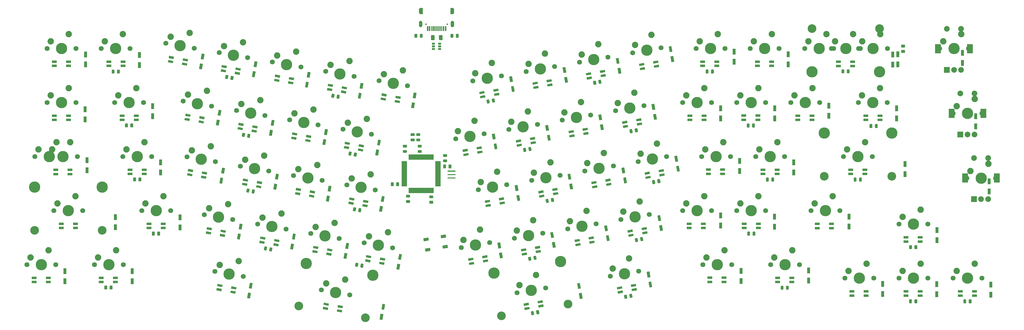
<source format=gbs>
G04 #@! TF.GenerationSoftware,KiCad,Pcbnew,(5.1.4)-1*
G04 #@! TF.CreationDate,2020-08-05T10:24:04-07:00*
G04 #@! TF.ProjectId,trifecta,74726966-6563-4746-912e-6b696361645f,rev?*
G04 #@! TF.SameCoordinates,Original*
G04 #@! TF.FileFunction,Soldermask,Bot*
G04 #@! TF.FilePolarity,Negative*
%FSLAX46Y46*%
G04 Gerber Fmt 4.6, Leading zero omitted, Abs format (unit mm)*
G04 Created by KiCad (PCBNEW (5.1.4)-1) date 2020-08-05 10:24:04*
%MOMM*%
%LPD*%
G04 APERTURE LIST*
%ADD10C,1.100000*%
%ADD11C,0.100000*%
%ADD12R,2.000000X2.000000*%
%ADD13C,2.000000*%
%ADD14R,2.000000X3.200000*%
%ADD15R,1.000000X2.000000*%
%ADD16C,1.000000*%
%ADD17C,2.250000*%
%ADD18C,3.987800*%
%ADD19C,1.750000*%
%ADD20R,1.900000X0.900000*%
%ADD21R,0.900000X1.900000*%
%ADD22C,3.048000*%
%ADD23C,0.975000*%
%ADD24C,0.400000*%
%ADD25R,1.800000X0.820000*%
%ADD26C,0.820000*%
%ADD27R,0.700000X2.300000*%
%ADD28O,1.200000X2.300000*%
%ADD29C,0.600000*%
%ADD30R,0.550000X1.700000*%
%ADD31R,0.300000X1.700000*%
%ADD32R,1.060000X0.650000*%
%ADD33C,1.250000*%
G04 APERTURE END LIST*
D10*
X144665073Y-79309325D03*
D11*
G36*
X145455893Y-78611397D02*
G01*
X145646906Y-79694686D01*
X143874253Y-80007253D01*
X143683240Y-78923964D01*
X145455893Y-78611397D01*
X145455893Y-78611397D01*
G37*
D10*
X137916767Y-76742155D03*
D11*
G36*
X138707587Y-76044227D02*
G01*
X138898600Y-77127516D01*
X137125947Y-77440083D01*
X136934934Y-76356794D01*
X138707587Y-76044227D01*
X138707587Y-76044227D01*
G37*
D10*
X144022575Y-75665536D03*
D11*
G36*
X144813395Y-74967608D02*
G01*
X145004408Y-76050897D01*
X143231755Y-76363464D01*
X143040742Y-75280175D01*
X144813395Y-74967608D01*
X144813395Y-74967608D01*
G37*
D10*
X138559265Y-80385944D03*
D11*
G36*
X139350085Y-79688016D02*
G01*
X139541098Y-80771305D01*
X137768445Y-81083872D01*
X137577432Y-80000583D01*
X139350085Y-79688016D01*
X139350085Y-79688016D01*
G37*
D12*
X330896200Y-62536200D03*
D13*
X333396200Y-62536200D03*
X335896200Y-62536200D03*
D14*
X327796200Y-55036200D03*
X338996200Y-55036200D03*
D13*
X330896200Y-48036200D03*
X335896200Y-48036200D03*
D12*
X326146490Y-39761210D03*
D13*
X328646490Y-39761210D03*
X331146490Y-39761210D03*
D14*
X323046490Y-32261210D03*
X334246490Y-32261210D03*
D13*
X326146490Y-25261210D03*
X331146490Y-25261210D03*
D12*
X321371290Y-17000000D03*
D13*
X323871290Y-17000000D03*
X326371290Y-17000000D03*
D14*
X318271290Y-9500000D03*
X329471290Y-9500000D03*
D13*
X321371290Y-2500000D03*
X326371290Y-2500000D03*
D15*
X248372240Y-49087980D03*
X248372240Y-52637980D03*
X336906480Y-92651520D03*
X336906480Y-96201520D03*
X317813300Y-92539760D03*
X317813300Y-96089760D03*
X298778540Y-92455940D03*
X298778540Y-96005940D03*
X272677500Y-87706140D03*
X272677500Y-91256140D03*
X248882780Y-87840760D03*
X248882780Y-91390760D03*
D16*
X216306394Y-89109786D03*
D11*
G36*
X216972446Y-90007770D02*
G01*
X215987638Y-90181418D01*
X215640342Y-88211802D01*
X216625150Y-88038154D01*
X216972446Y-90007770D01*
X216972446Y-90007770D01*
G37*
D16*
X216922846Y-92605854D03*
D11*
G36*
X217588898Y-93503838D02*
G01*
X216604090Y-93677486D01*
X216256794Y-91707870D01*
X217241602Y-91534222D01*
X217588898Y-93503838D01*
X217588898Y-93503838D01*
G37*
D16*
X191792854Y-93156006D03*
D11*
G36*
X192458906Y-94053990D02*
G01*
X191474098Y-94227638D01*
X191126802Y-92258022D01*
X192111610Y-92084374D01*
X192458906Y-94053990D01*
X192458906Y-94053990D01*
G37*
D16*
X192409306Y-96652074D03*
D11*
G36*
X193075358Y-97550058D02*
G01*
X192090550Y-97723706D01*
X191743254Y-95754090D01*
X192728062Y-95580442D01*
X193075358Y-97550058D01*
X193075358Y-97550058D01*
G37*
D16*
X122871726Y-100519466D03*
D11*
G36*
X123190482Y-101591098D02*
G01*
X122205674Y-101417450D01*
X122552970Y-99447834D01*
X123537778Y-99621482D01*
X123190482Y-101591098D01*
X123190482Y-101591098D01*
G37*
D16*
X122255274Y-104015534D03*
D11*
G36*
X122574030Y-105087166D02*
G01*
X121589222Y-104913518D01*
X121936518Y-102943902D01*
X122921326Y-103117550D01*
X122574030Y-105087166D01*
X122574030Y-105087166D01*
G37*
D16*
X76199226Y-93026466D03*
D11*
G36*
X76517982Y-94098098D02*
G01*
X75533174Y-93924450D01*
X75880470Y-91954834D01*
X76865278Y-92128482D01*
X76517982Y-94098098D01*
X76517982Y-94098098D01*
G37*
D16*
X75582774Y-96522534D03*
D11*
G36*
X75901530Y-97594166D02*
G01*
X74916722Y-97420518D01*
X75264018Y-95450902D01*
X76248826Y-95624550D01*
X75901530Y-97594166D01*
X75901530Y-97594166D01*
G37*
D15*
X34425500Y-87919500D03*
X34425500Y-91469500D03*
X10740000Y-87906800D03*
X10740000Y-91456800D03*
X336258690Y-56247050D03*
X336258690Y-59797050D03*
X317899660Y-73416100D03*
X317899660Y-76966100D03*
X286939600Y-68671380D03*
X286939600Y-72221380D03*
X260665840Y-68689160D03*
X260665840Y-72239160D03*
X241709820Y-68313240D03*
X241709820Y-71863240D03*
D16*
X220070674Y-69226666D03*
D11*
G36*
X220736726Y-70124650D02*
G01*
X219751918Y-70298298D01*
X219404622Y-68328682D01*
X220389430Y-68155034D01*
X220736726Y-70124650D01*
X220736726Y-70124650D01*
G37*
D16*
X220687126Y-72722734D03*
D11*
G36*
X221353178Y-73620718D02*
G01*
X220368370Y-73794366D01*
X220021074Y-71824750D01*
X221005882Y-71651102D01*
X221353178Y-73620718D01*
X221353178Y-73620718D01*
G37*
D16*
X201335634Y-72810606D03*
D11*
G36*
X202001686Y-73708590D02*
G01*
X201016878Y-73882238D01*
X200669582Y-71912622D01*
X201654390Y-71738974D01*
X202001686Y-73708590D01*
X202001686Y-73708590D01*
G37*
D16*
X201952086Y-76306674D03*
D11*
G36*
X202618138Y-77204658D02*
G01*
X201633330Y-77378306D01*
X201286034Y-75408690D01*
X202270842Y-75235042D01*
X202618138Y-77204658D01*
X202618138Y-77204658D01*
G37*
D16*
X182323734Y-75177886D03*
D11*
G36*
X182989786Y-76075870D02*
G01*
X182004978Y-76249518D01*
X181657682Y-74279902D01*
X182642490Y-74106254D01*
X182989786Y-76075870D01*
X182989786Y-76075870D01*
G37*
D16*
X182940186Y-78673954D03*
D11*
G36*
X183606238Y-79571938D02*
G01*
X182621430Y-79745586D01*
X182274134Y-77775970D01*
X183258942Y-77602322D01*
X183606238Y-79571938D01*
X183606238Y-79571938D01*
G37*
D16*
X163700454Y-78871046D03*
D11*
G36*
X164366506Y-79769030D02*
G01*
X163381698Y-79942678D01*
X163034402Y-77973062D01*
X164019210Y-77799414D01*
X164366506Y-79769030D01*
X164366506Y-79769030D01*
G37*
D16*
X164316906Y-82367114D03*
D11*
G36*
X164982958Y-83265098D02*
G01*
X163998150Y-83438746D01*
X163650854Y-81469130D01*
X164635662Y-81295482D01*
X164982958Y-83265098D01*
X164982958Y-83265098D01*
G37*
D16*
X128777226Y-82866466D03*
D11*
G36*
X129095982Y-83938098D02*
G01*
X128111174Y-83764450D01*
X128458470Y-81794834D01*
X129443278Y-81968482D01*
X129095982Y-83938098D01*
X129095982Y-83938098D01*
G37*
D16*
X128160774Y-86362534D03*
D11*
G36*
X128479530Y-87434166D02*
G01*
X127494722Y-87260518D01*
X127842018Y-85290902D01*
X128826826Y-85464550D01*
X128479530Y-87434166D01*
X128479530Y-87434166D01*
G37*
D16*
X110151406Y-79043766D03*
D11*
G36*
X110470162Y-80115398D02*
G01*
X109485354Y-79941750D01*
X109832650Y-77972134D01*
X110817458Y-78145782D01*
X110470162Y-80115398D01*
X110470162Y-80115398D01*
G37*
D16*
X109534954Y-82539834D03*
D11*
G36*
X109853710Y-83611466D02*
G01*
X108868902Y-83437818D01*
X109216198Y-81468202D01*
X110201006Y-81641850D01*
X109853710Y-83611466D01*
X109853710Y-83611466D01*
G37*
D16*
X91368106Y-75734146D03*
D11*
G36*
X91686862Y-76805778D02*
G01*
X90702054Y-76632130D01*
X91049350Y-74662514D01*
X92034158Y-74836162D01*
X91686862Y-76805778D01*
X91686862Y-76805778D01*
G37*
D16*
X90751654Y-79230214D03*
D11*
G36*
X91070410Y-80301846D02*
G01*
X90085602Y-80128198D01*
X90432898Y-78158582D01*
X91417706Y-78332230D01*
X91070410Y-80301846D01*
X91070410Y-80301846D01*
G37*
D16*
X72620366Y-72231486D03*
D11*
G36*
X72939122Y-73303118D02*
G01*
X71954314Y-73129470D01*
X72301610Y-71159854D01*
X73286418Y-71333502D01*
X72939122Y-73303118D01*
X72939122Y-73303118D01*
G37*
D16*
X72003914Y-75727554D03*
D11*
G36*
X72322670Y-76799186D02*
G01*
X71337862Y-76625538D01*
X71685158Y-74655922D01*
X72669966Y-74829570D01*
X72322670Y-76799186D01*
X72322670Y-76799186D01*
G37*
D15*
X51253000Y-68933000D03*
X51253000Y-72483000D03*
X28520000Y-68916546D03*
X28520000Y-72466546D03*
X331567400Y-33296800D03*
X331567400Y-36846800D03*
X306634760Y-50164940D03*
X306634760Y-53714940D03*
X267429860Y-49598520D03*
X267429860Y-53148520D03*
D16*
X226065074Y-48297066D03*
D11*
G36*
X226731126Y-49195050D02*
G01*
X225746318Y-49368698D01*
X225399022Y-47399082D01*
X226383830Y-47225434D01*
X226731126Y-49195050D01*
X226731126Y-49195050D01*
G37*
D16*
X226681526Y-51793134D03*
D11*
G36*
X227347578Y-52691118D02*
G01*
X226362770Y-52864766D01*
X226015474Y-50895150D01*
X227000282Y-50721502D01*
X227347578Y-52691118D01*
X227347578Y-52691118D01*
G37*
D16*
X207418934Y-52424566D03*
D11*
G36*
X208084986Y-53322550D02*
G01*
X207100178Y-53496198D01*
X206752882Y-51526582D01*
X207737690Y-51352934D01*
X208084986Y-53322550D01*
X208084986Y-53322550D01*
G37*
D16*
X208035386Y-55920634D03*
D11*
G36*
X208701438Y-56818618D02*
G01*
X207716630Y-56992266D01*
X207369334Y-55022650D01*
X208354142Y-54849002D01*
X208701438Y-56818618D01*
X208701438Y-56818618D01*
G37*
D16*
X188414654Y-54608966D03*
D11*
G36*
X189080706Y-55506950D02*
G01*
X188095898Y-55680598D01*
X187748602Y-53710982D01*
X188733410Y-53537334D01*
X189080706Y-55506950D01*
X189080706Y-55506950D01*
G37*
D16*
X189031106Y-58105034D03*
D11*
G36*
X189697158Y-59003018D02*
G01*
X188712350Y-59176666D01*
X188365054Y-57207050D01*
X189349862Y-57033402D01*
X189697158Y-59003018D01*
X189697158Y-59003018D01*
G37*
D16*
X169819314Y-58629786D03*
D11*
G36*
X170485366Y-59527770D02*
G01*
X169500558Y-59701418D01*
X169153262Y-57731802D01*
X170138070Y-57558154D01*
X170485366Y-59527770D01*
X170485366Y-59527770D01*
G37*
D16*
X170435766Y-62125854D03*
D11*
G36*
X171101818Y-63023838D02*
G01*
X170117010Y-63197486D01*
X169769714Y-61227870D01*
X170754522Y-61054222D01*
X171101818Y-63023838D01*
X171101818Y-63023838D01*
G37*
D16*
X122681226Y-62482966D03*
D11*
G36*
X122999982Y-63554598D02*
G01*
X122015174Y-63380950D01*
X122362470Y-61411334D01*
X123347278Y-61584982D01*
X122999982Y-63554598D01*
X122999982Y-63554598D01*
G37*
D16*
X122064774Y-65979034D03*
D11*
G36*
X122383530Y-67050666D02*
G01*
X121398722Y-66877018D01*
X121746018Y-64907402D01*
X122730826Y-65081050D01*
X122383530Y-67050666D01*
X122383530Y-67050666D01*
G37*
D16*
X103948726Y-58863466D03*
D11*
G36*
X104267482Y-59935098D02*
G01*
X103282674Y-59761450D01*
X103629970Y-57791834D01*
X104614778Y-57965482D01*
X104267482Y-59935098D01*
X104267482Y-59935098D01*
G37*
D16*
X103332274Y-62359534D03*
D11*
G36*
X103651030Y-63431166D02*
G01*
X102666222Y-63257518D01*
X103013518Y-61287902D01*
X103998326Y-61461550D01*
X103651030Y-63431166D01*
X103651030Y-63431166D01*
G37*
D16*
X85409266Y-54639446D03*
D11*
G36*
X85728022Y-55711078D02*
G01*
X84743214Y-55537430D01*
X85090510Y-53567814D01*
X86075318Y-53741462D01*
X85728022Y-55711078D01*
X85728022Y-55711078D01*
G37*
D16*
X84792814Y-58135514D03*
D11*
G36*
X85111570Y-59207146D02*
G01*
X84126762Y-59033498D01*
X84474058Y-57063882D01*
X85458866Y-57237530D01*
X85111570Y-59207146D01*
X85111570Y-59207146D01*
G37*
D16*
X66420226Y-52513466D03*
D11*
G36*
X66738982Y-53585098D02*
G01*
X65754174Y-53411450D01*
X66101470Y-51441834D01*
X67086278Y-51615482D01*
X66738982Y-53585098D01*
X66738982Y-53585098D01*
G37*
D16*
X65803774Y-56009534D03*
D11*
G36*
X66122530Y-57081166D02*
G01*
X65137722Y-56907518D01*
X65485018Y-54937902D01*
X66469826Y-55111550D01*
X66122530Y-57081166D01*
X66122530Y-57081166D01*
G37*
D15*
X44461040Y-49593440D03*
X44461040Y-53143440D03*
X18502240Y-48854300D03*
X18502240Y-52404300D03*
X326843000Y-10939720D03*
X326843000Y-14489720D03*
X303637560Y-30563760D03*
X303637560Y-34113760D03*
X279789500Y-29621420D03*
X279789500Y-33171420D03*
X260762360Y-30556140D03*
X260762360Y-34106140D03*
X241730140Y-30553600D03*
X241730140Y-34103600D03*
D16*
X217970094Y-30019226D03*
D11*
G36*
X218636146Y-30917210D02*
G01*
X217651338Y-31090858D01*
X217304042Y-29121242D01*
X218288850Y-28947594D01*
X218636146Y-30917210D01*
X218636146Y-30917210D01*
G37*
D16*
X218586546Y-33515294D03*
D11*
G36*
X219252598Y-34413278D02*
G01*
X218267790Y-34586926D01*
X217920494Y-32617310D01*
X218905302Y-32443662D01*
X219252598Y-34413278D01*
X219252598Y-34413278D01*
G37*
D16*
X199273154Y-33699686D03*
D11*
G36*
X199939206Y-34597670D02*
G01*
X198954398Y-34771318D01*
X198607102Y-32801702D01*
X199591910Y-32628054D01*
X199939206Y-34597670D01*
X199939206Y-34597670D01*
G37*
D16*
X199889606Y-37195754D03*
D11*
G36*
X200555658Y-38093738D02*
G01*
X199570850Y-38267386D01*
X199223554Y-36297770D01*
X200208362Y-36124122D01*
X200555658Y-38093738D01*
X200555658Y-38093738D01*
G37*
D16*
X180583834Y-37400466D03*
D11*
G36*
X181249886Y-38298450D02*
G01*
X180265078Y-38472098D01*
X179917782Y-36502482D01*
X180902590Y-36328834D01*
X181249886Y-38298450D01*
X181249886Y-38298450D01*
G37*
D16*
X181200286Y-40896534D03*
D11*
G36*
X181866338Y-41794518D02*
G01*
X180881530Y-41968166D01*
X180534234Y-39998550D01*
X181519042Y-39824902D01*
X181866338Y-41794518D01*
X181866338Y-41794518D01*
G37*
D16*
X161792914Y-40476406D03*
D11*
G36*
X162458966Y-41374390D02*
G01*
X161474158Y-41548038D01*
X161126862Y-39578422D01*
X162111670Y-39404774D01*
X162458966Y-41374390D01*
X162458966Y-41374390D01*
G37*
D16*
X162409366Y-43972474D03*
D11*
G36*
X163075418Y-44870458D02*
G01*
X162090610Y-45044106D01*
X161743314Y-43074490D01*
X162728122Y-42900842D01*
X163075418Y-44870458D01*
X163075418Y-44870458D01*
G37*
D16*
X121347726Y-42607466D03*
D11*
G36*
X121666482Y-43679098D02*
G01*
X120681674Y-43505450D01*
X121028970Y-41535834D01*
X122013778Y-41709482D01*
X121666482Y-43679098D01*
X121666482Y-43679098D01*
G37*
D16*
X120731274Y-46103534D03*
D11*
G36*
X121050030Y-47175166D02*
G01*
X120065222Y-47001518D01*
X120412518Y-45031902D01*
X121397326Y-45205550D01*
X121050030Y-47175166D01*
X121050030Y-47175166D01*
G37*
D16*
X102693966Y-38914306D03*
D11*
G36*
X103012722Y-39985938D02*
G01*
X102027914Y-39812290D01*
X102375210Y-37842674D01*
X103360018Y-38016322D01*
X103012722Y-39985938D01*
X103012722Y-39985938D01*
G37*
D16*
X102077514Y-42410374D03*
D11*
G36*
X102396270Y-43482006D02*
G01*
X101411462Y-43308358D01*
X101758758Y-41338742D01*
X102743566Y-41512390D01*
X102396270Y-43482006D01*
X102396270Y-43482006D01*
G37*
D16*
X83903046Y-35663106D03*
D11*
G36*
X84221802Y-36734738D02*
G01*
X83236994Y-36561090D01*
X83584290Y-34591474D01*
X84569098Y-34765122D01*
X84221802Y-36734738D01*
X84221802Y-36734738D01*
G37*
D16*
X83286594Y-39159174D03*
D11*
G36*
X83605350Y-40230806D02*
G01*
X82620542Y-40057158D01*
X82967838Y-38087542D01*
X83952646Y-38261190D01*
X83605350Y-40230806D01*
X83605350Y-40230806D01*
G37*
D16*
X65193406Y-32084246D03*
D11*
G36*
X65512162Y-33155878D02*
G01*
X64527354Y-32982230D01*
X64874650Y-31012614D01*
X65859458Y-31186262D01*
X65512162Y-33155878D01*
X65512162Y-33155878D01*
G37*
D16*
X64576954Y-35580314D03*
D11*
G36*
X64895710Y-36651946D02*
G01*
X63910902Y-36478298D01*
X64258198Y-34508682D01*
X65243006Y-34682330D01*
X64895710Y-36651946D01*
X64895710Y-36651946D01*
G37*
D15*
X41669580Y-29748420D03*
X41669580Y-33298420D03*
X17852000Y-30833000D03*
X17852000Y-34383000D03*
X304084600Y-11514220D03*
X304084600Y-15064220D03*
X302352320Y-11526460D03*
X302352320Y-15076460D03*
X265509620Y-11511220D03*
X265509620Y-15061220D03*
X246441840Y-10553640D03*
X246441840Y-14103640D03*
D16*
X224048314Y-9671286D03*
D11*
G36*
X224714366Y-10569270D02*
G01*
X223729558Y-10742918D01*
X223382262Y-8773302D01*
X224367070Y-8599654D01*
X224714366Y-10569270D01*
X224714366Y-10569270D01*
G37*
D16*
X224664766Y-13167354D03*
D11*
G36*
X225330818Y-14065338D02*
G01*
X224346010Y-14238986D01*
X223998714Y-12269370D01*
X224983522Y-12095722D01*
X225330818Y-14065338D01*
X225330818Y-14065338D01*
G37*
D16*
X205419954Y-13808946D03*
D11*
G36*
X206086006Y-14706930D02*
G01*
X205101198Y-14880578D01*
X204753902Y-12910962D01*
X205738710Y-12737314D01*
X206086006Y-14706930D01*
X206086006Y-14706930D01*
G37*
D16*
X206036406Y-17305014D03*
D11*
G36*
X206702458Y-18202998D02*
G01*
X205717650Y-18376646D01*
X205370354Y-16407030D01*
X206355162Y-16233382D01*
X206702458Y-18202998D01*
X206702458Y-18202998D01*
G37*
D16*
X186654434Y-17016966D03*
D11*
G36*
X187320486Y-17914950D02*
G01*
X186335678Y-18088598D01*
X185988382Y-16118982D01*
X186973190Y-15945334D01*
X187320486Y-17914950D01*
X187320486Y-17914950D01*
G37*
D16*
X187270886Y-20513034D03*
D11*
G36*
X187936938Y-21411018D02*
G01*
X186952130Y-21584666D01*
X186604834Y-19615050D01*
X187589642Y-19441402D01*
X187936938Y-21411018D01*
X187936938Y-21411018D01*
G37*
D16*
X167891454Y-20217366D03*
D11*
G36*
X168557506Y-21115350D02*
G01*
X167572698Y-21288998D01*
X167225402Y-19319382D01*
X168210210Y-19145734D01*
X168557506Y-21115350D01*
X168557506Y-21115350D01*
G37*
D16*
X168507906Y-23713434D03*
D11*
G36*
X169173958Y-24611418D02*
G01*
X168189150Y-24785066D01*
X167841854Y-22815450D01*
X168826662Y-22641802D01*
X169173958Y-24611418D01*
X169173958Y-24611418D01*
G37*
D16*
X133920726Y-25970466D03*
D11*
G36*
X134239482Y-27042098D02*
G01*
X133254674Y-26868450D01*
X133601970Y-24898834D01*
X134586778Y-25072482D01*
X134239482Y-27042098D01*
X134239482Y-27042098D01*
G37*
D16*
X133304274Y-29466534D03*
D11*
G36*
X133623030Y-30538166D02*
G01*
X132638222Y-30364518D01*
X132985518Y-28394902D01*
X133970326Y-28568550D01*
X133623030Y-30538166D01*
X133623030Y-30538166D01*
G37*
D16*
X115188226Y-22604966D03*
D11*
G36*
X115506982Y-23676598D02*
G01*
X114522174Y-23502950D01*
X114869470Y-21533334D01*
X115854278Y-21706982D01*
X115506982Y-23676598D01*
X115506982Y-23676598D01*
G37*
D16*
X114571774Y-26101034D03*
D11*
G36*
X114890530Y-27172666D02*
G01*
X113905722Y-26999018D01*
X114253018Y-25029402D01*
X115237826Y-25203050D01*
X114890530Y-27172666D01*
X114890530Y-27172666D01*
G37*
D16*
X96572566Y-18708606D03*
D11*
G36*
X96891322Y-19780238D02*
G01*
X95906514Y-19606590D01*
X96253810Y-17636974D01*
X97238618Y-17810622D01*
X96891322Y-19780238D01*
X96891322Y-19780238D01*
G37*
D16*
X95956114Y-22204674D03*
D11*
G36*
X96274870Y-23276306D02*
G01*
X95290062Y-23102658D01*
X95637358Y-21133042D01*
X96622166Y-21306690D01*
X96274870Y-23276306D01*
X96274870Y-23276306D01*
G37*
D16*
X77865466Y-15005286D03*
D11*
G36*
X78184222Y-16076918D02*
G01*
X77199414Y-15903270D01*
X77546710Y-13933654D01*
X78531518Y-14107302D01*
X78184222Y-16076918D01*
X78184222Y-16076918D01*
G37*
D16*
X77249014Y-18501354D03*
D11*
G36*
X77567770Y-19572986D02*
G01*
X76582962Y-19399338D01*
X76930258Y-17429722D01*
X77915066Y-17603370D01*
X77567770Y-19572986D01*
X77567770Y-19572986D01*
G37*
D16*
X59247266Y-12279866D03*
D11*
G36*
X59566022Y-13351498D02*
G01*
X58581214Y-13177850D01*
X58928510Y-11208234D01*
X59913318Y-11381882D01*
X59566022Y-13351498D01*
X59566022Y-13351498D01*
G37*
D16*
X58630814Y-15775934D03*
D11*
G36*
X58949570Y-16847566D02*
G01*
X57964762Y-16673918D01*
X58312058Y-14704302D01*
X59296866Y-14877950D01*
X58949570Y-16847566D01*
X58949570Y-16847566D01*
G37*
D15*
X36940100Y-11765220D03*
X36940100Y-15315220D03*
X17994240Y-11521380D03*
X17994240Y-15071380D03*
D17*
X242601250Y-42454746D03*
D18*
X240061250Y-47534746D03*
D17*
X236251250Y-44994746D03*
D19*
X234981250Y-47534746D03*
X245141250Y-47534746D03*
D17*
X243077500Y-80554746D03*
D18*
X240537500Y-85634746D03*
D17*
X236727500Y-83094746D03*
D19*
X235457500Y-85634746D03*
X245617500Y-85634746D03*
D20*
X130318200Y-49613600D03*
X130318200Y-50413600D03*
X130318200Y-51213600D03*
X130318200Y-52013600D03*
X130318200Y-52813600D03*
X130318200Y-53613600D03*
X130318200Y-54413600D03*
X130318200Y-55213600D03*
X130318200Y-56013600D03*
X130318200Y-56813600D03*
X130318200Y-57613600D03*
D21*
X132218200Y-59513600D03*
X133018200Y-59513600D03*
X133818200Y-59513600D03*
X134618200Y-59513600D03*
X135418200Y-59513600D03*
X136218200Y-59513600D03*
X137018200Y-59513600D03*
X137818200Y-59513600D03*
X138618200Y-59513600D03*
X139418200Y-59513600D03*
X140218200Y-59513600D03*
D20*
X142118200Y-57613600D03*
X142118200Y-56813600D03*
X142118200Y-56013600D03*
X142118200Y-55213600D03*
X142118200Y-54413600D03*
X142118200Y-53613600D03*
X142118200Y-52813600D03*
X142118200Y-52013600D03*
X142118200Y-51213600D03*
X142118200Y-50413600D03*
X142118200Y-49613600D03*
D21*
X140218200Y-47713600D03*
X139418200Y-47713600D03*
X138618200Y-47713600D03*
X137818200Y-47713600D03*
X137018200Y-47713600D03*
X136218200Y-47713600D03*
X135418200Y-47713600D03*
X134618200Y-47713600D03*
X133818200Y-47713600D03*
X133018200Y-47713600D03*
X132218200Y-47713600D03*
D17*
X7796250Y-42451250D03*
D18*
X5256250Y-47531250D03*
D17*
X1446250Y-44991250D03*
D19*
X176250Y-47531250D03*
X10336250Y-47531250D03*
D17*
X297846250Y-23404746D03*
D18*
X295306250Y-28484746D03*
D17*
X291496250Y-25944746D03*
D19*
X290226250Y-28484746D03*
X300386250Y-28484746D03*
D17*
X297881920Y-4327640D03*
D18*
X295341920Y-9407640D03*
D17*
X291531920Y-6867640D03*
D19*
X290261920Y-9407640D03*
X300421920Y-9407640D03*
D17*
X288321250Y-4354746D03*
D18*
X285781250Y-9434746D03*
D17*
X281971250Y-6894746D03*
D19*
X280701250Y-9434746D03*
X290861250Y-9434746D03*
D22*
X273875000Y-2449746D03*
X297687500Y-2449746D03*
D18*
X273875000Y-17689746D03*
X297687500Y-17689746D03*
D17*
X278923360Y-4337800D03*
D18*
X276383360Y-9417800D03*
D17*
X272573360Y-6877800D03*
D19*
X271303360Y-9417800D03*
X281463360Y-9417800D03*
D17*
X335987000Y-50108600D03*
D18*
X333447000Y-55188600D03*
D17*
X329637000Y-52648600D03*
D19*
X328367000Y-55188600D03*
X338527000Y-55188600D03*
D17*
X331211800Y-27248600D03*
D18*
X328671800Y-32328600D03*
D17*
X324861800Y-29788600D03*
D19*
X323591800Y-32328600D03*
X333751800Y-32328600D03*
D17*
X326487400Y-4388600D03*
D18*
X323947400Y-9468600D03*
D17*
X320137400Y-6928600D03*
D19*
X318867400Y-9468600D03*
X329027400Y-9468600D03*
D11*
G36*
X286900142Y-16796174D02*
G01*
X286923803Y-16799684D01*
X286947007Y-16805496D01*
X286969529Y-16813554D01*
X286991153Y-16823782D01*
X287011670Y-16836079D01*
X287030883Y-16850329D01*
X287048607Y-16866393D01*
X287064671Y-16884117D01*
X287078921Y-16903330D01*
X287091218Y-16923847D01*
X287101446Y-16945471D01*
X287109504Y-16967993D01*
X287115316Y-16991197D01*
X287118826Y-17014858D01*
X287120000Y-17038750D01*
X287120000Y-17951250D01*
X287118826Y-17975142D01*
X287115316Y-17998803D01*
X287109504Y-18022007D01*
X287101446Y-18044529D01*
X287091218Y-18066153D01*
X287078921Y-18086670D01*
X287064671Y-18105883D01*
X287048607Y-18123607D01*
X287030883Y-18139671D01*
X287011670Y-18153921D01*
X286991153Y-18166218D01*
X286969529Y-18176446D01*
X286947007Y-18184504D01*
X286923803Y-18190316D01*
X286900142Y-18193826D01*
X286876250Y-18195000D01*
X286388750Y-18195000D01*
X286364858Y-18193826D01*
X286341197Y-18190316D01*
X286317993Y-18184504D01*
X286295471Y-18176446D01*
X286273847Y-18166218D01*
X286253330Y-18153921D01*
X286234117Y-18139671D01*
X286216393Y-18123607D01*
X286200329Y-18105883D01*
X286186079Y-18086670D01*
X286173782Y-18066153D01*
X286163554Y-18044529D01*
X286155496Y-18022007D01*
X286149684Y-17998803D01*
X286146174Y-17975142D01*
X286145000Y-17951250D01*
X286145000Y-17038750D01*
X286146174Y-17014858D01*
X286149684Y-16991197D01*
X286155496Y-16967993D01*
X286163554Y-16945471D01*
X286173782Y-16923847D01*
X286186079Y-16903330D01*
X286200329Y-16884117D01*
X286216393Y-16866393D01*
X286234117Y-16850329D01*
X286253330Y-16836079D01*
X286273847Y-16823782D01*
X286295471Y-16813554D01*
X286317993Y-16805496D01*
X286341197Y-16799684D01*
X286364858Y-16796174D01*
X286388750Y-16795000D01*
X286876250Y-16795000D01*
X286900142Y-16796174D01*
X286900142Y-16796174D01*
G37*
D23*
X286632500Y-17495000D03*
D11*
G36*
X285025142Y-16796174D02*
G01*
X285048803Y-16799684D01*
X285072007Y-16805496D01*
X285094529Y-16813554D01*
X285116153Y-16823782D01*
X285136670Y-16836079D01*
X285155883Y-16850329D01*
X285173607Y-16866393D01*
X285189671Y-16884117D01*
X285203921Y-16903330D01*
X285216218Y-16923847D01*
X285226446Y-16945471D01*
X285234504Y-16967993D01*
X285240316Y-16991197D01*
X285243826Y-17014858D01*
X285245000Y-17038750D01*
X285245000Y-17951250D01*
X285243826Y-17975142D01*
X285240316Y-17998803D01*
X285234504Y-18022007D01*
X285226446Y-18044529D01*
X285216218Y-18066153D01*
X285203921Y-18086670D01*
X285189671Y-18105883D01*
X285173607Y-18123607D01*
X285155883Y-18139671D01*
X285136670Y-18153921D01*
X285116153Y-18166218D01*
X285094529Y-18176446D01*
X285072007Y-18184504D01*
X285048803Y-18190316D01*
X285025142Y-18193826D01*
X285001250Y-18195000D01*
X284513750Y-18195000D01*
X284489858Y-18193826D01*
X284466197Y-18190316D01*
X284442993Y-18184504D01*
X284420471Y-18176446D01*
X284398847Y-18166218D01*
X284378330Y-18153921D01*
X284359117Y-18139671D01*
X284341393Y-18123607D01*
X284325329Y-18105883D01*
X284311079Y-18086670D01*
X284298782Y-18066153D01*
X284288554Y-18044529D01*
X284280496Y-18022007D01*
X284274684Y-17998803D01*
X284271174Y-17975142D01*
X284270000Y-17951250D01*
X284270000Y-17038750D01*
X284271174Y-17014858D01*
X284274684Y-16991197D01*
X284280496Y-16967993D01*
X284288554Y-16945471D01*
X284298782Y-16923847D01*
X284311079Y-16903330D01*
X284325329Y-16884117D01*
X284341393Y-16866393D01*
X284359117Y-16850329D01*
X284378330Y-16836079D01*
X284398847Y-16823782D01*
X284420471Y-16813554D01*
X284442993Y-16805496D01*
X284466197Y-16799684D01*
X284489858Y-16796174D01*
X284513750Y-16795000D01*
X285001250Y-16795000D01*
X285025142Y-16796174D01*
X285025142Y-16796174D01*
G37*
D23*
X284757500Y-17495000D03*
D11*
G36*
X306429102Y-8098114D02*
G01*
X306452763Y-8101624D01*
X306475967Y-8107436D01*
X306498489Y-8115494D01*
X306520113Y-8125722D01*
X306540630Y-8138019D01*
X306559843Y-8152269D01*
X306577567Y-8168333D01*
X306593631Y-8186057D01*
X306607881Y-8205270D01*
X306620178Y-8225787D01*
X306630406Y-8247411D01*
X306638464Y-8269933D01*
X306644276Y-8293137D01*
X306647786Y-8316798D01*
X306648960Y-8340690D01*
X306648960Y-8828190D01*
X306647786Y-8852082D01*
X306644276Y-8875743D01*
X306638464Y-8898947D01*
X306630406Y-8921469D01*
X306620178Y-8943093D01*
X306607881Y-8963610D01*
X306593631Y-8982823D01*
X306577567Y-9000547D01*
X306559843Y-9016611D01*
X306540630Y-9030861D01*
X306520113Y-9043158D01*
X306498489Y-9053386D01*
X306475967Y-9061444D01*
X306452763Y-9067256D01*
X306429102Y-9070766D01*
X306405210Y-9071940D01*
X305492710Y-9071940D01*
X305468818Y-9070766D01*
X305445157Y-9067256D01*
X305421953Y-9061444D01*
X305399431Y-9053386D01*
X305377807Y-9043158D01*
X305357290Y-9030861D01*
X305338077Y-9016611D01*
X305320353Y-9000547D01*
X305304289Y-8982823D01*
X305290039Y-8963610D01*
X305277742Y-8943093D01*
X305267514Y-8921469D01*
X305259456Y-8898947D01*
X305253644Y-8875743D01*
X305250134Y-8852082D01*
X305248960Y-8828190D01*
X305248960Y-8340690D01*
X305250134Y-8316798D01*
X305253644Y-8293137D01*
X305259456Y-8269933D01*
X305267514Y-8247411D01*
X305277742Y-8225787D01*
X305290039Y-8205270D01*
X305304289Y-8186057D01*
X305320353Y-8168333D01*
X305338077Y-8152269D01*
X305357290Y-8138019D01*
X305377807Y-8125722D01*
X305399431Y-8115494D01*
X305421953Y-8107436D01*
X305445157Y-8101624D01*
X305468818Y-8098114D01*
X305492710Y-8096940D01*
X306405210Y-8096940D01*
X306429102Y-8098114D01*
X306429102Y-8098114D01*
G37*
D23*
X305948960Y-8584440D03*
D11*
G36*
X306429102Y-9973114D02*
G01*
X306452763Y-9976624D01*
X306475967Y-9982436D01*
X306498489Y-9990494D01*
X306520113Y-10000722D01*
X306540630Y-10013019D01*
X306559843Y-10027269D01*
X306577567Y-10043333D01*
X306593631Y-10061057D01*
X306607881Y-10080270D01*
X306620178Y-10100787D01*
X306630406Y-10122411D01*
X306638464Y-10144933D01*
X306644276Y-10168137D01*
X306647786Y-10191798D01*
X306648960Y-10215690D01*
X306648960Y-10703190D01*
X306647786Y-10727082D01*
X306644276Y-10750743D01*
X306638464Y-10773947D01*
X306630406Y-10796469D01*
X306620178Y-10818093D01*
X306607881Y-10838610D01*
X306593631Y-10857823D01*
X306577567Y-10875547D01*
X306559843Y-10891611D01*
X306540630Y-10905861D01*
X306520113Y-10918158D01*
X306498489Y-10928386D01*
X306475967Y-10936444D01*
X306452763Y-10942256D01*
X306429102Y-10945766D01*
X306405210Y-10946940D01*
X305492710Y-10946940D01*
X305468818Y-10945766D01*
X305445157Y-10942256D01*
X305421953Y-10936444D01*
X305399431Y-10928386D01*
X305377807Y-10918158D01*
X305357290Y-10905861D01*
X305338077Y-10891611D01*
X305320353Y-10875547D01*
X305304289Y-10857823D01*
X305290039Y-10838610D01*
X305277742Y-10818093D01*
X305267514Y-10796469D01*
X305259456Y-10773947D01*
X305253644Y-10750743D01*
X305250134Y-10727082D01*
X305248960Y-10703190D01*
X305248960Y-10215690D01*
X305250134Y-10191798D01*
X305253644Y-10168137D01*
X305259456Y-10144933D01*
X305267514Y-10122411D01*
X305277742Y-10100787D01*
X305290039Y-10080270D01*
X305304289Y-10061057D01*
X305320353Y-10043333D01*
X305338077Y-10027269D01*
X305357290Y-10013019D01*
X305377807Y-10000722D01*
X305399431Y-9990494D01*
X305421953Y-9982436D01*
X305445157Y-9976624D01*
X305468818Y-9973114D01*
X305492710Y-9971940D01*
X306405210Y-9971940D01*
X306429102Y-9973114D01*
X306429102Y-9973114D01*
G37*
D23*
X305948960Y-10459440D03*
D11*
G36*
X148219202Y-54883522D02*
G01*
X148228909Y-54884961D01*
X148238428Y-54887346D01*
X148247668Y-54890652D01*
X148256540Y-54894848D01*
X148264957Y-54899893D01*
X148272839Y-54905739D01*
X148280111Y-54912329D01*
X148286701Y-54919601D01*
X148292547Y-54927483D01*
X148297592Y-54935900D01*
X148301788Y-54944772D01*
X148305094Y-54954012D01*
X148307479Y-54963531D01*
X148308918Y-54973238D01*
X148309400Y-54983040D01*
X148309400Y-55183040D01*
X148308918Y-55192842D01*
X148307479Y-55202549D01*
X148305094Y-55212068D01*
X148301788Y-55221308D01*
X148297592Y-55230180D01*
X148292547Y-55238597D01*
X148286701Y-55246479D01*
X148280111Y-55253751D01*
X148272839Y-55260341D01*
X148264957Y-55266187D01*
X148256540Y-55271232D01*
X148247668Y-55275428D01*
X148238428Y-55278734D01*
X148228909Y-55281119D01*
X148219202Y-55282558D01*
X148209400Y-55283040D01*
X145609400Y-55283040D01*
X145599598Y-55282558D01*
X145589891Y-55281119D01*
X145580372Y-55278734D01*
X145571132Y-55275428D01*
X145562260Y-55271232D01*
X145553843Y-55266187D01*
X145545961Y-55260341D01*
X145538689Y-55253751D01*
X145532099Y-55246479D01*
X145526253Y-55238597D01*
X145521208Y-55230180D01*
X145517012Y-55221308D01*
X145513706Y-55212068D01*
X145511321Y-55202549D01*
X145509882Y-55192842D01*
X145509400Y-55183040D01*
X145509400Y-54983040D01*
X145509882Y-54973238D01*
X145511321Y-54963531D01*
X145513706Y-54954012D01*
X145517012Y-54944772D01*
X145521208Y-54935900D01*
X145526253Y-54927483D01*
X145532099Y-54919601D01*
X145538689Y-54912329D01*
X145545961Y-54905739D01*
X145553843Y-54899893D01*
X145562260Y-54894848D01*
X145571132Y-54890652D01*
X145580372Y-54887346D01*
X145589891Y-54884961D01*
X145599598Y-54883522D01*
X145609400Y-54883040D01*
X148209400Y-54883040D01*
X148219202Y-54883522D01*
X148219202Y-54883522D01*
G37*
D24*
X146909400Y-55083040D03*
D11*
G36*
X148219202Y-53683522D02*
G01*
X148228909Y-53684961D01*
X148238428Y-53687346D01*
X148247668Y-53690652D01*
X148256540Y-53694848D01*
X148264957Y-53699893D01*
X148272839Y-53705739D01*
X148280111Y-53712329D01*
X148286701Y-53719601D01*
X148292547Y-53727483D01*
X148297592Y-53735900D01*
X148301788Y-53744772D01*
X148305094Y-53754012D01*
X148307479Y-53763531D01*
X148308918Y-53773238D01*
X148309400Y-53783040D01*
X148309400Y-53983040D01*
X148308918Y-53992842D01*
X148307479Y-54002549D01*
X148305094Y-54012068D01*
X148301788Y-54021308D01*
X148297592Y-54030180D01*
X148292547Y-54038597D01*
X148286701Y-54046479D01*
X148280111Y-54053751D01*
X148272839Y-54060341D01*
X148264957Y-54066187D01*
X148256540Y-54071232D01*
X148247668Y-54075428D01*
X148238428Y-54078734D01*
X148228909Y-54081119D01*
X148219202Y-54082558D01*
X148209400Y-54083040D01*
X145609400Y-54083040D01*
X145599598Y-54082558D01*
X145589891Y-54081119D01*
X145580372Y-54078734D01*
X145571132Y-54075428D01*
X145562260Y-54071232D01*
X145553843Y-54066187D01*
X145545961Y-54060341D01*
X145538689Y-54053751D01*
X145532099Y-54046479D01*
X145526253Y-54038597D01*
X145521208Y-54030180D01*
X145517012Y-54021308D01*
X145513706Y-54012068D01*
X145511321Y-54002549D01*
X145509882Y-53992842D01*
X145509400Y-53983040D01*
X145509400Y-53783040D01*
X145509882Y-53773238D01*
X145511321Y-53763531D01*
X145513706Y-53754012D01*
X145517012Y-53744772D01*
X145521208Y-53735900D01*
X145526253Y-53727483D01*
X145532099Y-53719601D01*
X145538689Y-53712329D01*
X145545961Y-53705739D01*
X145553843Y-53699893D01*
X145562260Y-53694848D01*
X145571132Y-53690652D01*
X145580372Y-53687346D01*
X145589891Y-53684961D01*
X145599598Y-53683522D01*
X145609400Y-53683040D01*
X148209400Y-53683040D01*
X148219202Y-53683522D01*
X148219202Y-53683522D01*
G37*
D24*
X146909400Y-53883040D03*
D11*
G36*
X148219202Y-52483522D02*
G01*
X148228909Y-52484961D01*
X148238428Y-52487346D01*
X148247668Y-52490652D01*
X148256540Y-52494848D01*
X148264957Y-52499893D01*
X148272839Y-52505739D01*
X148280111Y-52512329D01*
X148286701Y-52519601D01*
X148292547Y-52527483D01*
X148297592Y-52535900D01*
X148301788Y-52544772D01*
X148305094Y-52554012D01*
X148307479Y-52563531D01*
X148308918Y-52573238D01*
X148309400Y-52583040D01*
X148309400Y-52783040D01*
X148308918Y-52792842D01*
X148307479Y-52802549D01*
X148305094Y-52812068D01*
X148301788Y-52821308D01*
X148297592Y-52830180D01*
X148292547Y-52838597D01*
X148286701Y-52846479D01*
X148280111Y-52853751D01*
X148272839Y-52860341D01*
X148264957Y-52866187D01*
X148256540Y-52871232D01*
X148247668Y-52875428D01*
X148238428Y-52878734D01*
X148228909Y-52881119D01*
X148219202Y-52882558D01*
X148209400Y-52883040D01*
X145609400Y-52883040D01*
X145599598Y-52882558D01*
X145589891Y-52881119D01*
X145580372Y-52878734D01*
X145571132Y-52875428D01*
X145562260Y-52871232D01*
X145553843Y-52866187D01*
X145545961Y-52860341D01*
X145538689Y-52853751D01*
X145532099Y-52846479D01*
X145526253Y-52838597D01*
X145521208Y-52830180D01*
X145517012Y-52821308D01*
X145513706Y-52812068D01*
X145511321Y-52802549D01*
X145509882Y-52792842D01*
X145509400Y-52783040D01*
X145509400Y-52583040D01*
X145509882Y-52573238D01*
X145511321Y-52563531D01*
X145513706Y-52554012D01*
X145517012Y-52544772D01*
X145521208Y-52535900D01*
X145526253Y-52527483D01*
X145532099Y-52519601D01*
X145538689Y-52512329D01*
X145545961Y-52505739D01*
X145553843Y-52499893D01*
X145562260Y-52494848D01*
X145571132Y-52490652D01*
X145580372Y-52487346D01*
X145589891Y-52484961D01*
X145599598Y-52483522D01*
X145609400Y-52483040D01*
X148209400Y-52483040D01*
X148219202Y-52483522D01*
X148219202Y-52483522D01*
G37*
D24*
X146909400Y-52683040D03*
D17*
X292607500Y-42454746D03*
D18*
X290067500Y-47534746D03*
D17*
X286257500Y-44994746D03*
D19*
X284987500Y-47534746D03*
X295147500Y-47534746D03*
D22*
X278161250Y-54519746D03*
X301973750Y-54519746D03*
D18*
X278161250Y-39279746D03*
X301973750Y-39279746D03*
D25*
X326148940Y-95040500D03*
X326148940Y-96540500D03*
X331148940Y-96540500D03*
X331148940Y-95040500D03*
X306977020Y-95022720D03*
X306977020Y-96522720D03*
X311977020Y-96522720D03*
X311977020Y-95022720D03*
X292937180Y-96545580D03*
X292937180Y-95045580D03*
X287937180Y-95045580D03*
X287937180Y-96545580D03*
X261792960Y-90270380D03*
X261792960Y-91770380D03*
X266792960Y-91770380D03*
X266792960Y-90270380D03*
X242856000Y-91752600D03*
X242856000Y-90252600D03*
X237856000Y-90252600D03*
X237856000Y-91752600D03*
D26*
X206092484Y-93814695D03*
D11*
G36*
X206907615Y-93254640D02*
G01*
X207050007Y-94062183D01*
X205277353Y-94374750D01*
X205134961Y-93567207D01*
X206907615Y-93254640D01*
X206907615Y-93254640D01*
G37*
D26*
X206352957Y-95291906D03*
D11*
G36*
X207168088Y-94731851D02*
G01*
X207310480Y-95539394D01*
X205537826Y-95851961D01*
X205395434Y-95044418D01*
X207168088Y-94731851D01*
X207168088Y-94731851D01*
G37*
D26*
X211276996Y-94423665D03*
D11*
G36*
X212092127Y-93863610D02*
G01*
X212234519Y-94671153D01*
X210461865Y-94983720D01*
X210319473Y-94176177D01*
X212092127Y-93863610D01*
X212092127Y-93863610D01*
G37*
D26*
X211016523Y-92946454D03*
D11*
G36*
X211831654Y-92386399D02*
G01*
X211974046Y-93193942D01*
X210201392Y-93506509D01*
X210059000Y-92698966D01*
X211831654Y-92386399D01*
X211831654Y-92386399D01*
G37*
D26*
X173232504Y-99603355D03*
D11*
G36*
X174047635Y-99043300D02*
G01*
X174190027Y-99850843D01*
X172417373Y-100163410D01*
X172274981Y-99355867D01*
X174047635Y-99043300D01*
X174047635Y-99043300D01*
G37*
D26*
X173492977Y-101080566D03*
D11*
G36*
X174308108Y-100520511D02*
G01*
X174450500Y-101328054D01*
X172677846Y-101640621D01*
X172535454Y-100833078D01*
X174308108Y-100520511D01*
X174308108Y-100520511D01*
G37*
D26*
X178417016Y-100212325D03*
D11*
G36*
X179232147Y-99652270D02*
G01*
X179374539Y-100459813D01*
X177601885Y-100772380D01*
X177459493Y-99964837D01*
X179232147Y-99652270D01*
X179232147Y-99652270D01*
G37*
D26*
X178156543Y-98735114D03*
D11*
G36*
X178971674Y-98175059D02*
G01*
X179114066Y-98982602D01*
X177341412Y-99295169D01*
X177199020Y-98487626D01*
X178971674Y-98175059D01*
X178971674Y-98175059D01*
G37*
D26*
X107432783Y-101916226D03*
D11*
G36*
X106475260Y-102163714D02*
G01*
X106617652Y-101356171D01*
X108390306Y-101668738D01*
X108247914Y-102476281D01*
X106475260Y-102163714D01*
X106475260Y-102163714D01*
G37*
D26*
X107693256Y-100439015D03*
D11*
G36*
X106735733Y-100686503D02*
G01*
X106878125Y-99878960D01*
X108650779Y-100191527D01*
X108508387Y-100999070D01*
X106735733Y-100686503D01*
X106735733Y-100686503D01*
G37*
D26*
X102769217Y-99570774D03*
D11*
G36*
X101811694Y-99818262D02*
G01*
X101954086Y-99010719D01*
X103726740Y-99323286D01*
X103584348Y-100130829D01*
X101811694Y-99818262D01*
X101811694Y-99818262D01*
G37*
D26*
X102508744Y-101047985D03*
D11*
G36*
X101551221Y-101295473D02*
G01*
X101693613Y-100487930D01*
X103466267Y-100800497D01*
X103323875Y-101608040D01*
X101551221Y-101295473D01*
X101551221Y-101295473D01*
G37*
D26*
X65043744Y-94443985D03*
D11*
G36*
X64086221Y-94691473D02*
G01*
X64228613Y-93883930D01*
X66001267Y-94196497D01*
X65858875Y-95004040D01*
X64086221Y-94691473D01*
X64086221Y-94691473D01*
G37*
D26*
X65304217Y-92966774D03*
D11*
G36*
X64346694Y-93214262D02*
G01*
X64489086Y-92406719D01*
X66261740Y-92719286D01*
X66119348Y-93526829D01*
X64346694Y-93214262D01*
X64346694Y-93214262D01*
G37*
D26*
X70228256Y-93835015D03*
D11*
G36*
X69270733Y-94082503D02*
G01*
X69413125Y-93274960D01*
X71185779Y-93587527D01*
X71043387Y-94395070D01*
X69270733Y-94082503D01*
X69270733Y-94082503D01*
G37*
D26*
X69967783Y-95312226D03*
D11*
G36*
X69010260Y-95559714D02*
G01*
X69152652Y-94752171D01*
X70925306Y-95064738D01*
X70782914Y-95872281D01*
X69010260Y-95559714D01*
X69010260Y-95559714D01*
G37*
D25*
X23543500Y-90278000D03*
X23543500Y-91778000D03*
X28543500Y-91778000D03*
X28543500Y-90278000D03*
X4858000Y-91778000D03*
X4858000Y-90278000D03*
X-142000Y-90278000D03*
X-142000Y-91778000D03*
X306997340Y-75995580D03*
X306997340Y-77495580D03*
X311997340Y-77495580D03*
X311997340Y-75995580D03*
X280762960Y-72748320D03*
X280762960Y-71248320D03*
X275762960Y-71248320D03*
X275762960Y-72748320D03*
X249981960Y-71212760D03*
X249981960Y-72712760D03*
X254981960Y-72712760D03*
X254981960Y-71212760D03*
X235632240Y-72717840D03*
X235632240Y-71217840D03*
X230632240Y-71217840D03*
X230632240Y-72717840D03*
D26*
X209844064Y-73794415D03*
D11*
G36*
X210659195Y-73234360D02*
G01*
X210801587Y-74041903D01*
X209028933Y-74354470D01*
X208886541Y-73546927D01*
X210659195Y-73234360D01*
X210659195Y-73234360D01*
G37*
D26*
X210104537Y-75271626D03*
D11*
G36*
X210919668Y-74711571D02*
G01*
X211062060Y-75519114D01*
X209289406Y-75831681D01*
X209147014Y-75024138D01*
X210919668Y-74711571D01*
X210919668Y-74711571D01*
G37*
D26*
X215028576Y-74403385D03*
D11*
G36*
X215843707Y-73843330D02*
G01*
X215986099Y-74650873D01*
X214213445Y-74963440D01*
X214071053Y-74155897D01*
X215843707Y-73843330D01*
X215843707Y-73843330D01*
G37*
D26*
X214768103Y-72926174D03*
D11*
G36*
X215583234Y-72366119D02*
G01*
X215725626Y-73173662D01*
X213952972Y-73486229D01*
X213810580Y-72678686D01*
X215583234Y-72366119D01*
X215583234Y-72366119D01*
G37*
D26*
X196354496Y-77710465D03*
D11*
G36*
X195539365Y-78270520D02*
G01*
X195396973Y-77462977D01*
X197169627Y-77150410D01*
X197312019Y-77957953D01*
X195539365Y-78270520D01*
X195539365Y-78270520D01*
G37*
D26*
X196094023Y-76233254D03*
D11*
G36*
X195278892Y-76793309D02*
G01*
X195136500Y-75985766D01*
X196909154Y-75673199D01*
X197051546Y-76480742D01*
X195278892Y-76793309D01*
X195278892Y-76793309D01*
G37*
D26*
X191169984Y-77101495D03*
D11*
G36*
X190354853Y-77661550D02*
G01*
X190212461Y-76854007D01*
X191985115Y-76541440D01*
X192127507Y-77348983D01*
X190354853Y-77661550D01*
X190354853Y-77661550D01*
G37*
D26*
X191430457Y-78578706D03*
D11*
G36*
X190615326Y-79138761D02*
G01*
X190472934Y-78331218D01*
X192245588Y-78018651D01*
X192387980Y-78826194D01*
X190615326Y-79138761D01*
X190615326Y-79138761D01*
G37*
D26*
X172307944Y-80408575D03*
D11*
G36*
X173123075Y-79848520D02*
G01*
X173265467Y-80656063D01*
X171492813Y-80968630D01*
X171350421Y-80161087D01*
X173123075Y-79848520D01*
X173123075Y-79848520D01*
G37*
D26*
X172568417Y-81885786D03*
D11*
G36*
X173383548Y-81325731D02*
G01*
X173525940Y-82133274D01*
X171753286Y-82445841D01*
X171610894Y-81638298D01*
X173383548Y-81325731D01*
X173383548Y-81325731D01*
G37*
D26*
X177492456Y-81017545D03*
D11*
G36*
X178307587Y-80457490D02*
G01*
X178449979Y-81265033D01*
X176677325Y-81577600D01*
X176534933Y-80770057D01*
X178307587Y-80457490D01*
X178307587Y-80457490D01*
G37*
D26*
X177231983Y-79540334D03*
D11*
G36*
X178047114Y-78980279D02*
G01*
X178189506Y-79787822D01*
X176416852Y-80100389D01*
X176274460Y-79292846D01*
X178047114Y-78980279D01*
X178047114Y-78980279D01*
G37*
D26*
X158894576Y-84317005D03*
D11*
G36*
X158079445Y-84877060D02*
G01*
X157937053Y-84069517D01*
X159709707Y-83756950D01*
X159852099Y-84564493D01*
X158079445Y-84877060D01*
X158079445Y-84877060D01*
G37*
D26*
X158634103Y-82839794D03*
D11*
G36*
X157818972Y-83399849D02*
G01*
X157676580Y-82592306D01*
X159449234Y-82279739D01*
X159591626Y-83087282D01*
X157818972Y-83399849D01*
X157818972Y-83399849D01*
G37*
D26*
X153710064Y-83708035D03*
D11*
G36*
X152894933Y-84268090D02*
G01*
X152752541Y-83460547D01*
X154525195Y-83147980D01*
X154667587Y-83955523D01*
X152894933Y-84268090D01*
X152894933Y-84268090D01*
G37*
D26*
X153970537Y-85185246D03*
D11*
G36*
X153155406Y-85745301D02*
G01*
X153013014Y-84937758D01*
X154785668Y-84625191D01*
X154928060Y-85432734D01*
X153155406Y-85745301D01*
X153155406Y-85745301D01*
G37*
D26*
X117691717Y-82806774D03*
D11*
G36*
X118649240Y-82559286D02*
G01*
X118506848Y-83366829D01*
X116734194Y-83054262D01*
X116876586Y-82246719D01*
X118649240Y-82559286D01*
X118649240Y-82559286D01*
G37*
D26*
X117431244Y-84283985D03*
D11*
G36*
X118388767Y-84036497D02*
G01*
X118246375Y-84844040D01*
X116473721Y-84531473D01*
X116616113Y-83723930D01*
X118388767Y-84036497D01*
X118388767Y-84036497D01*
G37*
D26*
X122355283Y-85152226D03*
D11*
G36*
X123312806Y-84904738D02*
G01*
X123170414Y-85712281D01*
X121397760Y-85399714D01*
X121540152Y-84592171D01*
X123312806Y-84904738D01*
X123312806Y-84904738D01*
G37*
D26*
X122615756Y-83675015D03*
D11*
G36*
X123573279Y-83427527D02*
G01*
X123430887Y-84235070D01*
X121658233Y-83922503D01*
X121800625Y-83114960D01*
X123573279Y-83427527D01*
X123573279Y-83427527D01*
G37*
D26*
X103749783Y-81913726D03*
D11*
G36*
X102792260Y-82161214D02*
G01*
X102934652Y-81353671D01*
X104707306Y-81666238D01*
X104564914Y-82473781D01*
X102792260Y-82161214D01*
X102792260Y-82161214D01*
G37*
D26*
X104010256Y-80436515D03*
D11*
G36*
X103052733Y-80684003D02*
G01*
X103195125Y-79876460D01*
X104967779Y-80189027D01*
X104825387Y-80996570D01*
X103052733Y-80684003D01*
X103052733Y-80684003D01*
G37*
D26*
X99086217Y-79568274D03*
D11*
G36*
X98128694Y-79815762D02*
G01*
X98271086Y-79008219D01*
X100043740Y-79320786D01*
X99901348Y-80128329D01*
X98128694Y-79815762D01*
X98128694Y-79815762D01*
G37*
D26*
X98825744Y-81045485D03*
D11*
G36*
X97868221Y-81292973D02*
G01*
X98010613Y-80485430D01*
X99783267Y-80797997D01*
X99640875Y-81605540D01*
X97868221Y-81292973D01*
X97868221Y-81292973D01*
G37*
D26*
X80417217Y-76266274D03*
D11*
G36*
X81374740Y-76018786D02*
G01*
X81232348Y-76826329D01*
X79459694Y-76513762D01*
X79602086Y-75706219D01*
X81374740Y-76018786D01*
X81374740Y-76018786D01*
G37*
D26*
X80156744Y-77743485D03*
D11*
G36*
X81114267Y-77495997D02*
G01*
X80971875Y-78303540D01*
X79199221Y-77990973D01*
X79341613Y-77183430D01*
X81114267Y-77495997D01*
X81114267Y-77495997D01*
G37*
D26*
X85080783Y-78611726D03*
D11*
G36*
X86038306Y-78364238D02*
G01*
X85895914Y-79171781D01*
X84123260Y-78859214D01*
X84265652Y-78051671D01*
X86038306Y-78364238D01*
X86038306Y-78364238D01*
G37*
D26*
X85341256Y-77134515D03*
D11*
G36*
X86298779Y-76887027D02*
G01*
X86156387Y-77694570D01*
X84383733Y-77382003D01*
X84526125Y-76574460D01*
X86298779Y-76887027D01*
X86298779Y-76887027D01*
G37*
D26*
X66221283Y-75309726D03*
D11*
G36*
X65263760Y-75557214D02*
G01*
X65406152Y-74749671D01*
X67178806Y-75062238D01*
X67036414Y-75869781D01*
X65263760Y-75557214D01*
X65263760Y-75557214D01*
G37*
D26*
X66481756Y-73832515D03*
D11*
G36*
X65524233Y-74080003D02*
G01*
X65666625Y-73272460D01*
X67439279Y-73585027D01*
X67296887Y-74392570D01*
X65524233Y-74080003D01*
X65524233Y-74080003D01*
G37*
D26*
X61557717Y-72964274D03*
D11*
G36*
X60600194Y-73211762D02*
G01*
X60742586Y-72404219D01*
X62515240Y-72716786D01*
X62372848Y-73524329D01*
X60600194Y-73211762D01*
X60600194Y-73211762D01*
G37*
D26*
X61297244Y-74441485D03*
D11*
G36*
X60339721Y-74688973D02*
G01*
X60482113Y-73881430D01*
X62254767Y-74193997D01*
X62112375Y-75001540D01*
X60339721Y-74688973D01*
X60339721Y-74688973D01*
G37*
D25*
X40371000Y-71228000D03*
X40371000Y-72728000D03*
X45371000Y-72728000D03*
X45371000Y-71228000D03*
X14446500Y-72728000D03*
X14446500Y-71228000D03*
X9446500Y-71228000D03*
X9446500Y-72728000D03*
X287510460Y-52160220D03*
X287510460Y-53660220D03*
X292510460Y-53660220D03*
X292510460Y-52160220D03*
X256573260Y-52178000D03*
X256573260Y-53678000D03*
X261573260Y-53678000D03*
X261573260Y-52178000D03*
X242342920Y-53650060D03*
X242342920Y-52150060D03*
X237342920Y-52150060D03*
X237342920Y-53650060D03*
D26*
X215863864Y-53382975D03*
D11*
G36*
X216678995Y-52822920D02*
G01*
X216821387Y-53630463D01*
X215048733Y-53943030D01*
X214906341Y-53135487D01*
X216678995Y-52822920D01*
X216678995Y-52822920D01*
G37*
D26*
X216124337Y-54860186D03*
D11*
G36*
X216939468Y-54300131D02*
G01*
X217081860Y-55107674D01*
X215309206Y-55420241D01*
X215166814Y-54612698D01*
X216939468Y-54300131D01*
X216939468Y-54300131D01*
G37*
D26*
X221048376Y-53991945D03*
D11*
G36*
X221863507Y-53431890D02*
G01*
X222005899Y-54239433D01*
X220233245Y-54552000D01*
X220090853Y-53744457D01*
X221863507Y-53431890D01*
X221863507Y-53431890D01*
G37*
D26*
X220787903Y-52514734D03*
D11*
G36*
X221603034Y-51954679D02*
G01*
X221745426Y-52762222D01*
X219972772Y-53074789D01*
X219830380Y-52267246D01*
X221603034Y-51954679D01*
X221603034Y-51954679D01*
G37*
D26*
X202267616Y-57324425D03*
D11*
G36*
X201452485Y-57884480D02*
G01*
X201310093Y-57076937D01*
X203082747Y-56764370D01*
X203225139Y-57571913D01*
X201452485Y-57884480D01*
X201452485Y-57884480D01*
G37*
D26*
X202007143Y-55847214D03*
D11*
G36*
X201192012Y-56407269D02*
G01*
X201049620Y-55599726D01*
X202822274Y-55287159D01*
X202964666Y-56094702D01*
X201192012Y-56407269D01*
X201192012Y-56407269D01*
G37*
D26*
X197083104Y-56715455D03*
D11*
G36*
X196267973Y-57275510D02*
G01*
X196125581Y-56467967D01*
X197898235Y-56155400D01*
X198040627Y-56962943D01*
X196267973Y-57275510D01*
X196267973Y-57275510D01*
G37*
D26*
X197343577Y-58192666D03*
D11*
G36*
X196528446Y-58752721D02*
G01*
X196386054Y-57945178D01*
X198158708Y-57632611D01*
X198301100Y-58440154D01*
X196528446Y-58752721D01*
X196528446Y-58752721D01*
G37*
D26*
X178403944Y-59997135D03*
D11*
G36*
X179219075Y-59437080D02*
G01*
X179361467Y-60244623D01*
X177588813Y-60557190D01*
X177446421Y-59749647D01*
X179219075Y-59437080D01*
X179219075Y-59437080D01*
G37*
D26*
X178664417Y-61474346D03*
D11*
G36*
X179479548Y-60914291D02*
G01*
X179621940Y-61721834D01*
X177849286Y-62034401D01*
X177706894Y-61226858D01*
X179479548Y-60914291D01*
X179479548Y-60914291D01*
G37*
D26*
X183588456Y-60606105D03*
D11*
G36*
X184403587Y-60046050D02*
G01*
X184545979Y-60853593D01*
X182773325Y-61166160D01*
X182630933Y-60358617D01*
X184403587Y-60046050D01*
X184403587Y-60046050D01*
G37*
D26*
X183327983Y-59128894D03*
D11*
G36*
X184143114Y-58568839D02*
G01*
X184285506Y-59376382D01*
X182512852Y-59688949D01*
X182370460Y-58881406D01*
X184143114Y-58568839D01*
X184143114Y-58568839D01*
G37*
D26*
X164754356Y-63918265D03*
D11*
G36*
X163939225Y-64478320D02*
G01*
X163796833Y-63670777D01*
X165569487Y-63358210D01*
X165711879Y-64165753D01*
X163939225Y-64478320D01*
X163939225Y-64478320D01*
G37*
D26*
X164493883Y-62441054D03*
D11*
G36*
X163678752Y-63001109D02*
G01*
X163536360Y-62193566D01*
X165309014Y-61880999D01*
X165451406Y-62688542D01*
X163678752Y-63001109D01*
X163678752Y-63001109D01*
G37*
D26*
X159569844Y-63309295D03*
D11*
G36*
X158754713Y-63869350D02*
G01*
X158612321Y-63061807D01*
X160384975Y-62749240D01*
X160527367Y-63556783D01*
X158754713Y-63869350D01*
X158754713Y-63869350D01*
G37*
D26*
X159830317Y-64786506D03*
D11*
G36*
X159015186Y-65346561D02*
G01*
X158872794Y-64539018D01*
X160645448Y-64226451D01*
X160787840Y-65033994D01*
X159015186Y-65346561D01*
X159015186Y-65346561D01*
G37*
D26*
X111786217Y-62486774D03*
D11*
G36*
X112743740Y-62239286D02*
G01*
X112601348Y-63046829D01*
X110828694Y-62734262D01*
X110971086Y-61926719D01*
X112743740Y-62239286D01*
X112743740Y-62239286D01*
G37*
D26*
X111525744Y-63963985D03*
D11*
G36*
X112483267Y-63716497D02*
G01*
X112340875Y-64524040D01*
X110568221Y-64211473D01*
X110710613Y-63403930D01*
X112483267Y-63716497D01*
X112483267Y-63716497D01*
G37*
D26*
X116449783Y-64832226D03*
D11*
G36*
X117407306Y-64584738D02*
G01*
X117264914Y-65392281D01*
X115492260Y-65079714D01*
X115634652Y-64272171D01*
X117407306Y-64584738D01*
X117407306Y-64584738D01*
G37*
D26*
X116710256Y-63355015D03*
D11*
G36*
X117667779Y-63107527D02*
G01*
X117525387Y-63915070D01*
X115752733Y-63602503D01*
X115895125Y-62794960D01*
X117667779Y-63107527D01*
X117667779Y-63107527D01*
G37*
D26*
X97653783Y-61466726D03*
D11*
G36*
X96696260Y-61714214D02*
G01*
X96838652Y-60906671D01*
X98611306Y-61219238D01*
X98468914Y-62026781D01*
X96696260Y-61714214D01*
X96696260Y-61714214D01*
G37*
D26*
X97914256Y-59989515D03*
D11*
G36*
X96956733Y-60237003D02*
G01*
X97099125Y-59429460D01*
X98871779Y-59742027D01*
X98729387Y-60549570D01*
X96956733Y-60237003D01*
X96956733Y-60237003D01*
G37*
D26*
X92990217Y-59121274D03*
D11*
G36*
X92032694Y-59368762D02*
G01*
X92175086Y-58561219D01*
X93947740Y-58873786D01*
X93805348Y-59681329D01*
X92032694Y-59368762D01*
X92032694Y-59368762D01*
G37*
D26*
X92729744Y-60598485D03*
D11*
G36*
X91772221Y-60845973D02*
G01*
X91914613Y-60038430D01*
X93687267Y-60350997D01*
X93544875Y-61158540D01*
X91772221Y-60845973D01*
X91772221Y-60845973D01*
G37*
D26*
X74321217Y-55819274D03*
D11*
G36*
X75278740Y-55571786D02*
G01*
X75136348Y-56379329D01*
X73363694Y-56066762D01*
X73506086Y-55259219D01*
X75278740Y-55571786D01*
X75278740Y-55571786D01*
G37*
D26*
X74060744Y-57296485D03*
D11*
G36*
X75018267Y-57048997D02*
G01*
X74875875Y-57856540D01*
X73103221Y-57543973D01*
X73245613Y-56736430D01*
X75018267Y-57048997D01*
X75018267Y-57048997D01*
G37*
D26*
X78984783Y-58164726D03*
D11*
G36*
X79942306Y-57917238D02*
G01*
X79799914Y-58724781D01*
X78027260Y-58412214D01*
X78169652Y-57604671D01*
X79942306Y-57917238D01*
X79942306Y-57917238D01*
G37*
D26*
X79245256Y-56687515D03*
D11*
G36*
X80202779Y-56440027D02*
G01*
X80060387Y-57247570D01*
X78287733Y-56935003D01*
X78430125Y-56127460D01*
X80202779Y-56440027D01*
X80202779Y-56440027D01*
G37*
D26*
X59617283Y-54799226D03*
D11*
G36*
X58659760Y-55046714D02*
G01*
X58802152Y-54239171D01*
X60574806Y-54551738D01*
X60432414Y-55359281D01*
X58659760Y-55046714D01*
X58659760Y-55046714D01*
G37*
D26*
X59877756Y-53322015D03*
D11*
G36*
X58920233Y-53569503D02*
G01*
X59062625Y-52761960D01*
X60835279Y-53074527D01*
X60692887Y-53882070D01*
X58920233Y-53569503D01*
X58920233Y-53569503D01*
G37*
D26*
X54953717Y-52453774D03*
D11*
G36*
X53996194Y-52701262D02*
G01*
X54138586Y-51893719D01*
X55911240Y-52206286D01*
X55768848Y-53013829D01*
X53996194Y-52701262D01*
X53996194Y-52701262D01*
G37*
D26*
X54693244Y-53930985D03*
D11*
G36*
X53735721Y-54178473D02*
G01*
X53878113Y-53370930D01*
X55650767Y-53683497D01*
X55508375Y-54491040D01*
X53735721Y-54178473D01*
X53735721Y-54178473D01*
G37*
D25*
X33703500Y-52178000D03*
X33703500Y-53678000D03*
X38703500Y-53678000D03*
X38703500Y-52178000D03*
X12478000Y-53741500D03*
X12478000Y-52241500D03*
X7478000Y-52241500D03*
X7478000Y-53741500D03*
X292816520Y-33128000D03*
X292816520Y-34628000D03*
X297816520Y-34628000D03*
X297816520Y-33128000D03*
X273887180Y-34615300D03*
X273887180Y-33115300D03*
X268887180Y-33115300D03*
X268887180Y-34615300D03*
X249854960Y-33105140D03*
X249854960Y-34605140D03*
X254854960Y-34605140D03*
X254854960Y-33105140D03*
X235822740Y-34610220D03*
X235822740Y-33110220D03*
X230822740Y-33110220D03*
X230822740Y-34610220D03*
D26*
X207926364Y-35430255D03*
D11*
G36*
X208741495Y-34870200D02*
G01*
X208883887Y-35677743D01*
X207111233Y-35990310D01*
X206968841Y-35182767D01*
X208741495Y-34870200D01*
X208741495Y-34870200D01*
G37*
D26*
X208186837Y-36907466D03*
D11*
G36*
X209001968Y-36347411D02*
G01*
X209144360Y-37154954D01*
X207371706Y-37467521D01*
X207229314Y-36659978D01*
X209001968Y-36347411D01*
X209001968Y-36347411D01*
G37*
D26*
X213110876Y-36039225D03*
D11*
G36*
X213926007Y-35479170D02*
G01*
X214068399Y-36286713D01*
X212295745Y-36599280D01*
X212153353Y-35791737D01*
X213926007Y-35479170D01*
X213926007Y-35479170D01*
G37*
D26*
X212850403Y-34562014D03*
D11*
G36*
X213665534Y-34001959D02*
G01*
X213807926Y-34809502D01*
X212035272Y-35122069D01*
X211892880Y-34314526D01*
X213665534Y-34001959D01*
X213665534Y-34001959D01*
G37*
D26*
X194269156Y-39381865D03*
D11*
G36*
X193454025Y-39941920D02*
G01*
X193311633Y-39134377D01*
X195084287Y-38821810D01*
X195226679Y-39629353D01*
X193454025Y-39941920D01*
X193454025Y-39941920D01*
G37*
D26*
X194008683Y-37904654D03*
D11*
G36*
X193193552Y-38464709D02*
G01*
X193051160Y-37657166D01*
X194823814Y-37344599D01*
X194966206Y-38152142D01*
X193193552Y-38464709D01*
X193193552Y-38464709D01*
G37*
D26*
X189084644Y-38772895D03*
D11*
G36*
X188269513Y-39332950D02*
G01*
X188127121Y-38525407D01*
X189899775Y-38212840D01*
X190042167Y-39020383D01*
X188269513Y-39332950D01*
X188269513Y-39332950D01*
G37*
D26*
X189345117Y-40250106D03*
D11*
G36*
X188529986Y-40810161D02*
G01*
X188387594Y-40002618D01*
X190160248Y-39690051D01*
X190302640Y-40497594D01*
X188529986Y-40810161D01*
X188529986Y-40810161D01*
G37*
D26*
X170502004Y-42044415D03*
D11*
G36*
X171317135Y-41484360D02*
G01*
X171459527Y-42291903D01*
X169686873Y-42604470D01*
X169544481Y-41796927D01*
X171317135Y-41484360D01*
X171317135Y-41484360D01*
G37*
D26*
X170762477Y-43521626D03*
D11*
G36*
X171577608Y-42961571D02*
G01*
X171720000Y-43769114D01*
X169947346Y-44081681D01*
X169804954Y-43274138D01*
X171577608Y-42961571D01*
X171577608Y-42961571D01*
G37*
D26*
X175686516Y-42653385D03*
D11*
G36*
X176501647Y-42093330D02*
G01*
X176644039Y-42900873D01*
X174871385Y-43213440D01*
X174728993Y-42405897D01*
X176501647Y-42093330D01*
X176501647Y-42093330D01*
G37*
D26*
X175426043Y-41176174D03*
D11*
G36*
X176241174Y-40616119D02*
G01*
X176383566Y-41423662D01*
X174610912Y-41736229D01*
X174468520Y-40928686D01*
X176241174Y-40616119D01*
X176241174Y-40616119D01*
G37*
D26*
X156913376Y-45957925D03*
D11*
G36*
X156098245Y-46517980D02*
G01*
X155955853Y-45710437D01*
X157728507Y-45397870D01*
X157870899Y-46205413D01*
X156098245Y-46517980D01*
X156098245Y-46517980D01*
G37*
D26*
X156652903Y-44480714D03*
D11*
G36*
X155837772Y-45040769D02*
G01*
X155695380Y-44233226D01*
X157468034Y-43920659D01*
X157610426Y-44728202D01*
X155837772Y-45040769D01*
X155837772Y-45040769D01*
G37*
D26*
X151728864Y-45348955D03*
D11*
G36*
X150913733Y-45909010D02*
G01*
X150771341Y-45101467D01*
X152543995Y-44788900D01*
X152686387Y-45596443D01*
X150913733Y-45909010D01*
X150913733Y-45909010D01*
G37*
D26*
X151989337Y-46826166D03*
D11*
G36*
X151174206Y-47386221D02*
G01*
X151031814Y-46578678D01*
X152804468Y-46266111D01*
X152946860Y-47073654D01*
X151174206Y-47386221D01*
X151174206Y-47386221D01*
G37*
D26*
X110198717Y-42865274D03*
D11*
G36*
X111156240Y-42617786D02*
G01*
X111013848Y-43425329D01*
X109241194Y-43112762D01*
X109383586Y-42305219D01*
X111156240Y-42617786D01*
X111156240Y-42617786D01*
G37*
D26*
X109938244Y-44342485D03*
D11*
G36*
X110895767Y-44094997D02*
G01*
X110753375Y-44902540D01*
X108980721Y-44589973D01*
X109123113Y-43782430D01*
X110895767Y-44094997D01*
X110895767Y-44094997D01*
G37*
D26*
X114862283Y-45210726D03*
D11*
G36*
X115819806Y-44963238D02*
G01*
X115677414Y-45770781D01*
X113904760Y-45458214D01*
X114047152Y-44650671D01*
X115819806Y-44963238D01*
X115819806Y-44963238D01*
G37*
D26*
X115122756Y-43733515D03*
D11*
G36*
X116080279Y-43486027D02*
G01*
X115937887Y-44293570D01*
X114165233Y-43981003D01*
X114307625Y-43173460D01*
X116080279Y-43486027D01*
X116080279Y-43486027D01*
G37*
D26*
X96320283Y-41908726D03*
D11*
G36*
X95362760Y-42156214D02*
G01*
X95505152Y-41348671D01*
X97277806Y-41661238D01*
X97135414Y-42468781D01*
X95362760Y-42156214D01*
X95362760Y-42156214D01*
G37*
D26*
X96580756Y-40431515D03*
D11*
G36*
X95623233Y-40679003D02*
G01*
X95765625Y-39871460D01*
X97538279Y-40184027D01*
X97395887Y-40991570D01*
X95623233Y-40679003D01*
X95623233Y-40679003D01*
G37*
D26*
X91656717Y-39563274D03*
D11*
G36*
X90699194Y-39810762D02*
G01*
X90841586Y-39003219D01*
X92614240Y-39315786D01*
X92471848Y-40123329D01*
X90699194Y-39810762D01*
X90699194Y-39810762D01*
G37*
D26*
X91396244Y-41040485D03*
D11*
G36*
X90438721Y-41287973D02*
G01*
X90581113Y-40480430D01*
X92353767Y-40792997D01*
X92211375Y-41600540D01*
X90438721Y-41287973D01*
X90438721Y-41287973D01*
G37*
D26*
X72733717Y-36197774D03*
D11*
G36*
X73691240Y-35950286D02*
G01*
X73548848Y-36757829D01*
X71776194Y-36445262D01*
X71918586Y-35637719D01*
X73691240Y-35950286D01*
X73691240Y-35950286D01*
G37*
D26*
X72473244Y-37674985D03*
D11*
G36*
X73430767Y-37427497D02*
G01*
X73288375Y-38235040D01*
X71515721Y-37922473D01*
X71658113Y-37114930D01*
X73430767Y-37427497D01*
X73430767Y-37427497D01*
G37*
D26*
X77397283Y-38543226D03*
D11*
G36*
X78354806Y-38295738D02*
G01*
X78212414Y-39103281D01*
X76439760Y-38790714D01*
X76582152Y-37983171D01*
X78354806Y-38295738D01*
X78354806Y-38295738D01*
G37*
D26*
X77657756Y-37066015D03*
D11*
G36*
X78615279Y-36818527D02*
G01*
X78472887Y-37626070D01*
X76700233Y-37313503D01*
X76842625Y-36505960D01*
X78615279Y-36818527D01*
X78615279Y-36818527D01*
G37*
D26*
X58728283Y-35304726D03*
D11*
G36*
X57770760Y-35552214D02*
G01*
X57913152Y-34744671D01*
X59685806Y-35057238D01*
X59543414Y-35864781D01*
X57770760Y-35552214D01*
X57770760Y-35552214D01*
G37*
D26*
X58988756Y-33827515D03*
D11*
G36*
X58031233Y-34075003D02*
G01*
X58173625Y-33267460D01*
X59946279Y-33580027D01*
X59803887Y-34387570D01*
X58031233Y-34075003D01*
X58031233Y-34075003D01*
G37*
D26*
X54064717Y-32959274D03*
D11*
G36*
X53107194Y-33206762D02*
G01*
X53249586Y-32399219D01*
X55022240Y-32711786D01*
X54879848Y-33519329D01*
X53107194Y-33206762D01*
X53107194Y-33206762D01*
G37*
D26*
X53804244Y-34436485D03*
D11*
G36*
X52846721Y-34683973D02*
G01*
X52989113Y-33876430D01*
X54761767Y-34188997D01*
X54619375Y-34996540D01*
X52846721Y-34683973D01*
X52846721Y-34683973D01*
G37*
D25*
X30846000Y-33128000D03*
X30846000Y-34628000D03*
X35846000Y-34628000D03*
X35846000Y-33128000D03*
X11970000Y-34628000D03*
X11970000Y-33128000D03*
X6970000Y-33128000D03*
X6970000Y-34628000D03*
X283205160Y-14083080D03*
X283205160Y-15583080D03*
X288205160Y-15583080D03*
X288205160Y-14083080D03*
X259645400Y-15557680D03*
X259645400Y-14057680D03*
X254645400Y-14057680D03*
X254645400Y-15557680D03*
X235374420Y-14060220D03*
X235374420Y-15560220D03*
X240374420Y-15560220D03*
X240374420Y-14060220D03*
D26*
X219095116Y-15676045D03*
D11*
G36*
X218279985Y-16236100D02*
G01*
X218137593Y-15428557D01*
X219910247Y-15115990D01*
X220052639Y-15923533D01*
X218279985Y-16236100D01*
X218279985Y-16236100D01*
G37*
D26*
X218834643Y-14198834D03*
D11*
G36*
X218019512Y-14758889D02*
G01*
X217877120Y-13951346D01*
X219649774Y-13638779D01*
X219792166Y-14446322D01*
X218019512Y-14758889D01*
X218019512Y-14758889D01*
G37*
D26*
X213910604Y-15067075D03*
D11*
G36*
X213095473Y-15627130D02*
G01*
X212953081Y-14819587D01*
X214725735Y-14507020D01*
X214868127Y-15314563D01*
X213095473Y-15627130D01*
X213095473Y-15627130D01*
G37*
D26*
X214171077Y-16544286D03*
D11*
G36*
X213355946Y-17104341D02*
G01*
X213213554Y-16296798D01*
X214986208Y-15984231D01*
X215128600Y-16791774D01*
X213355946Y-17104341D01*
X213355946Y-17104341D01*
G37*
D26*
X195167944Y-18371615D03*
D11*
G36*
X195983075Y-17811560D02*
G01*
X196125467Y-18619103D01*
X194352813Y-18931670D01*
X194210421Y-18124127D01*
X195983075Y-17811560D01*
X195983075Y-17811560D01*
G37*
D26*
X195428417Y-19848826D03*
D11*
G36*
X196243548Y-19288771D02*
G01*
X196385940Y-20096314D01*
X194613286Y-20408881D01*
X194470894Y-19601338D01*
X196243548Y-19288771D01*
X196243548Y-19288771D01*
G37*
D26*
X200352456Y-18980585D03*
D11*
G36*
X201167587Y-18420530D02*
G01*
X201309979Y-19228073D01*
X199537325Y-19540640D01*
X199394933Y-18733097D01*
X201167587Y-18420530D01*
X201167587Y-18420530D01*
G37*
D26*
X200091983Y-17503374D03*
D11*
G36*
X200907114Y-16943319D02*
G01*
X201049506Y-17750862D01*
X199276852Y-18063429D01*
X199134460Y-17255886D01*
X200907114Y-16943319D01*
X200907114Y-16943319D01*
G37*
D26*
X181546296Y-22280045D03*
D11*
G36*
X180731165Y-22840100D02*
G01*
X180588773Y-22032557D01*
X182361427Y-21719990D01*
X182503819Y-22527533D01*
X180731165Y-22840100D01*
X180731165Y-22840100D01*
G37*
D26*
X181285823Y-20802834D03*
D11*
G36*
X180470692Y-21362889D02*
G01*
X180328300Y-20555346D01*
X182100954Y-20242779D01*
X182243346Y-21050322D01*
X180470692Y-21362889D01*
X180470692Y-21362889D01*
G37*
D26*
X176361784Y-21671075D03*
D11*
G36*
X175546653Y-22231130D02*
G01*
X175404261Y-21423587D01*
X177176915Y-21111020D01*
X177319307Y-21918563D01*
X175546653Y-22231130D01*
X175546653Y-22231130D01*
G37*
D26*
X176622257Y-23148286D03*
D11*
G36*
X175807126Y-23708341D02*
G01*
X175664734Y-22900798D01*
X177437388Y-22588231D01*
X177579780Y-23395774D01*
X175807126Y-23708341D01*
X175807126Y-23708341D01*
G37*
D26*
X157626744Y-24973075D03*
D11*
G36*
X158441875Y-24413020D02*
G01*
X158584267Y-25220563D01*
X156811613Y-25533130D01*
X156669221Y-24725587D01*
X158441875Y-24413020D01*
X158441875Y-24413020D01*
G37*
D26*
X157887217Y-26450286D03*
D11*
G36*
X158702348Y-25890231D02*
G01*
X158844740Y-26697774D01*
X157072086Y-27010341D01*
X156929694Y-26202798D01*
X158702348Y-25890231D01*
X158702348Y-25890231D01*
G37*
D26*
X162811256Y-25582045D03*
D11*
G36*
X163626387Y-25021990D02*
G01*
X163768779Y-25829533D01*
X161996125Y-26142100D01*
X161853733Y-25334557D01*
X163626387Y-25021990D01*
X163626387Y-25021990D01*
G37*
D26*
X162550783Y-24104834D03*
D11*
G36*
X163365914Y-23544779D02*
G01*
X163508306Y-24352322D01*
X161735652Y-24664889D01*
X161593260Y-23857346D01*
X163365914Y-23544779D01*
X163365914Y-23544779D01*
G37*
D26*
X127816283Y-28129226D03*
D11*
G36*
X126858760Y-28376714D02*
G01*
X127001152Y-27569171D01*
X128773806Y-27881738D01*
X128631414Y-28689281D01*
X126858760Y-28376714D01*
X126858760Y-28376714D01*
G37*
D26*
X128076756Y-26652015D03*
D11*
G36*
X127119233Y-26899503D02*
G01*
X127261625Y-26091960D01*
X129034279Y-26404527D01*
X128891887Y-27212070D01*
X127119233Y-26899503D01*
X127119233Y-26899503D01*
G37*
D26*
X123152717Y-25783774D03*
D11*
G36*
X122195194Y-26031262D02*
G01*
X122337586Y-25223719D01*
X124110240Y-25536286D01*
X123967848Y-26343829D01*
X122195194Y-26031262D01*
X122195194Y-26031262D01*
G37*
D26*
X122892244Y-27260985D03*
D11*
G36*
X121934721Y-27508473D02*
G01*
X122077113Y-26700930D01*
X123849767Y-27013497D01*
X123707375Y-27821040D01*
X121934721Y-27508473D01*
X121934721Y-27508473D01*
G37*
D26*
X104229717Y-22418274D03*
D11*
G36*
X105187240Y-22170786D02*
G01*
X105044848Y-22978329D01*
X103272194Y-22665762D01*
X103414586Y-21858219D01*
X105187240Y-22170786D01*
X105187240Y-22170786D01*
G37*
D26*
X103969244Y-23895485D03*
D11*
G36*
X104926767Y-23647997D02*
G01*
X104784375Y-24455540D01*
X103011721Y-24142973D01*
X103154113Y-23335430D01*
X104926767Y-23647997D01*
X104926767Y-23647997D01*
G37*
D26*
X108893283Y-24763726D03*
D11*
G36*
X109850806Y-24516238D02*
G01*
X109708414Y-25323781D01*
X107935760Y-25011214D01*
X108078152Y-24203671D01*
X109850806Y-24516238D01*
X109850806Y-24516238D01*
G37*
D26*
X109153756Y-23286515D03*
D11*
G36*
X110111279Y-23039027D02*
G01*
X109968887Y-23846570D01*
X108196233Y-23534003D01*
X108338625Y-22726460D01*
X110111279Y-23039027D01*
X110111279Y-23039027D01*
G37*
D26*
X90287783Y-21525226D03*
D11*
G36*
X89330260Y-21772714D02*
G01*
X89472652Y-20965171D01*
X91245306Y-21277738D01*
X91102914Y-22085281D01*
X89330260Y-21772714D01*
X89330260Y-21772714D01*
G37*
D26*
X90548256Y-20048015D03*
D11*
G36*
X89590733Y-20295503D02*
G01*
X89733125Y-19487960D01*
X91505779Y-19800527D01*
X91363387Y-20608070D01*
X89590733Y-20295503D01*
X89590733Y-20295503D01*
G37*
D26*
X85624217Y-19179774D03*
D11*
G36*
X84666694Y-19427262D02*
G01*
X84809086Y-18619719D01*
X86581740Y-18932286D01*
X86439348Y-19739829D01*
X84666694Y-19427262D01*
X84666694Y-19427262D01*
G37*
D26*
X85363744Y-20656985D03*
D11*
G36*
X84406221Y-20904473D02*
G01*
X84548613Y-20096930D01*
X86321267Y-20409497D01*
X86178875Y-21217040D01*
X84406221Y-20904473D01*
X84406221Y-20904473D01*
G37*
D26*
X66828217Y-15814274D03*
D11*
G36*
X67785740Y-15566786D02*
G01*
X67643348Y-16374329D01*
X65870694Y-16061762D01*
X66013086Y-15254219D01*
X67785740Y-15566786D01*
X67785740Y-15566786D01*
G37*
D26*
X66567744Y-17291485D03*
D11*
G36*
X67525267Y-17043997D02*
G01*
X67382875Y-17851540D01*
X65610221Y-17538973D01*
X65752613Y-16731430D01*
X67525267Y-17043997D01*
X67525267Y-17043997D01*
G37*
D26*
X71491783Y-18159726D03*
D11*
G36*
X72449306Y-17912238D02*
G01*
X72306914Y-18719781D01*
X70534260Y-18407214D01*
X70676652Y-17599671D01*
X72449306Y-17912238D01*
X72449306Y-17912238D01*
G37*
D26*
X71752256Y-16682515D03*
D11*
G36*
X72709779Y-16435027D02*
G01*
X72567387Y-17242570D01*
X70794733Y-16930003D01*
X70937125Y-16122460D01*
X72709779Y-16435027D01*
X72709779Y-16435027D01*
G37*
D26*
X52886283Y-14921226D03*
D11*
G36*
X51928760Y-15168714D02*
G01*
X52071152Y-14361171D01*
X53843806Y-14673738D01*
X53701414Y-15481281D01*
X51928760Y-15168714D01*
X51928760Y-15168714D01*
G37*
D26*
X53146756Y-13444015D03*
D11*
G36*
X52189233Y-13691503D02*
G01*
X52331625Y-12883960D01*
X54104279Y-13196527D01*
X53961887Y-14004070D01*
X52189233Y-13691503D01*
X52189233Y-13691503D01*
G37*
D26*
X48222717Y-12575774D03*
D11*
G36*
X47265194Y-12823262D02*
G01*
X47407586Y-12015719D01*
X49180240Y-12328286D01*
X49037848Y-13135829D01*
X47265194Y-12823262D01*
X47265194Y-12823262D01*
G37*
D26*
X47962244Y-14052985D03*
D11*
G36*
X47004721Y-14300473D02*
G01*
X47147113Y-13492930D01*
X48919767Y-13805497D01*
X48777375Y-14613040D01*
X47004721Y-14300473D01*
X47004721Y-14300473D01*
G37*
D25*
X26210500Y-14065300D03*
X26210500Y-15565300D03*
X31210500Y-15565300D03*
X31210500Y-14065300D03*
X12033500Y-15578000D03*
X12033500Y-14078000D03*
X7033500Y-14078000D03*
X7033500Y-15578000D03*
D11*
G36*
X329833762Y-97867894D02*
G01*
X329857423Y-97871404D01*
X329880627Y-97877216D01*
X329903149Y-97885274D01*
X329924773Y-97895502D01*
X329945290Y-97907799D01*
X329964503Y-97922049D01*
X329982227Y-97938113D01*
X329998291Y-97955837D01*
X330012541Y-97975050D01*
X330024838Y-97995567D01*
X330035066Y-98017191D01*
X330043124Y-98039713D01*
X330048936Y-98062917D01*
X330052446Y-98086578D01*
X330053620Y-98110470D01*
X330053620Y-99022970D01*
X330052446Y-99046862D01*
X330048936Y-99070523D01*
X330043124Y-99093727D01*
X330035066Y-99116249D01*
X330024838Y-99137873D01*
X330012541Y-99158390D01*
X329998291Y-99177603D01*
X329982227Y-99195327D01*
X329964503Y-99211391D01*
X329945290Y-99225641D01*
X329924773Y-99237938D01*
X329903149Y-99248166D01*
X329880627Y-99256224D01*
X329857423Y-99262036D01*
X329833762Y-99265546D01*
X329809870Y-99266720D01*
X329322370Y-99266720D01*
X329298478Y-99265546D01*
X329274817Y-99262036D01*
X329251613Y-99256224D01*
X329229091Y-99248166D01*
X329207467Y-99237938D01*
X329186950Y-99225641D01*
X329167737Y-99211391D01*
X329150013Y-99195327D01*
X329133949Y-99177603D01*
X329119699Y-99158390D01*
X329107402Y-99137873D01*
X329097174Y-99116249D01*
X329089116Y-99093727D01*
X329083304Y-99070523D01*
X329079794Y-99046862D01*
X329078620Y-99022970D01*
X329078620Y-98110470D01*
X329079794Y-98086578D01*
X329083304Y-98062917D01*
X329089116Y-98039713D01*
X329097174Y-98017191D01*
X329107402Y-97995567D01*
X329119699Y-97975050D01*
X329133949Y-97955837D01*
X329150013Y-97938113D01*
X329167737Y-97922049D01*
X329186950Y-97907799D01*
X329207467Y-97895502D01*
X329229091Y-97885274D01*
X329251613Y-97877216D01*
X329274817Y-97871404D01*
X329298478Y-97867894D01*
X329322370Y-97866720D01*
X329809870Y-97866720D01*
X329833762Y-97867894D01*
X329833762Y-97867894D01*
G37*
D23*
X329566120Y-98566720D03*
D11*
G36*
X327958762Y-97867894D02*
G01*
X327982423Y-97871404D01*
X328005627Y-97877216D01*
X328028149Y-97885274D01*
X328049773Y-97895502D01*
X328070290Y-97907799D01*
X328089503Y-97922049D01*
X328107227Y-97938113D01*
X328123291Y-97955837D01*
X328137541Y-97975050D01*
X328149838Y-97995567D01*
X328160066Y-98017191D01*
X328168124Y-98039713D01*
X328173936Y-98062917D01*
X328177446Y-98086578D01*
X328178620Y-98110470D01*
X328178620Y-99022970D01*
X328177446Y-99046862D01*
X328173936Y-99070523D01*
X328168124Y-99093727D01*
X328160066Y-99116249D01*
X328149838Y-99137873D01*
X328137541Y-99158390D01*
X328123291Y-99177603D01*
X328107227Y-99195327D01*
X328089503Y-99211391D01*
X328070290Y-99225641D01*
X328049773Y-99237938D01*
X328028149Y-99248166D01*
X328005627Y-99256224D01*
X327982423Y-99262036D01*
X327958762Y-99265546D01*
X327934870Y-99266720D01*
X327447370Y-99266720D01*
X327423478Y-99265546D01*
X327399817Y-99262036D01*
X327376613Y-99256224D01*
X327354091Y-99248166D01*
X327332467Y-99237938D01*
X327311950Y-99225641D01*
X327292737Y-99211391D01*
X327275013Y-99195327D01*
X327258949Y-99177603D01*
X327244699Y-99158390D01*
X327232402Y-99137873D01*
X327222174Y-99116249D01*
X327214116Y-99093727D01*
X327208304Y-99070523D01*
X327204794Y-99046862D01*
X327203620Y-99022970D01*
X327203620Y-98110470D01*
X327204794Y-98086578D01*
X327208304Y-98062917D01*
X327214116Y-98039713D01*
X327222174Y-98017191D01*
X327232402Y-97995567D01*
X327244699Y-97975050D01*
X327258949Y-97955837D01*
X327275013Y-97938113D01*
X327292737Y-97922049D01*
X327311950Y-97907799D01*
X327332467Y-97895502D01*
X327354091Y-97885274D01*
X327376613Y-97877216D01*
X327399817Y-97871404D01*
X327423478Y-97867894D01*
X327447370Y-97866720D01*
X327934870Y-97866720D01*
X327958762Y-97867894D01*
X327958762Y-97867894D01*
G37*
D23*
X327691120Y-98566720D03*
D11*
G36*
X310702482Y-97850114D02*
G01*
X310726143Y-97853624D01*
X310749347Y-97859436D01*
X310771869Y-97867494D01*
X310793493Y-97877722D01*
X310814010Y-97890019D01*
X310833223Y-97904269D01*
X310850947Y-97920333D01*
X310867011Y-97938057D01*
X310881261Y-97957270D01*
X310893558Y-97977787D01*
X310903786Y-97999411D01*
X310911844Y-98021933D01*
X310917656Y-98045137D01*
X310921166Y-98068798D01*
X310922340Y-98092690D01*
X310922340Y-99005190D01*
X310921166Y-99029082D01*
X310917656Y-99052743D01*
X310911844Y-99075947D01*
X310903786Y-99098469D01*
X310893558Y-99120093D01*
X310881261Y-99140610D01*
X310867011Y-99159823D01*
X310850947Y-99177547D01*
X310833223Y-99193611D01*
X310814010Y-99207861D01*
X310793493Y-99220158D01*
X310771869Y-99230386D01*
X310749347Y-99238444D01*
X310726143Y-99244256D01*
X310702482Y-99247766D01*
X310678590Y-99248940D01*
X310191090Y-99248940D01*
X310167198Y-99247766D01*
X310143537Y-99244256D01*
X310120333Y-99238444D01*
X310097811Y-99230386D01*
X310076187Y-99220158D01*
X310055670Y-99207861D01*
X310036457Y-99193611D01*
X310018733Y-99177547D01*
X310002669Y-99159823D01*
X309988419Y-99140610D01*
X309976122Y-99120093D01*
X309965894Y-99098469D01*
X309957836Y-99075947D01*
X309952024Y-99052743D01*
X309948514Y-99029082D01*
X309947340Y-99005190D01*
X309947340Y-98092690D01*
X309948514Y-98068798D01*
X309952024Y-98045137D01*
X309957836Y-98021933D01*
X309965894Y-97999411D01*
X309976122Y-97977787D01*
X309988419Y-97957270D01*
X310002669Y-97938057D01*
X310018733Y-97920333D01*
X310036457Y-97904269D01*
X310055670Y-97890019D01*
X310076187Y-97877722D01*
X310097811Y-97867494D01*
X310120333Y-97859436D01*
X310143537Y-97853624D01*
X310167198Y-97850114D01*
X310191090Y-97848940D01*
X310678590Y-97848940D01*
X310702482Y-97850114D01*
X310702482Y-97850114D01*
G37*
D23*
X310434840Y-98548940D03*
D11*
G36*
X308827482Y-97850114D02*
G01*
X308851143Y-97853624D01*
X308874347Y-97859436D01*
X308896869Y-97867494D01*
X308918493Y-97877722D01*
X308939010Y-97890019D01*
X308958223Y-97904269D01*
X308975947Y-97920333D01*
X308992011Y-97938057D01*
X309006261Y-97957270D01*
X309018558Y-97977787D01*
X309028786Y-97999411D01*
X309036844Y-98021933D01*
X309042656Y-98045137D01*
X309046166Y-98068798D01*
X309047340Y-98092690D01*
X309047340Y-99005190D01*
X309046166Y-99029082D01*
X309042656Y-99052743D01*
X309036844Y-99075947D01*
X309028786Y-99098469D01*
X309018558Y-99120093D01*
X309006261Y-99140610D01*
X308992011Y-99159823D01*
X308975947Y-99177547D01*
X308958223Y-99193611D01*
X308939010Y-99207861D01*
X308918493Y-99220158D01*
X308896869Y-99230386D01*
X308874347Y-99238444D01*
X308851143Y-99244256D01*
X308827482Y-99247766D01*
X308803590Y-99248940D01*
X308316090Y-99248940D01*
X308292198Y-99247766D01*
X308268537Y-99244256D01*
X308245333Y-99238444D01*
X308222811Y-99230386D01*
X308201187Y-99220158D01*
X308180670Y-99207861D01*
X308161457Y-99193611D01*
X308143733Y-99177547D01*
X308127669Y-99159823D01*
X308113419Y-99140610D01*
X308101122Y-99120093D01*
X308090894Y-99098469D01*
X308082836Y-99075947D01*
X308077024Y-99052743D01*
X308073514Y-99029082D01*
X308072340Y-99005190D01*
X308072340Y-98092690D01*
X308073514Y-98068798D01*
X308077024Y-98045137D01*
X308082836Y-98021933D01*
X308090894Y-97999411D01*
X308101122Y-97977787D01*
X308113419Y-97957270D01*
X308127669Y-97938057D01*
X308143733Y-97920333D01*
X308161457Y-97904269D01*
X308180670Y-97890019D01*
X308201187Y-97877722D01*
X308222811Y-97867494D01*
X308245333Y-97859436D01*
X308268537Y-97853624D01*
X308292198Y-97850114D01*
X308316090Y-97848940D01*
X308803590Y-97848940D01*
X308827482Y-97850114D01*
X308827482Y-97850114D01*
G37*
D23*
X308559840Y-98548940D03*
D11*
G36*
X310720262Y-78744234D02*
G01*
X310743923Y-78747744D01*
X310767127Y-78753556D01*
X310789649Y-78761614D01*
X310811273Y-78771842D01*
X310831790Y-78784139D01*
X310851003Y-78798389D01*
X310868727Y-78814453D01*
X310884791Y-78832177D01*
X310899041Y-78851390D01*
X310911338Y-78871907D01*
X310921566Y-78893531D01*
X310929624Y-78916053D01*
X310935436Y-78939257D01*
X310938946Y-78962918D01*
X310940120Y-78986810D01*
X310940120Y-79899310D01*
X310938946Y-79923202D01*
X310935436Y-79946863D01*
X310929624Y-79970067D01*
X310921566Y-79992589D01*
X310911338Y-80014213D01*
X310899041Y-80034730D01*
X310884791Y-80053943D01*
X310868727Y-80071667D01*
X310851003Y-80087731D01*
X310831790Y-80101981D01*
X310811273Y-80114278D01*
X310789649Y-80124506D01*
X310767127Y-80132564D01*
X310743923Y-80138376D01*
X310720262Y-80141886D01*
X310696370Y-80143060D01*
X310208870Y-80143060D01*
X310184978Y-80141886D01*
X310161317Y-80138376D01*
X310138113Y-80132564D01*
X310115591Y-80124506D01*
X310093967Y-80114278D01*
X310073450Y-80101981D01*
X310054237Y-80087731D01*
X310036513Y-80071667D01*
X310020449Y-80053943D01*
X310006199Y-80034730D01*
X309993902Y-80014213D01*
X309983674Y-79992589D01*
X309975616Y-79970067D01*
X309969804Y-79946863D01*
X309966294Y-79923202D01*
X309965120Y-79899310D01*
X309965120Y-78986810D01*
X309966294Y-78962918D01*
X309969804Y-78939257D01*
X309975616Y-78916053D01*
X309983674Y-78893531D01*
X309993902Y-78871907D01*
X310006199Y-78851390D01*
X310020449Y-78832177D01*
X310036513Y-78814453D01*
X310054237Y-78798389D01*
X310073450Y-78784139D01*
X310093967Y-78771842D01*
X310115591Y-78761614D01*
X310138113Y-78753556D01*
X310161317Y-78747744D01*
X310184978Y-78744234D01*
X310208870Y-78743060D01*
X310696370Y-78743060D01*
X310720262Y-78744234D01*
X310720262Y-78744234D01*
G37*
D23*
X310452620Y-79443060D03*
D11*
G36*
X308845262Y-78744234D02*
G01*
X308868923Y-78747744D01*
X308892127Y-78753556D01*
X308914649Y-78761614D01*
X308936273Y-78771842D01*
X308956790Y-78784139D01*
X308976003Y-78798389D01*
X308993727Y-78814453D01*
X309009791Y-78832177D01*
X309024041Y-78851390D01*
X309036338Y-78871907D01*
X309046566Y-78893531D01*
X309054624Y-78916053D01*
X309060436Y-78939257D01*
X309063946Y-78962918D01*
X309065120Y-78986810D01*
X309065120Y-79899310D01*
X309063946Y-79923202D01*
X309060436Y-79946863D01*
X309054624Y-79970067D01*
X309046566Y-79992589D01*
X309036338Y-80014213D01*
X309024041Y-80034730D01*
X309009791Y-80053943D01*
X308993727Y-80071667D01*
X308976003Y-80087731D01*
X308956790Y-80101981D01*
X308936273Y-80114278D01*
X308914649Y-80124506D01*
X308892127Y-80132564D01*
X308868923Y-80138376D01*
X308845262Y-80141886D01*
X308821370Y-80143060D01*
X308333870Y-80143060D01*
X308309978Y-80141886D01*
X308286317Y-80138376D01*
X308263113Y-80132564D01*
X308240591Y-80124506D01*
X308218967Y-80114278D01*
X308198450Y-80101981D01*
X308179237Y-80087731D01*
X308161513Y-80071667D01*
X308145449Y-80053943D01*
X308131199Y-80034730D01*
X308118902Y-80014213D01*
X308108674Y-79992589D01*
X308100616Y-79970067D01*
X308094804Y-79946863D01*
X308091294Y-79923202D01*
X308090120Y-79899310D01*
X308090120Y-78986810D01*
X308091294Y-78962918D01*
X308094804Y-78939257D01*
X308100616Y-78916053D01*
X308108674Y-78893531D01*
X308118902Y-78871907D01*
X308131199Y-78851390D01*
X308145449Y-78832177D01*
X308161513Y-78814453D01*
X308179237Y-78798389D01*
X308198450Y-78784139D01*
X308218967Y-78771842D01*
X308240591Y-78761614D01*
X308263113Y-78753556D01*
X308286317Y-78747744D01*
X308309978Y-78744234D01*
X308333870Y-78743060D01*
X308821370Y-78743060D01*
X308845262Y-78744234D01*
X308845262Y-78744234D01*
G37*
D23*
X308577620Y-79443060D03*
D11*
G36*
X291200362Y-54931734D02*
G01*
X291224023Y-54935244D01*
X291247227Y-54941056D01*
X291269749Y-54949114D01*
X291291373Y-54959342D01*
X291311890Y-54971639D01*
X291331103Y-54985889D01*
X291348827Y-55001953D01*
X291364891Y-55019677D01*
X291379141Y-55038890D01*
X291391438Y-55059407D01*
X291401666Y-55081031D01*
X291409724Y-55103553D01*
X291415536Y-55126757D01*
X291419046Y-55150418D01*
X291420220Y-55174310D01*
X291420220Y-56086810D01*
X291419046Y-56110702D01*
X291415536Y-56134363D01*
X291409724Y-56157567D01*
X291401666Y-56180089D01*
X291391438Y-56201713D01*
X291379141Y-56222230D01*
X291364891Y-56241443D01*
X291348827Y-56259167D01*
X291331103Y-56275231D01*
X291311890Y-56289481D01*
X291291373Y-56301778D01*
X291269749Y-56312006D01*
X291247227Y-56320064D01*
X291224023Y-56325876D01*
X291200362Y-56329386D01*
X291176470Y-56330560D01*
X290688970Y-56330560D01*
X290665078Y-56329386D01*
X290641417Y-56325876D01*
X290618213Y-56320064D01*
X290595691Y-56312006D01*
X290574067Y-56301778D01*
X290553550Y-56289481D01*
X290534337Y-56275231D01*
X290516613Y-56259167D01*
X290500549Y-56241443D01*
X290486299Y-56222230D01*
X290474002Y-56201713D01*
X290463774Y-56180089D01*
X290455716Y-56157567D01*
X290449904Y-56134363D01*
X290446394Y-56110702D01*
X290445220Y-56086810D01*
X290445220Y-55174310D01*
X290446394Y-55150418D01*
X290449904Y-55126757D01*
X290455716Y-55103553D01*
X290463774Y-55081031D01*
X290474002Y-55059407D01*
X290486299Y-55038890D01*
X290500549Y-55019677D01*
X290516613Y-55001953D01*
X290534337Y-54985889D01*
X290553550Y-54971639D01*
X290574067Y-54959342D01*
X290595691Y-54949114D01*
X290618213Y-54941056D01*
X290641417Y-54935244D01*
X290665078Y-54931734D01*
X290688970Y-54930560D01*
X291176470Y-54930560D01*
X291200362Y-54931734D01*
X291200362Y-54931734D01*
G37*
D23*
X290932720Y-55630560D03*
D11*
G36*
X289325362Y-54931734D02*
G01*
X289349023Y-54935244D01*
X289372227Y-54941056D01*
X289394749Y-54949114D01*
X289416373Y-54959342D01*
X289436890Y-54971639D01*
X289456103Y-54985889D01*
X289473827Y-55001953D01*
X289489891Y-55019677D01*
X289504141Y-55038890D01*
X289516438Y-55059407D01*
X289526666Y-55081031D01*
X289534724Y-55103553D01*
X289540536Y-55126757D01*
X289544046Y-55150418D01*
X289545220Y-55174310D01*
X289545220Y-56086810D01*
X289544046Y-56110702D01*
X289540536Y-56134363D01*
X289534724Y-56157567D01*
X289526666Y-56180089D01*
X289516438Y-56201713D01*
X289504141Y-56222230D01*
X289489891Y-56241443D01*
X289473827Y-56259167D01*
X289456103Y-56275231D01*
X289436890Y-56289481D01*
X289416373Y-56301778D01*
X289394749Y-56312006D01*
X289372227Y-56320064D01*
X289349023Y-56325876D01*
X289325362Y-56329386D01*
X289301470Y-56330560D01*
X288813970Y-56330560D01*
X288790078Y-56329386D01*
X288766417Y-56325876D01*
X288743213Y-56320064D01*
X288720691Y-56312006D01*
X288699067Y-56301778D01*
X288678550Y-56289481D01*
X288659337Y-56275231D01*
X288641613Y-56259167D01*
X288625549Y-56241443D01*
X288611299Y-56222230D01*
X288599002Y-56201713D01*
X288588774Y-56180089D01*
X288580716Y-56157567D01*
X288574904Y-56134363D01*
X288571394Y-56110702D01*
X288570220Y-56086810D01*
X288570220Y-55174310D01*
X288571394Y-55150418D01*
X288574904Y-55126757D01*
X288580716Y-55103553D01*
X288588774Y-55081031D01*
X288599002Y-55059407D01*
X288611299Y-55038890D01*
X288625549Y-55019677D01*
X288641613Y-55001953D01*
X288659337Y-54985889D01*
X288678550Y-54971639D01*
X288699067Y-54959342D01*
X288720691Y-54949114D01*
X288743213Y-54941056D01*
X288766417Y-54935244D01*
X288790078Y-54931734D01*
X288813970Y-54930560D01*
X289301470Y-54930560D01*
X289325362Y-54931734D01*
X289325362Y-54931734D01*
G37*
D23*
X289057720Y-55630560D03*
D11*
G36*
X296775662Y-36064614D02*
G01*
X296799323Y-36068124D01*
X296822527Y-36073936D01*
X296845049Y-36081994D01*
X296866673Y-36092222D01*
X296887190Y-36104519D01*
X296906403Y-36118769D01*
X296924127Y-36134833D01*
X296940191Y-36152557D01*
X296954441Y-36171770D01*
X296966738Y-36192287D01*
X296976966Y-36213911D01*
X296985024Y-36236433D01*
X296990836Y-36259637D01*
X296994346Y-36283298D01*
X296995520Y-36307190D01*
X296995520Y-37219690D01*
X296994346Y-37243582D01*
X296990836Y-37267243D01*
X296985024Y-37290447D01*
X296976966Y-37312969D01*
X296966738Y-37334593D01*
X296954441Y-37355110D01*
X296940191Y-37374323D01*
X296924127Y-37392047D01*
X296906403Y-37408111D01*
X296887190Y-37422361D01*
X296866673Y-37434658D01*
X296845049Y-37444886D01*
X296822527Y-37452944D01*
X296799323Y-37458756D01*
X296775662Y-37462266D01*
X296751770Y-37463440D01*
X296264270Y-37463440D01*
X296240378Y-37462266D01*
X296216717Y-37458756D01*
X296193513Y-37452944D01*
X296170991Y-37444886D01*
X296149367Y-37434658D01*
X296128850Y-37422361D01*
X296109637Y-37408111D01*
X296091913Y-37392047D01*
X296075849Y-37374323D01*
X296061599Y-37355110D01*
X296049302Y-37334593D01*
X296039074Y-37312969D01*
X296031016Y-37290447D01*
X296025204Y-37267243D01*
X296021694Y-37243582D01*
X296020520Y-37219690D01*
X296020520Y-36307190D01*
X296021694Y-36283298D01*
X296025204Y-36259637D01*
X296031016Y-36236433D01*
X296039074Y-36213911D01*
X296049302Y-36192287D01*
X296061599Y-36171770D01*
X296075849Y-36152557D01*
X296091913Y-36134833D01*
X296109637Y-36118769D01*
X296128850Y-36104519D01*
X296149367Y-36092222D01*
X296170991Y-36081994D01*
X296193513Y-36073936D01*
X296216717Y-36068124D01*
X296240378Y-36064614D01*
X296264270Y-36063440D01*
X296751770Y-36063440D01*
X296775662Y-36064614D01*
X296775662Y-36064614D01*
G37*
D23*
X296508020Y-36763440D03*
D11*
G36*
X294900662Y-36064614D02*
G01*
X294924323Y-36068124D01*
X294947527Y-36073936D01*
X294970049Y-36081994D01*
X294991673Y-36092222D01*
X295012190Y-36104519D01*
X295031403Y-36118769D01*
X295049127Y-36134833D01*
X295065191Y-36152557D01*
X295079441Y-36171770D01*
X295091738Y-36192287D01*
X295101966Y-36213911D01*
X295110024Y-36236433D01*
X295115836Y-36259637D01*
X295119346Y-36283298D01*
X295120520Y-36307190D01*
X295120520Y-37219690D01*
X295119346Y-37243582D01*
X295115836Y-37267243D01*
X295110024Y-37290447D01*
X295101966Y-37312969D01*
X295091738Y-37334593D01*
X295079441Y-37355110D01*
X295065191Y-37374323D01*
X295049127Y-37392047D01*
X295031403Y-37408111D01*
X295012190Y-37422361D01*
X294991673Y-37434658D01*
X294970049Y-37444886D01*
X294947527Y-37452944D01*
X294924323Y-37458756D01*
X294900662Y-37462266D01*
X294876770Y-37463440D01*
X294389270Y-37463440D01*
X294365378Y-37462266D01*
X294341717Y-37458756D01*
X294318513Y-37452944D01*
X294295991Y-37444886D01*
X294274367Y-37434658D01*
X294253850Y-37422361D01*
X294234637Y-37408111D01*
X294216913Y-37392047D01*
X294200849Y-37374323D01*
X294186599Y-37355110D01*
X294174302Y-37334593D01*
X294164074Y-37312969D01*
X294156016Y-37290447D01*
X294150204Y-37267243D01*
X294146694Y-37243582D01*
X294145520Y-37219690D01*
X294145520Y-36307190D01*
X294146694Y-36283298D01*
X294150204Y-36259637D01*
X294156016Y-36236433D01*
X294164074Y-36213911D01*
X294174302Y-36192287D01*
X294186599Y-36171770D01*
X294200849Y-36152557D01*
X294216913Y-36134833D01*
X294234637Y-36118769D01*
X294253850Y-36104519D01*
X294274367Y-36092222D01*
X294295991Y-36081994D01*
X294318513Y-36073936D01*
X294341717Y-36068124D01*
X294365378Y-36064614D01*
X294389270Y-36063440D01*
X294876770Y-36063440D01*
X294900662Y-36064614D01*
X294900662Y-36064614D01*
G37*
D23*
X294633020Y-36763440D03*
D11*
G36*
X265480322Y-93059674D02*
G01*
X265503983Y-93063184D01*
X265527187Y-93068996D01*
X265549709Y-93077054D01*
X265571333Y-93087282D01*
X265591850Y-93099579D01*
X265611063Y-93113829D01*
X265628787Y-93129893D01*
X265644851Y-93147617D01*
X265659101Y-93166830D01*
X265671398Y-93187347D01*
X265681626Y-93208971D01*
X265689684Y-93231493D01*
X265695496Y-93254697D01*
X265699006Y-93278358D01*
X265700180Y-93302250D01*
X265700180Y-94214750D01*
X265699006Y-94238642D01*
X265695496Y-94262303D01*
X265689684Y-94285507D01*
X265681626Y-94308029D01*
X265671398Y-94329653D01*
X265659101Y-94350170D01*
X265644851Y-94369383D01*
X265628787Y-94387107D01*
X265611063Y-94403171D01*
X265591850Y-94417421D01*
X265571333Y-94429718D01*
X265549709Y-94439946D01*
X265527187Y-94448004D01*
X265503983Y-94453816D01*
X265480322Y-94457326D01*
X265456430Y-94458500D01*
X264968930Y-94458500D01*
X264945038Y-94457326D01*
X264921377Y-94453816D01*
X264898173Y-94448004D01*
X264875651Y-94439946D01*
X264854027Y-94429718D01*
X264833510Y-94417421D01*
X264814297Y-94403171D01*
X264796573Y-94387107D01*
X264780509Y-94369383D01*
X264766259Y-94350170D01*
X264753962Y-94329653D01*
X264743734Y-94308029D01*
X264735676Y-94285507D01*
X264729864Y-94262303D01*
X264726354Y-94238642D01*
X264725180Y-94214750D01*
X264725180Y-93302250D01*
X264726354Y-93278358D01*
X264729864Y-93254697D01*
X264735676Y-93231493D01*
X264743734Y-93208971D01*
X264753962Y-93187347D01*
X264766259Y-93166830D01*
X264780509Y-93147617D01*
X264796573Y-93129893D01*
X264814297Y-93113829D01*
X264833510Y-93099579D01*
X264854027Y-93087282D01*
X264875651Y-93077054D01*
X264898173Y-93068996D01*
X264921377Y-93063184D01*
X264945038Y-93059674D01*
X264968930Y-93058500D01*
X265456430Y-93058500D01*
X265480322Y-93059674D01*
X265480322Y-93059674D01*
G37*
D23*
X265212680Y-93758500D03*
D11*
G36*
X263605322Y-93059674D02*
G01*
X263628983Y-93063184D01*
X263652187Y-93068996D01*
X263674709Y-93077054D01*
X263696333Y-93087282D01*
X263716850Y-93099579D01*
X263736063Y-93113829D01*
X263753787Y-93129893D01*
X263769851Y-93147617D01*
X263784101Y-93166830D01*
X263796398Y-93187347D01*
X263806626Y-93208971D01*
X263814684Y-93231493D01*
X263820496Y-93254697D01*
X263824006Y-93278358D01*
X263825180Y-93302250D01*
X263825180Y-94214750D01*
X263824006Y-94238642D01*
X263820496Y-94262303D01*
X263814684Y-94285507D01*
X263806626Y-94308029D01*
X263796398Y-94329653D01*
X263784101Y-94350170D01*
X263769851Y-94369383D01*
X263753787Y-94387107D01*
X263736063Y-94403171D01*
X263716850Y-94417421D01*
X263696333Y-94429718D01*
X263674709Y-94439946D01*
X263652187Y-94448004D01*
X263628983Y-94453816D01*
X263605322Y-94457326D01*
X263581430Y-94458500D01*
X263093930Y-94458500D01*
X263070038Y-94457326D01*
X263046377Y-94453816D01*
X263023173Y-94448004D01*
X263000651Y-94439946D01*
X262979027Y-94429718D01*
X262958510Y-94417421D01*
X262939297Y-94403171D01*
X262921573Y-94387107D01*
X262905509Y-94369383D01*
X262891259Y-94350170D01*
X262878962Y-94329653D01*
X262868734Y-94308029D01*
X262860676Y-94285507D01*
X262854864Y-94262303D01*
X262851354Y-94238642D01*
X262850180Y-94214750D01*
X262850180Y-93302250D01*
X262851354Y-93278358D01*
X262854864Y-93254697D01*
X262860676Y-93231493D01*
X262868734Y-93208971D01*
X262878962Y-93187347D01*
X262891259Y-93166830D01*
X262905509Y-93147617D01*
X262921573Y-93129893D01*
X262939297Y-93113829D01*
X262958510Y-93099579D01*
X262979027Y-93087282D01*
X263000651Y-93077054D01*
X263023173Y-93068996D01*
X263046377Y-93063184D01*
X263070038Y-93059674D01*
X263093930Y-93058500D01*
X263581430Y-93058500D01*
X263605322Y-93059674D01*
X263605322Y-93059674D01*
G37*
D23*
X263337680Y-93758500D03*
D11*
G36*
X253702342Y-73984274D02*
G01*
X253726003Y-73987784D01*
X253749207Y-73993596D01*
X253771729Y-74001654D01*
X253793353Y-74011882D01*
X253813870Y-74024179D01*
X253833083Y-74038429D01*
X253850807Y-74054493D01*
X253866871Y-74072217D01*
X253881121Y-74091430D01*
X253893418Y-74111947D01*
X253903646Y-74133571D01*
X253911704Y-74156093D01*
X253917516Y-74179297D01*
X253921026Y-74202958D01*
X253922200Y-74226850D01*
X253922200Y-75139350D01*
X253921026Y-75163242D01*
X253917516Y-75186903D01*
X253911704Y-75210107D01*
X253903646Y-75232629D01*
X253893418Y-75254253D01*
X253881121Y-75274770D01*
X253866871Y-75293983D01*
X253850807Y-75311707D01*
X253833083Y-75327771D01*
X253813870Y-75342021D01*
X253793353Y-75354318D01*
X253771729Y-75364546D01*
X253749207Y-75372604D01*
X253726003Y-75378416D01*
X253702342Y-75381926D01*
X253678450Y-75383100D01*
X253190950Y-75383100D01*
X253167058Y-75381926D01*
X253143397Y-75378416D01*
X253120193Y-75372604D01*
X253097671Y-75364546D01*
X253076047Y-75354318D01*
X253055530Y-75342021D01*
X253036317Y-75327771D01*
X253018593Y-75311707D01*
X253002529Y-75293983D01*
X252988279Y-75274770D01*
X252975982Y-75254253D01*
X252965754Y-75232629D01*
X252957696Y-75210107D01*
X252951884Y-75186903D01*
X252948374Y-75163242D01*
X252947200Y-75139350D01*
X252947200Y-74226850D01*
X252948374Y-74202958D01*
X252951884Y-74179297D01*
X252957696Y-74156093D01*
X252965754Y-74133571D01*
X252975982Y-74111947D01*
X252988279Y-74091430D01*
X253002529Y-74072217D01*
X253018593Y-74054493D01*
X253036317Y-74038429D01*
X253055530Y-74024179D01*
X253076047Y-74011882D01*
X253097671Y-74001654D01*
X253120193Y-73993596D01*
X253143397Y-73987784D01*
X253167058Y-73984274D01*
X253190950Y-73983100D01*
X253678450Y-73983100D01*
X253702342Y-73984274D01*
X253702342Y-73984274D01*
G37*
D23*
X253434700Y-74683100D03*
D11*
G36*
X251827342Y-73984274D02*
G01*
X251851003Y-73987784D01*
X251874207Y-73993596D01*
X251896729Y-74001654D01*
X251918353Y-74011882D01*
X251938870Y-74024179D01*
X251958083Y-74038429D01*
X251975807Y-74054493D01*
X251991871Y-74072217D01*
X252006121Y-74091430D01*
X252018418Y-74111947D01*
X252028646Y-74133571D01*
X252036704Y-74156093D01*
X252042516Y-74179297D01*
X252046026Y-74202958D01*
X252047200Y-74226850D01*
X252047200Y-75139350D01*
X252046026Y-75163242D01*
X252042516Y-75186903D01*
X252036704Y-75210107D01*
X252028646Y-75232629D01*
X252018418Y-75254253D01*
X252006121Y-75274770D01*
X251991871Y-75293983D01*
X251975807Y-75311707D01*
X251958083Y-75327771D01*
X251938870Y-75342021D01*
X251918353Y-75354318D01*
X251896729Y-75364546D01*
X251874207Y-75372604D01*
X251851003Y-75378416D01*
X251827342Y-75381926D01*
X251803450Y-75383100D01*
X251315950Y-75383100D01*
X251292058Y-75381926D01*
X251268397Y-75378416D01*
X251245193Y-75372604D01*
X251222671Y-75364546D01*
X251201047Y-75354318D01*
X251180530Y-75342021D01*
X251161317Y-75327771D01*
X251143593Y-75311707D01*
X251127529Y-75293983D01*
X251113279Y-75274770D01*
X251100982Y-75254253D01*
X251090754Y-75232629D01*
X251082696Y-75210107D01*
X251076884Y-75186903D01*
X251073374Y-75163242D01*
X251072200Y-75139350D01*
X251072200Y-74226850D01*
X251073374Y-74202958D01*
X251076884Y-74179297D01*
X251082696Y-74156093D01*
X251090754Y-74133571D01*
X251100982Y-74111947D01*
X251113279Y-74091430D01*
X251127529Y-74072217D01*
X251143593Y-74054493D01*
X251161317Y-74038429D01*
X251180530Y-74024179D01*
X251201047Y-74011882D01*
X251222671Y-74001654D01*
X251245193Y-73993596D01*
X251268397Y-73987784D01*
X251292058Y-73984274D01*
X251315950Y-73983100D01*
X251803450Y-73983100D01*
X251827342Y-73984274D01*
X251827342Y-73984274D01*
G37*
D23*
X251559700Y-74683100D03*
D11*
G36*
X260298722Y-54939354D02*
G01*
X260322383Y-54942864D01*
X260345587Y-54948676D01*
X260368109Y-54956734D01*
X260389733Y-54966962D01*
X260410250Y-54979259D01*
X260429463Y-54993509D01*
X260447187Y-55009573D01*
X260463251Y-55027297D01*
X260477501Y-55046510D01*
X260489798Y-55067027D01*
X260500026Y-55088651D01*
X260508084Y-55111173D01*
X260513896Y-55134377D01*
X260517406Y-55158038D01*
X260518580Y-55181930D01*
X260518580Y-56094430D01*
X260517406Y-56118322D01*
X260513896Y-56141983D01*
X260508084Y-56165187D01*
X260500026Y-56187709D01*
X260489798Y-56209333D01*
X260477501Y-56229850D01*
X260463251Y-56249063D01*
X260447187Y-56266787D01*
X260429463Y-56282851D01*
X260410250Y-56297101D01*
X260389733Y-56309398D01*
X260368109Y-56319626D01*
X260345587Y-56327684D01*
X260322383Y-56333496D01*
X260298722Y-56337006D01*
X260274830Y-56338180D01*
X259787330Y-56338180D01*
X259763438Y-56337006D01*
X259739777Y-56333496D01*
X259716573Y-56327684D01*
X259694051Y-56319626D01*
X259672427Y-56309398D01*
X259651910Y-56297101D01*
X259632697Y-56282851D01*
X259614973Y-56266787D01*
X259598909Y-56249063D01*
X259584659Y-56229850D01*
X259572362Y-56209333D01*
X259562134Y-56187709D01*
X259554076Y-56165187D01*
X259548264Y-56141983D01*
X259544754Y-56118322D01*
X259543580Y-56094430D01*
X259543580Y-55181930D01*
X259544754Y-55158038D01*
X259548264Y-55134377D01*
X259554076Y-55111173D01*
X259562134Y-55088651D01*
X259572362Y-55067027D01*
X259584659Y-55046510D01*
X259598909Y-55027297D01*
X259614973Y-55009573D01*
X259632697Y-54993509D01*
X259651910Y-54979259D01*
X259672427Y-54966962D01*
X259694051Y-54956734D01*
X259716573Y-54948676D01*
X259739777Y-54942864D01*
X259763438Y-54939354D01*
X259787330Y-54938180D01*
X260274830Y-54938180D01*
X260298722Y-54939354D01*
X260298722Y-54939354D01*
G37*
D23*
X260031080Y-55638180D03*
D11*
G36*
X258423722Y-54939354D02*
G01*
X258447383Y-54942864D01*
X258470587Y-54948676D01*
X258493109Y-54956734D01*
X258514733Y-54966962D01*
X258535250Y-54979259D01*
X258554463Y-54993509D01*
X258572187Y-55009573D01*
X258588251Y-55027297D01*
X258602501Y-55046510D01*
X258614798Y-55067027D01*
X258625026Y-55088651D01*
X258633084Y-55111173D01*
X258638896Y-55134377D01*
X258642406Y-55158038D01*
X258643580Y-55181930D01*
X258643580Y-56094430D01*
X258642406Y-56118322D01*
X258638896Y-56141983D01*
X258633084Y-56165187D01*
X258625026Y-56187709D01*
X258614798Y-56209333D01*
X258602501Y-56229850D01*
X258588251Y-56249063D01*
X258572187Y-56266787D01*
X258554463Y-56282851D01*
X258535250Y-56297101D01*
X258514733Y-56309398D01*
X258493109Y-56319626D01*
X258470587Y-56327684D01*
X258447383Y-56333496D01*
X258423722Y-56337006D01*
X258399830Y-56338180D01*
X257912330Y-56338180D01*
X257888438Y-56337006D01*
X257864777Y-56333496D01*
X257841573Y-56327684D01*
X257819051Y-56319626D01*
X257797427Y-56309398D01*
X257776910Y-56297101D01*
X257757697Y-56282851D01*
X257739973Y-56266787D01*
X257723909Y-56249063D01*
X257709659Y-56229850D01*
X257697362Y-56209333D01*
X257687134Y-56187709D01*
X257679076Y-56165187D01*
X257673264Y-56141983D01*
X257669754Y-56118322D01*
X257668580Y-56094430D01*
X257668580Y-55181930D01*
X257669754Y-55158038D01*
X257673264Y-55134377D01*
X257679076Y-55111173D01*
X257687134Y-55088651D01*
X257697362Y-55067027D01*
X257709659Y-55046510D01*
X257723909Y-55027297D01*
X257739973Y-55009573D01*
X257757697Y-54993509D01*
X257776910Y-54979259D01*
X257797427Y-54966962D01*
X257819051Y-54956734D01*
X257841573Y-54948676D01*
X257864777Y-54942864D01*
X257888438Y-54939354D01*
X257912330Y-54938180D01*
X258399830Y-54938180D01*
X258423722Y-54939354D01*
X258423722Y-54939354D01*
G37*
D23*
X258156080Y-55638180D03*
D11*
G36*
X253522002Y-35886814D02*
G01*
X253545663Y-35890324D01*
X253568867Y-35896136D01*
X253591389Y-35904194D01*
X253613013Y-35914422D01*
X253633530Y-35926719D01*
X253652743Y-35940969D01*
X253670467Y-35957033D01*
X253686531Y-35974757D01*
X253700781Y-35993970D01*
X253713078Y-36014487D01*
X253723306Y-36036111D01*
X253731364Y-36058633D01*
X253737176Y-36081837D01*
X253740686Y-36105498D01*
X253741860Y-36129390D01*
X253741860Y-37041890D01*
X253740686Y-37065782D01*
X253737176Y-37089443D01*
X253731364Y-37112647D01*
X253723306Y-37135169D01*
X253713078Y-37156793D01*
X253700781Y-37177310D01*
X253686531Y-37196523D01*
X253670467Y-37214247D01*
X253652743Y-37230311D01*
X253633530Y-37244561D01*
X253613013Y-37256858D01*
X253591389Y-37267086D01*
X253568867Y-37275144D01*
X253545663Y-37280956D01*
X253522002Y-37284466D01*
X253498110Y-37285640D01*
X253010610Y-37285640D01*
X252986718Y-37284466D01*
X252963057Y-37280956D01*
X252939853Y-37275144D01*
X252917331Y-37267086D01*
X252895707Y-37256858D01*
X252875190Y-37244561D01*
X252855977Y-37230311D01*
X252838253Y-37214247D01*
X252822189Y-37196523D01*
X252807939Y-37177310D01*
X252795642Y-37156793D01*
X252785414Y-37135169D01*
X252777356Y-37112647D01*
X252771544Y-37089443D01*
X252768034Y-37065782D01*
X252766860Y-37041890D01*
X252766860Y-36129390D01*
X252768034Y-36105498D01*
X252771544Y-36081837D01*
X252777356Y-36058633D01*
X252785414Y-36036111D01*
X252795642Y-36014487D01*
X252807939Y-35993970D01*
X252822189Y-35974757D01*
X252838253Y-35957033D01*
X252855977Y-35940969D01*
X252875190Y-35926719D01*
X252895707Y-35914422D01*
X252917331Y-35904194D01*
X252939853Y-35896136D01*
X252963057Y-35890324D01*
X252986718Y-35886814D01*
X253010610Y-35885640D01*
X253498110Y-35885640D01*
X253522002Y-35886814D01*
X253522002Y-35886814D01*
G37*
D23*
X253254360Y-36585640D03*
D11*
G36*
X251647002Y-35886814D02*
G01*
X251670663Y-35890324D01*
X251693867Y-35896136D01*
X251716389Y-35904194D01*
X251738013Y-35914422D01*
X251758530Y-35926719D01*
X251777743Y-35940969D01*
X251795467Y-35957033D01*
X251811531Y-35974757D01*
X251825781Y-35993970D01*
X251838078Y-36014487D01*
X251848306Y-36036111D01*
X251856364Y-36058633D01*
X251862176Y-36081837D01*
X251865686Y-36105498D01*
X251866860Y-36129390D01*
X251866860Y-37041890D01*
X251865686Y-37065782D01*
X251862176Y-37089443D01*
X251856364Y-37112647D01*
X251848306Y-37135169D01*
X251838078Y-37156793D01*
X251825781Y-37177310D01*
X251811531Y-37196523D01*
X251795467Y-37214247D01*
X251777743Y-37230311D01*
X251758530Y-37244561D01*
X251738013Y-37256858D01*
X251716389Y-37267086D01*
X251693867Y-37275144D01*
X251670663Y-37280956D01*
X251647002Y-37284466D01*
X251623110Y-37285640D01*
X251135610Y-37285640D01*
X251111718Y-37284466D01*
X251088057Y-37280956D01*
X251064853Y-37275144D01*
X251042331Y-37267086D01*
X251020707Y-37256858D01*
X251000190Y-37244561D01*
X250980977Y-37230311D01*
X250963253Y-37214247D01*
X250947189Y-37196523D01*
X250932939Y-37177310D01*
X250920642Y-37156793D01*
X250910414Y-37135169D01*
X250902356Y-37112647D01*
X250896544Y-37089443D01*
X250893034Y-37065782D01*
X250891860Y-37041890D01*
X250891860Y-36129390D01*
X250893034Y-36105498D01*
X250896544Y-36081837D01*
X250902356Y-36058633D01*
X250910414Y-36036111D01*
X250920642Y-36014487D01*
X250932939Y-35993970D01*
X250947189Y-35974757D01*
X250963253Y-35957033D01*
X250980977Y-35940969D01*
X251000190Y-35926719D01*
X251020707Y-35914422D01*
X251042331Y-35904194D01*
X251064853Y-35896136D01*
X251088057Y-35890324D01*
X251111718Y-35886814D01*
X251135610Y-35885640D01*
X251623110Y-35885640D01*
X251647002Y-35886814D01*
X251647002Y-35886814D01*
G37*
D23*
X251379360Y-36585640D03*
D11*
G36*
X239069402Y-16839354D02*
G01*
X239093063Y-16842864D01*
X239116267Y-16848676D01*
X239138789Y-16856734D01*
X239160413Y-16866962D01*
X239180930Y-16879259D01*
X239200143Y-16893509D01*
X239217867Y-16909573D01*
X239233931Y-16927297D01*
X239248181Y-16946510D01*
X239260478Y-16967027D01*
X239270706Y-16988651D01*
X239278764Y-17011173D01*
X239284576Y-17034377D01*
X239288086Y-17058038D01*
X239289260Y-17081930D01*
X239289260Y-17994430D01*
X239288086Y-18018322D01*
X239284576Y-18041983D01*
X239278764Y-18065187D01*
X239270706Y-18087709D01*
X239260478Y-18109333D01*
X239248181Y-18129850D01*
X239233931Y-18149063D01*
X239217867Y-18166787D01*
X239200143Y-18182851D01*
X239180930Y-18197101D01*
X239160413Y-18209398D01*
X239138789Y-18219626D01*
X239116267Y-18227684D01*
X239093063Y-18233496D01*
X239069402Y-18237006D01*
X239045510Y-18238180D01*
X238558010Y-18238180D01*
X238534118Y-18237006D01*
X238510457Y-18233496D01*
X238487253Y-18227684D01*
X238464731Y-18219626D01*
X238443107Y-18209398D01*
X238422590Y-18197101D01*
X238403377Y-18182851D01*
X238385653Y-18166787D01*
X238369589Y-18149063D01*
X238355339Y-18129850D01*
X238343042Y-18109333D01*
X238332814Y-18087709D01*
X238324756Y-18065187D01*
X238318944Y-18041983D01*
X238315434Y-18018322D01*
X238314260Y-17994430D01*
X238314260Y-17081930D01*
X238315434Y-17058038D01*
X238318944Y-17034377D01*
X238324756Y-17011173D01*
X238332814Y-16988651D01*
X238343042Y-16967027D01*
X238355339Y-16946510D01*
X238369589Y-16927297D01*
X238385653Y-16909573D01*
X238403377Y-16893509D01*
X238422590Y-16879259D01*
X238443107Y-16866962D01*
X238464731Y-16856734D01*
X238487253Y-16848676D01*
X238510457Y-16842864D01*
X238534118Y-16839354D01*
X238558010Y-16838180D01*
X239045510Y-16838180D01*
X239069402Y-16839354D01*
X239069402Y-16839354D01*
G37*
D23*
X238801760Y-17538180D03*
D11*
G36*
X237194402Y-16839354D02*
G01*
X237218063Y-16842864D01*
X237241267Y-16848676D01*
X237263789Y-16856734D01*
X237285413Y-16866962D01*
X237305930Y-16879259D01*
X237325143Y-16893509D01*
X237342867Y-16909573D01*
X237358931Y-16927297D01*
X237373181Y-16946510D01*
X237385478Y-16967027D01*
X237395706Y-16988651D01*
X237403764Y-17011173D01*
X237409576Y-17034377D01*
X237413086Y-17058038D01*
X237414260Y-17081930D01*
X237414260Y-17994430D01*
X237413086Y-18018322D01*
X237409576Y-18041983D01*
X237403764Y-18065187D01*
X237395706Y-18087709D01*
X237385478Y-18109333D01*
X237373181Y-18129850D01*
X237358931Y-18149063D01*
X237342867Y-18166787D01*
X237325143Y-18182851D01*
X237305930Y-18197101D01*
X237285413Y-18209398D01*
X237263789Y-18219626D01*
X237241267Y-18227684D01*
X237218063Y-18233496D01*
X237194402Y-18237006D01*
X237170510Y-18238180D01*
X236683010Y-18238180D01*
X236659118Y-18237006D01*
X236635457Y-18233496D01*
X236612253Y-18227684D01*
X236589731Y-18219626D01*
X236568107Y-18209398D01*
X236547590Y-18197101D01*
X236528377Y-18182851D01*
X236510653Y-18166787D01*
X236494589Y-18149063D01*
X236480339Y-18129850D01*
X236468042Y-18109333D01*
X236457814Y-18087709D01*
X236449756Y-18065187D01*
X236443944Y-18041983D01*
X236440434Y-18018322D01*
X236439260Y-17994430D01*
X236439260Y-17081930D01*
X236440434Y-17058038D01*
X236443944Y-17034377D01*
X236449756Y-17011173D01*
X236457814Y-16988651D01*
X236468042Y-16967027D01*
X236480339Y-16946510D01*
X236494589Y-16927297D01*
X236510653Y-16909573D01*
X236528377Y-16893509D01*
X236547590Y-16879259D01*
X236568107Y-16866962D01*
X236589731Y-16856734D01*
X236612253Y-16848676D01*
X236635457Y-16842864D01*
X236659118Y-16839354D01*
X236683010Y-16838180D01*
X237170510Y-16838180D01*
X237194402Y-16839354D01*
X237194402Y-16839354D01*
G37*
D23*
X236926760Y-17538180D03*
D11*
G36*
X210275515Y-95894823D02*
G01*
X210299094Y-95898848D01*
X210322166Y-95905165D01*
X210344507Y-95913713D01*
X210365902Y-95924410D01*
X210386146Y-95937152D01*
X210405044Y-95951817D01*
X210422413Y-95968264D01*
X210438087Y-95986334D01*
X210451914Y-96005853D01*
X210463761Y-96026634D01*
X210473514Y-96048476D01*
X210481079Y-96071169D01*
X210486384Y-96094493D01*
X210644838Y-96993130D01*
X210647831Y-97016863D01*
X210648483Y-97040774D01*
X210646788Y-97064635D01*
X210642763Y-97088214D01*
X210636446Y-97111285D01*
X210627898Y-97133626D01*
X210617202Y-97155022D01*
X210604459Y-97175266D01*
X210589794Y-97194164D01*
X210573347Y-97211533D01*
X210555277Y-97227207D01*
X210535758Y-97241034D01*
X210514977Y-97252881D01*
X210493135Y-97262634D01*
X210470443Y-97270199D01*
X210447117Y-97275504D01*
X209967023Y-97360157D01*
X209943291Y-97363150D01*
X209919379Y-97363802D01*
X209895519Y-97362107D01*
X209871940Y-97358082D01*
X209848868Y-97351765D01*
X209826527Y-97343217D01*
X209805132Y-97332520D01*
X209784888Y-97319778D01*
X209765990Y-97305113D01*
X209748621Y-97288666D01*
X209732947Y-97270596D01*
X209719120Y-97251077D01*
X209707273Y-97230296D01*
X209697520Y-97208454D01*
X209689955Y-97185761D01*
X209684650Y-97162437D01*
X209526196Y-96263800D01*
X209523203Y-96240067D01*
X209522551Y-96216156D01*
X209524246Y-96192295D01*
X209528271Y-96168716D01*
X209534588Y-96145645D01*
X209543136Y-96123304D01*
X209553832Y-96101908D01*
X209566575Y-96081664D01*
X209581240Y-96062766D01*
X209597687Y-96045397D01*
X209615757Y-96029723D01*
X209635276Y-96015896D01*
X209656057Y-96004049D01*
X209677899Y-95994296D01*
X209700591Y-95986731D01*
X209723917Y-95981426D01*
X210204011Y-95896773D01*
X210227743Y-95893780D01*
X210251655Y-95893128D01*
X210275515Y-95894823D01*
X210275515Y-95894823D01*
G37*
D23*
X210085517Y-96628465D03*
D11*
G36*
X208429001Y-96220413D02*
G01*
X208452580Y-96224438D01*
X208475652Y-96230755D01*
X208497993Y-96239303D01*
X208519388Y-96250000D01*
X208539632Y-96262742D01*
X208558530Y-96277407D01*
X208575899Y-96293854D01*
X208591573Y-96311924D01*
X208605400Y-96331443D01*
X208617247Y-96352224D01*
X208627000Y-96374066D01*
X208634565Y-96396759D01*
X208639870Y-96420083D01*
X208798324Y-97318720D01*
X208801317Y-97342453D01*
X208801969Y-97366364D01*
X208800274Y-97390225D01*
X208796249Y-97413804D01*
X208789932Y-97436875D01*
X208781384Y-97459216D01*
X208770688Y-97480612D01*
X208757945Y-97500856D01*
X208743280Y-97519754D01*
X208726833Y-97537123D01*
X208708763Y-97552797D01*
X208689244Y-97566624D01*
X208668463Y-97578471D01*
X208646621Y-97588224D01*
X208623929Y-97595789D01*
X208600603Y-97601094D01*
X208120509Y-97685747D01*
X208096777Y-97688740D01*
X208072865Y-97689392D01*
X208049005Y-97687697D01*
X208025426Y-97683672D01*
X208002354Y-97677355D01*
X207980013Y-97668807D01*
X207958618Y-97658110D01*
X207938374Y-97645368D01*
X207919476Y-97630703D01*
X207902107Y-97614256D01*
X207886433Y-97596186D01*
X207872606Y-97576667D01*
X207860759Y-97555886D01*
X207851006Y-97534044D01*
X207843441Y-97511351D01*
X207838136Y-97488027D01*
X207679682Y-96589390D01*
X207676689Y-96565657D01*
X207676037Y-96541746D01*
X207677732Y-96517885D01*
X207681757Y-96494306D01*
X207688074Y-96471235D01*
X207696622Y-96448894D01*
X207707318Y-96427498D01*
X207720061Y-96407254D01*
X207734726Y-96388356D01*
X207751173Y-96370987D01*
X207769243Y-96355313D01*
X207788762Y-96341486D01*
X207809543Y-96329639D01*
X207831385Y-96319886D01*
X207854077Y-96312321D01*
X207877403Y-96307016D01*
X208357497Y-96222363D01*
X208381229Y-96219370D01*
X208405141Y-96218718D01*
X208429001Y-96220413D01*
X208429001Y-96220413D01*
G37*
D23*
X208239003Y-96954055D03*
D11*
G36*
X214062655Y-75879623D02*
G01*
X214086234Y-75883648D01*
X214109306Y-75889965D01*
X214131647Y-75898513D01*
X214153042Y-75909210D01*
X214173286Y-75921952D01*
X214192184Y-75936617D01*
X214209553Y-75953064D01*
X214225227Y-75971134D01*
X214239054Y-75990653D01*
X214250901Y-76011434D01*
X214260654Y-76033276D01*
X214268219Y-76055969D01*
X214273524Y-76079293D01*
X214431978Y-76977930D01*
X214434971Y-77001663D01*
X214435623Y-77025574D01*
X214433928Y-77049435D01*
X214429903Y-77073014D01*
X214423586Y-77096085D01*
X214415038Y-77118426D01*
X214404342Y-77139822D01*
X214391599Y-77160066D01*
X214376934Y-77178964D01*
X214360487Y-77196333D01*
X214342417Y-77212007D01*
X214322898Y-77225834D01*
X214302117Y-77237681D01*
X214280275Y-77247434D01*
X214257583Y-77254999D01*
X214234257Y-77260304D01*
X213754163Y-77344957D01*
X213730431Y-77347950D01*
X213706519Y-77348602D01*
X213682659Y-77346907D01*
X213659080Y-77342882D01*
X213636008Y-77336565D01*
X213613667Y-77328017D01*
X213592272Y-77317320D01*
X213572028Y-77304578D01*
X213553130Y-77289913D01*
X213535761Y-77273466D01*
X213520087Y-77255396D01*
X213506260Y-77235877D01*
X213494413Y-77215096D01*
X213484660Y-77193254D01*
X213477095Y-77170561D01*
X213471790Y-77147237D01*
X213313336Y-76248600D01*
X213310343Y-76224867D01*
X213309691Y-76200956D01*
X213311386Y-76177095D01*
X213315411Y-76153516D01*
X213321728Y-76130445D01*
X213330276Y-76108104D01*
X213340972Y-76086708D01*
X213353715Y-76066464D01*
X213368380Y-76047566D01*
X213384827Y-76030197D01*
X213402897Y-76014523D01*
X213422416Y-76000696D01*
X213443197Y-75988849D01*
X213465039Y-75979096D01*
X213487731Y-75971531D01*
X213511057Y-75966226D01*
X213991151Y-75881573D01*
X214014883Y-75878580D01*
X214038795Y-75877928D01*
X214062655Y-75879623D01*
X214062655Y-75879623D01*
G37*
D23*
X213872657Y-76613265D03*
D11*
G36*
X212216141Y-76205213D02*
G01*
X212239720Y-76209238D01*
X212262792Y-76215555D01*
X212285133Y-76224103D01*
X212306528Y-76234800D01*
X212326772Y-76247542D01*
X212345670Y-76262207D01*
X212363039Y-76278654D01*
X212378713Y-76296724D01*
X212392540Y-76316243D01*
X212404387Y-76337024D01*
X212414140Y-76358866D01*
X212421705Y-76381559D01*
X212427010Y-76404883D01*
X212585464Y-77303520D01*
X212588457Y-77327253D01*
X212589109Y-77351164D01*
X212587414Y-77375025D01*
X212583389Y-77398604D01*
X212577072Y-77421675D01*
X212568524Y-77444016D01*
X212557828Y-77465412D01*
X212545085Y-77485656D01*
X212530420Y-77504554D01*
X212513973Y-77521923D01*
X212495903Y-77537597D01*
X212476384Y-77551424D01*
X212455603Y-77563271D01*
X212433761Y-77573024D01*
X212411069Y-77580589D01*
X212387743Y-77585894D01*
X211907649Y-77670547D01*
X211883917Y-77673540D01*
X211860005Y-77674192D01*
X211836145Y-77672497D01*
X211812566Y-77668472D01*
X211789494Y-77662155D01*
X211767153Y-77653607D01*
X211745758Y-77642910D01*
X211725514Y-77630168D01*
X211706616Y-77615503D01*
X211689247Y-77599056D01*
X211673573Y-77580986D01*
X211659746Y-77561467D01*
X211647899Y-77540686D01*
X211638146Y-77518844D01*
X211630581Y-77496151D01*
X211625276Y-77472827D01*
X211466822Y-76574190D01*
X211463829Y-76550457D01*
X211463177Y-76526546D01*
X211464872Y-76502685D01*
X211468897Y-76479106D01*
X211475214Y-76456035D01*
X211483762Y-76433694D01*
X211494458Y-76412298D01*
X211507201Y-76392054D01*
X211521866Y-76373156D01*
X211538313Y-76355787D01*
X211556383Y-76340113D01*
X211575902Y-76326286D01*
X211596683Y-76314439D01*
X211618525Y-76304686D01*
X211641217Y-76297121D01*
X211664543Y-76291816D01*
X212144637Y-76207163D01*
X212168369Y-76204170D01*
X212192281Y-76203518D01*
X212216141Y-76205213D01*
X212216141Y-76205213D01*
G37*
D23*
X212026143Y-76938855D03*
D11*
G36*
X220123095Y-55450403D02*
G01*
X220146674Y-55454428D01*
X220169746Y-55460745D01*
X220192087Y-55469293D01*
X220213482Y-55479990D01*
X220233726Y-55492732D01*
X220252624Y-55507397D01*
X220269993Y-55523844D01*
X220285667Y-55541914D01*
X220299494Y-55561433D01*
X220311341Y-55582214D01*
X220321094Y-55604056D01*
X220328659Y-55626749D01*
X220333964Y-55650073D01*
X220492418Y-56548710D01*
X220495411Y-56572443D01*
X220496063Y-56596354D01*
X220494368Y-56620215D01*
X220490343Y-56643794D01*
X220484026Y-56666865D01*
X220475478Y-56689206D01*
X220464782Y-56710602D01*
X220452039Y-56730846D01*
X220437374Y-56749744D01*
X220420927Y-56767113D01*
X220402857Y-56782787D01*
X220383338Y-56796614D01*
X220362557Y-56808461D01*
X220340715Y-56818214D01*
X220318023Y-56825779D01*
X220294697Y-56831084D01*
X219814603Y-56915737D01*
X219790871Y-56918730D01*
X219766959Y-56919382D01*
X219743099Y-56917687D01*
X219719520Y-56913662D01*
X219696448Y-56907345D01*
X219674107Y-56898797D01*
X219652712Y-56888100D01*
X219632468Y-56875358D01*
X219613570Y-56860693D01*
X219596201Y-56844246D01*
X219580527Y-56826176D01*
X219566700Y-56806657D01*
X219554853Y-56785876D01*
X219545100Y-56764034D01*
X219537535Y-56741341D01*
X219532230Y-56718017D01*
X219373776Y-55819380D01*
X219370783Y-55795647D01*
X219370131Y-55771736D01*
X219371826Y-55747875D01*
X219375851Y-55724296D01*
X219382168Y-55701225D01*
X219390716Y-55678884D01*
X219401412Y-55657488D01*
X219414155Y-55637244D01*
X219428820Y-55618346D01*
X219445267Y-55600977D01*
X219463337Y-55585303D01*
X219482856Y-55571476D01*
X219503637Y-55559629D01*
X219525479Y-55549876D01*
X219548171Y-55542311D01*
X219571497Y-55537006D01*
X220051591Y-55452353D01*
X220075323Y-55449360D01*
X220099235Y-55448708D01*
X220123095Y-55450403D01*
X220123095Y-55450403D01*
G37*
D23*
X219933097Y-56184045D03*
D11*
G36*
X218276581Y-55775993D02*
G01*
X218300160Y-55780018D01*
X218323232Y-55786335D01*
X218345573Y-55794883D01*
X218366968Y-55805580D01*
X218387212Y-55818322D01*
X218406110Y-55832987D01*
X218423479Y-55849434D01*
X218439153Y-55867504D01*
X218452980Y-55887023D01*
X218464827Y-55907804D01*
X218474580Y-55929646D01*
X218482145Y-55952339D01*
X218487450Y-55975663D01*
X218645904Y-56874300D01*
X218648897Y-56898033D01*
X218649549Y-56921944D01*
X218647854Y-56945805D01*
X218643829Y-56969384D01*
X218637512Y-56992455D01*
X218628964Y-57014796D01*
X218618268Y-57036192D01*
X218605525Y-57056436D01*
X218590860Y-57075334D01*
X218574413Y-57092703D01*
X218556343Y-57108377D01*
X218536824Y-57122204D01*
X218516043Y-57134051D01*
X218494201Y-57143804D01*
X218471509Y-57151369D01*
X218448183Y-57156674D01*
X217968089Y-57241327D01*
X217944357Y-57244320D01*
X217920445Y-57244972D01*
X217896585Y-57243277D01*
X217873006Y-57239252D01*
X217849934Y-57232935D01*
X217827593Y-57224387D01*
X217806198Y-57213690D01*
X217785954Y-57200948D01*
X217767056Y-57186283D01*
X217749687Y-57169836D01*
X217734013Y-57151766D01*
X217720186Y-57132247D01*
X217708339Y-57111466D01*
X217698586Y-57089624D01*
X217691021Y-57066931D01*
X217685716Y-57043607D01*
X217527262Y-56144970D01*
X217524269Y-56121237D01*
X217523617Y-56097326D01*
X217525312Y-56073465D01*
X217529337Y-56049886D01*
X217535654Y-56026815D01*
X217544202Y-56004474D01*
X217554898Y-55983078D01*
X217567641Y-55962834D01*
X217582306Y-55943936D01*
X217598753Y-55926567D01*
X217616823Y-55910893D01*
X217636342Y-55897066D01*
X217657123Y-55885219D01*
X217678965Y-55875466D01*
X217701657Y-55867901D01*
X217724983Y-55862596D01*
X218205077Y-55777943D01*
X218228809Y-55774950D01*
X218252721Y-55774298D01*
X218276581Y-55775993D01*
X218276581Y-55775993D01*
G37*
D23*
X218086583Y-56509635D03*
D11*
G36*
X212172895Y-37520543D02*
G01*
X212196474Y-37524568D01*
X212219546Y-37530885D01*
X212241887Y-37539433D01*
X212263282Y-37550130D01*
X212283526Y-37562872D01*
X212302424Y-37577537D01*
X212319793Y-37593984D01*
X212335467Y-37612054D01*
X212349294Y-37631573D01*
X212361141Y-37652354D01*
X212370894Y-37674196D01*
X212378459Y-37696889D01*
X212383764Y-37720213D01*
X212542218Y-38618850D01*
X212545211Y-38642583D01*
X212545863Y-38666494D01*
X212544168Y-38690355D01*
X212540143Y-38713934D01*
X212533826Y-38737005D01*
X212525278Y-38759346D01*
X212514582Y-38780742D01*
X212501839Y-38800986D01*
X212487174Y-38819884D01*
X212470727Y-38837253D01*
X212452657Y-38852927D01*
X212433138Y-38866754D01*
X212412357Y-38878601D01*
X212390515Y-38888354D01*
X212367823Y-38895919D01*
X212344497Y-38901224D01*
X211864403Y-38985877D01*
X211840671Y-38988870D01*
X211816759Y-38989522D01*
X211792899Y-38987827D01*
X211769320Y-38983802D01*
X211746248Y-38977485D01*
X211723907Y-38968937D01*
X211702512Y-38958240D01*
X211682268Y-38945498D01*
X211663370Y-38930833D01*
X211646001Y-38914386D01*
X211630327Y-38896316D01*
X211616500Y-38876797D01*
X211604653Y-38856016D01*
X211594900Y-38834174D01*
X211587335Y-38811481D01*
X211582030Y-38788157D01*
X211423576Y-37889520D01*
X211420583Y-37865787D01*
X211419931Y-37841876D01*
X211421626Y-37818015D01*
X211425651Y-37794436D01*
X211431968Y-37771365D01*
X211440516Y-37749024D01*
X211451212Y-37727628D01*
X211463955Y-37707384D01*
X211478620Y-37688486D01*
X211495067Y-37671117D01*
X211513137Y-37655443D01*
X211532656Y-37641616D01*
X211553437Y-37629769D01*
X211575279Y-37620016D01*
X211597971Y-37612451D01*
X211621297Y-37607146D01*
X212101391Y-37522493D01*
X212125123Y-37519500D01*
X212149035Y-37518848D01*
X212172895Y-37520543D01*
X212172895Y-37520543D01*
G37*
D23*
X211982897Y-38254185D03*
D11*
G36*
X210326381Y-37846133D02*
G01*
X210349960Y-37850158D01*
X210373032Y-37856475D01*
X210395373Y-37865023D01*
X210416768Y-37875720D01*
X210437012Y-37888462D01*
X210455910Y-37903127D01*
X210473279Y-37919574D01*
X210488953Y-37937644D01*
X210502780Y-37957163D01*
X210514627Y-37977944D01*
X210524380Y-37999786D01*
X210531945Y-38022479D01*
X210537250Y-38045803D01*
X210695704Y-38944440D01*
X210698697Y-38968173D01*
X210699349Y-38992084D01*
X210697654Y-39015945D01*
X210693629Y-39039524D01*
X210687312Y-39062595D01*
X210678764Y-39084936D01*
X210668068Y-39106332D01*
X210655325Y-39126576D01*
X210640660Y-39145474D01*
X210624213Y-39162843D01*
X210606143Y-39178517D01*
X210586624Y-39192344D01*
X210565843Y-39204191D01*
X210544001Y-39213944D01*
X210521309Y-39221509D01*
X210497983Y-39226814D01*
X210017889Y-39311467D01*
X209994157Y-39314460D01*
X209970245Y-39315112D01*
X209946385Y-39313417D01*
X209922806Y-39309392D01*
X209899734Y-39303075D01*
X209877393Y-39294527D01*
X209855998Y-39283830D01*
X209835754Y-39271088D01*
X209816856Y-39256423D01*
X209799487Y-39239976D01*
X209783813Y-39221906D01*
X209769986Y-39202387D01*
X209758139Y-39181606D01*
X209748386Y-39159764D01*
X209740821Y-39137071D01*
X209735516Y-39113747D01*
X209577062Y-38215110D01*
X209574069Y-38191377D01*
X209573417Y-38167466D01*
X209575112Y-38143605D01*
X209579137Y-38120026D01*
X209585454Y-38096955D01*
X209594002Y-38074614D01*
X209604698Y-38053218D01*
X209617441Y-38032974D01*
X209632106Y-38014076D01*
X209648553Y-37996707D01*
X209666623Y-37981033D01*
X209686142Y-37967206D01*
X209706923Y-37955359D01*
X209728765Y-37945606D01*
X209751457Y-37938041D01*
X209774783Y-37932736D01*
X210254877Y-37848083D01*
X210278609Y-37845090D01*
X210302521Y-37844438D01*
X210326381Y-37846133D01*
X210326381Y-37846133D01*
G37*
D23*
X210136383Y-38579775D03*
D11*
G36*
X199366215Y-20431423D02*
G01*
X199389794Y-20435448D01*
X199412866Y-20441765D01*
X199435207Y-20450313D01*
X199456602Y-20461010D01*
X199476846Y-20473752D01*
X199495744Y-20488417D01*
X199513113Y-20504864D01*
X199528787Y-20522934D01*
X199542614Y-20542453D01*
X199554461Y-20563234D01*
X199564214Y-20585076D01*
X199571779Y-20607769D01*
X199577084Y-20631093D01*
X199735538Y-21529730D01*
X199738531Y-21553463D01*
X199739183Y-21577374D01*
X199737488Y-21601235D01*
X199733463Y-21624814D01*
X199727146Y-21647885D01*
X199718598Y-21670226D01*
X199707902Y-21691622D01*
X199695159Y-21711866D01*
X199680494Y-21730764D01*
X199664047Y-21748133D01*
X199645977Y-21763807D01*
X199626458Y-21777634D01*
X199605677Y-21789481D01*
X199583835Y-21799234D01*
X199561143Y-21806799D01*
X199537817Y-21812104D01*
X199057723Y-21896757D01*
X199033991Y-21899750D01*
X199010079Y-21900402D01*
X198986219Y-21898707D01*
X198962640Y-21894682D01*
X198939568Y-21888365D01*
X198917227Y-21879817D01*
X198895832Y-21869120D01*
X198875588Y-21856378D01*
X198856690Y-21841713D01*
X198839321Y-21825266D01*
X198823647Y-21807196D01*
X198809820Y-21787677D01*
X198797973Y-21766896D01*
X198788220Y-21745054D01*
X198780655Y-21722361D01*
X198775350Y-21699037D01*
X198616896Y-20800400D01*
X198613903Y-20776667D01*
X198613251Y-20752756D01*
X198614946Y-20728895D01*
X198618971Y-20705316D01*
X198625288Y-20682245D01*
X198633836Y-20659904D01*
X198644532Y-20638508D01*
X198657275Y-20618264D01*
X198671940Y-20599366D01*
X198688387Y-20581997D01*
X198706457Y-20566323D01*
X198725976Y-20552496D01*
X198746757Y-20540649D01*
X198768599Y-20530896D01*
X198791291Y-20523331D01*
X198814617Y-20518026D01*
X199294711Y-20433373D01*
X199318443Y-20430380D01*
X199342355Y-20429728D01*
X199366215Y-20431423D01*
X199366215Y-20431423D01*
G37*
D23*
X199176217Y-21165065D03*
D11*
G36*
X197519701Y-20757013D02*
G01*
X197543280Y-20761038D01*
X197566352Y-20767355D01*
X197588693Y-20775903D01*
X197610088Y-20786600D01*
X197630332Y-20799342D01*
X197649230Y-20814007D01*
X197666599Y-20830454D01*
X197682273Y-20848524D01*
X197696100Y-20868043D01*
X197707947Y-20888824D01*
X197717700Y-20910666D01*
X197725265Y-20933359D01*
X197730570Y-20956683D01*
X197889024Y-21855320D01*
X197892017Y-21879053D01*
X197892669Y-21902964D01*
X197890974Y-21926825D01*
X197886949Y-21950404D01*
X197880632Y-21973475D01*
X197872084Y-21995816D01*
X197861388Y-22017212D01*
X197848645Y-22037456D01*
X197833980Y-22056354D01*
X197817533Y-22073723D01*
X197799463Y-22089397D01*
X197779944Y-22103224D01*
X197759163Y-22115071D01*
X197737321Y-22124824D01*
X197714629Y-22132389D01*
X197691303Y-22137694D01*
X197211209Y-22222347D01*
X197187477Y-22225340D01*
X197163565Y-22225992D01*
X197139705Y-22224297D01*
X197116126Y-22220272D01*
X197093054Y-22213955D01*
X197070713Y-22205407D01*
X197049318Y-22194710D01*
X197029074Y-22181968D01*
X197010176Y-22167303D01*
X196992807Y-22150856D01*
X196977133Y-22132786D01*
X196963306Y-22113267D01*
X196951459Y-22092486D01*
X196941706Y-22070644D01*
X196934141Y-22047951D01*
X196928836Y-22024627D01*
X196770382Y-21125990D01*
X196767389Y-21102257D01*
X196766737Y-21078346D01*
X196768432Y-21054485D01*
X196772457Y-21030906D01*
X196778774Y-21007835D01*
X196787322Y-20985494D01*
X196798018Y-20964098D01*
X196810761Y-20943854D01*
X196825426Y-20924956D01*
X196841873Y-20907587D01*
X196859943Y-20891913D01*
X196879462Y-20878086D01*
X196900243Y-20866239D01*
X196922085Y-20856486D01*
X196944777Y-20848921D01*
X196968103Y-20843616D01*
X197448197Y-20758963D01*
X197471929Y-20755970D01*
X197495841Y-20755318D01*
X197519701Y-20757013D01*
X197519701Y-20757013D01*
G37*
D23*
X197329703Y-21490655D03*
D11*
G36*
X177456175Y-101673323D02*
G01*
X177479754Y-101677348D01*
X177502826Y-101683665D01*
X177525167Y-101692213D01*
X177546562Y-101702910D01*
X177566806Y-101715652D01*
X177585704Y-101730317D01*
X177603073Y-101746764D01*
X177618747Y-101764834D01*
X177632574Y-101784353D01*
X177644421Y-101805134D01*
X177654174Y-101826976D01*
X177661739Y-101849669D01*
X177667044Y-101872993D01*
X177825498Y-102771630D01*
X177828491Y-102795363D01*
X177829143Y-102819274D01*
X177827448Y-102843135D01*
X177823423Y-102866714D01*
X177817106Y-102889785D01*
X177808558Y-102912126D01*
X177797862Y-102933522D01*
X177785119Y-102953766D01*
X177770454Y-102972664D01*
X177754007Y-102990033D01*
X177735937Y-103005707D01*
X177716418Y-103019534D01*
X177695637Y-103031381D01*
X177673795Y-103041134D01*
X177651103Y-103048699D01*
X177627777Y-103054004D01*
X177147683Y-103138657D01*
X177123951Y-103141650D01*
X177100039Y-103142302D01*
X177076179Y-103140607D01*
X177052600Y-103136582D01*
X177029528Y-103130265D01*
X177007187Y-103121717D01*
X176985792Y-103111020D01*
X176965548Y-103098278D01*
X176946650Y-103083613D01*
X176929281Y-103067166D01*
X176913607Y-103049096D01*
X176899780Y-103029577D01*
X176887933Y-103008796D01*
X176878180Y-102986954D01*
X176870615Y-102964261D01*
X176865310Y-102940937D01*
X176706856Y-102042300D01*
X176703863Y-102018567D01*
X176703211Y-101994656D01*
X176704906Y-101970795D01*
X176708931Y-101947216D01*
X176715248Y-101924145D01*
X176723796Y-101901804D01*
X176734492Y-101880408D01*
X176747235Y-101860164D01*
X176761900Y-101841266D01*
X176778347Y-101823897D01*
X176796417Y-101808223D01*
X176815936Y-101794396D01*
X176836717Y-101782549D01*
X176858559Y-101772796D01*
X176881251Y-101765231D01*
X176904577Y-101759926D01*
X177384671Y-101675273D01*
X177408403Y-101672280D01*
X177432315Y-101671628D01*
X177456175Y-101673323D01*
X177456175Y-101673323D01*
G37*
D23*
X177266177Y-102406965D03*
D11*
G36*
X175609661Y-101998913D02*
G01*
X175633240Y-102002938D01*
X175656312Y-102009255D01*
X175678653Y-102017803D01*
X175700048Y-102028500D01*
X175720292Y-102041242D01*
X175739190Y-102055907D01*
X175756559Y-102072354D01*
X175772233Y-102090424D01*
X175786060Y-102109943D01*
X175797907Y-102130724D01*
X175807660Y-102152566D01*
X175815225Y-102175259D01*
X175820530Y-102198583D01*
X175978984Y-103097220D01*
X175981977Y-103120953D01*
X175982629Y-103144864D01*
X175980934Y-103168725D01*
X175976909Y-103192304D01*
X175970592Y-103215375D01*
X175962044Y-103237716D01*
X175951348Y-103259112D01*
X175938605Y-103279356D01*
X175923940Y-103298254D01*
X175907493Y-103315623D01*
X175889423Y-103331297D01*
X175869904Y-103345124D01*
X175849123Y-103356971D01*
X175827281Y-103366724D01*
X175804589Y-103374289D01*
X175781263Y-103379594D01*
X175301169Y-103464247D01*
X175277437Y-103467240D01*
X175253525Y-103467892D01*
X175229665Y-103466197D01*
X175206086Y-103462172D01*
X175183014Y-103455855D01*
X175160673Y-103447307D01*
X175139278Y-103436610D01*
X175119034Y-103423868D01*
X175100136Y-103409203D01*
X175082767Y-103392756D01*
X175067093Y-103374686D01*
X175053266Y-103355167D01*
X175041419Y-103334386D01*
X175031666Y-103312544D01*
X175024101Y-103289851D01*
X175018796Y-103266527D01*
X174860342Y-102367890D01*
X174857349Y-102344157D01*
X174856697Y-102320246D01*
X174858392Y-102296385D01*
X174862417Y-102272806D01*
X174868734Y-102249735D01*
X174877282Y-102227394D01*
X174887978Y-102205998D01*
X174900721Y-102185754D01*
X174915386Y-102166856D01*
X174931833Y-102149487D01*
X174949903Y-102133813D01*
X174969422Y-102119986D01*
X174990203Y-102108139D01*
X175012045Y-102098386D01*
X175034737Y-102090821D01*
X175058063Y-102085516D01*
X175538157Y-102000863D01*
X175561889Y-101997870D01*
X175585801Y-101997218D01*
X175609661Y-101998913D01*
X175609661Y-101998913D01*
G37*
D23*
X175419663Y-102732555D03*
D11*
G36*
X176501135Y-82501403D02*
G01*
X176524714Y-82505428D01*
X176547786Y-82511745D01*
X176570127Y-82520293D01*
X176591522Y-82530990D01*
X176611766Y-82543732D01*
X176630664Y-82558397D01*
X176648033Y-82574844D01*
X176663707Y-82592914D01*
X176677534Y-82612433D01*
X176689381Y-82633214D01*
X176699134Y-82655056D01*
X176706699Y-82677749D01*
X176712004Y-82701073D01*
X176870458Y-83599710D01*
X176873451Y-83623443D01*
X176874103Y-83647354D01*
X176872408Y-83671215D01*
X176868383Y-83694794D01*
X176862066Y-83717865D01*
X176853518Y-83740206D01*
X176842822Y-83761602D01*
X176830079Y-83781846D01*
X176815414Y-83800744D01*
X176798967Y-83818113D01*
X176780897Y-83833787D01*
X176761378Y-83847614D01*
X176740597Y-83859461D01*
X176718755Y-83869214D01*
X176696063Y-83876779D01*
X176672737Y-83882084D01*
X176192643Y-83966737D01*
X176168911Y-83969730D01*
X176144999Y-83970382D01*
X176121139Y-83968687D01*
X176097560Y-83964662D01*
X176074488Y-83958345D01*
X176052147Y-83949797D01*
X176030752Y-83939100D01*
X176010508Y-83926358D01*
X175991610Y-83911693D01*
X175974241Y-83895246D01*
X175958567Y-83877176D01*
X175944740Y-83857657D01*
X175932893Y-83836876D01*
X175923140Y-83815034D01*
X175915575Y-83792341D01*
X175910270Y-83769017D01*
X175751816Y-82870380D01*
X175748823Y-82846647D01*
X175748171Y-82822736D01*
X175749866Y-82798875D01*
X175753891Y-82775296D01*
X175760208Y-82752225D01*
X175768756Y-82729884D01*
X175779452Y-82708488D01*
X175792195Y-82688244D01*
X175806860Y-82669346D01*
X175823307Y-82651977D01*
X175841377Y-82636303D01*
X175860896Y-82622476D01*
X175881677Y-82610629D01*
X175903519Y-82600876D01*
X175926211Y-82593311D01*
X175949537Y-82588006D01*
X176429631Y-82503353D01*
X176453363Y-82500360D01*
X176477275Y-82499708D01*
X176501135Y-82501403D01*
X176501135Y-82501403D01*
G37*
D23*
X176311137Y-83235045D03*
D11*
G36*
X174654621Y-82826993D02*
G01*
X174678200Y-82831018D01*
X174701272Y-82837335D01*
X174723613Y-82845883D01*
X174745008Y-82856580D01*
X174765252Y-82869322D01*
X174784150Y-82883987D01*
X174801519Y-82900434D01*
X174817193Y-82918504D01*
X174831020Y-82938023D01*
X174842867Y-82958804D01*
X174852620Y-82980646D01*
X174860185Y-83003339D01*
X174865490Y-83026663D01*
X175023944Y-83925300D01*
X175026937Y-83949033D01*
X175027589Y-83972944D01*
X175025894Y-83996805D01*
X175021869Y-84020384D01*
X175015552Y-84043455D01*
X175007004Y-84065796D01*
X174996308Y-84087192D01*
X174983565Y-84107436D01*
X174968900Y-84126334D01*
X174952453Y-84143703D01*
X174934383Y-84159377D01*
X174914864Y-84173204D01*
X174894083Y-84185051D01*
X174872241Y-84194804D01*
X174849549Y-84202369D01*
X174826223Y-84207674D01*
X174346129Y-84292327D01*
X174322397Y-84295320D01*
X174298485Y-84295972D01*
X174274625Y-84294277D01*
X174251046Y-84290252D01*
X174227974Y-84283935D01*
X174205633Y-84275387D01*
X174184238Y-84264690D01*
X174163994Y-84251948D01*
X174145096Y-84237283D01*
X174127727Y-84220836D01*
X174112053Y-84202766D01*
X174098226Y-84183247D01*
X174086379Y-84162466D01*
X174076626Y-84140624D01*
X174069061Y-84117931D01*
X174063756Y-84094607D01*
X173905302Y-83195970D01*
X173902309Y-83172237D01*
X173901657Y-83148326D01*
X173903352Y-83124465D01*
X173907377Y-83100886D01*
X173913694Y-83077815D01*
X173922242Y-83055474D01*
X173932938Y-83034078D01*
X173945681Y-83013834D01*
X173960346Y-82994936D01*
X173976793Y-82977567D01*
X173994863Y-82961893D01*
X174014382Y-82948066D01*
X174035163Y-82936219D01*
X174057005Y-82926466D01*
X174079697Y-82918901D01*
X174103023Y-82913596D01*
X174583117Y-82828943D01*
X174606849Y-82825950D01*
X174630761Y-82825298D01*
X174654621Y-82826993D01*
X174654621Y-82826993D01*
G37*
D23*
X174464623Y-83560635D03*
D11*
G36*
X182640315Y-62079803D02*
G01*
X182663894Y-62083828D01*
X182686966Y-62090145D01*
X182709307Y-62098693D01*
X182730702Y-62109390D01*
X182750946Y-62122132D01*
X182769844Y-62136797D01*
X182787213Y-62153244D01*
X182802887Y-62171314D01*
X182816714Y-62190833D01*
X182828561Y-62211614D01*
X182838314Y-62233456D01*
X182845879Y-62256149D01*
X182851184Y-62279473D01*
X183009638Y-63178110D01*
X183012631Y-63201843D01*
X183013283Y-63225754D01*
X183011588Y-63249615D01*
X183007563Y-63273194D01*
X183001246Y-63296265D01*
X182992698Y-63318606D01*
X182982002Y-63340002D01*
X182969259Y-63360246D01*
X182954594Y-63379144D01*
X182938147Y-63396513D01*
X182920077Y-63412187D01*
X182900558Y-63426014D01*
X182879777Y-63437861D01*
X182857935Y-63447614D01*
X182835243Y-63455179D01*
X182811917Y-63460484D01*
X182331823Y-63545137D01*
X182308091Y-63548130D01*
X182284179Y-63548782D01*
X182260319Y-63547087D01*
X182236740Y-63543062D01*
X182213668Y-63536745D01*
X182191327Y-63528197D01*
X182169932Y-63517500D01*
X182149688Y-63504758D01*
X182130790Y-63490093D01*
X182113421Y-63473646D01*
X182097747Y-63455576D01*
X182083920Y-63436057D01*
X182072073Y-63415276D01*
X182062320Y-63393434D01*
X182054755Y-63370741D01*
X182049450Y-63347417D01*
X181890996Y-62448780D01*
X181888003Y-62425047D01*
X181887351Y-62401136D01*
X181889046Y-62377275D01*
X181893071Y-62353696D01*
X181899388Y-62330625D01*
X181907936Y-62308284D01*
X181918632Y-62286888D01*
X181931375Y-62266644D01*
X181946040Y-62247746D01*
X181962487Y-62230377D01*
X181980557Y-62214703D01*
X182000076Y-62200876D01*
X182020857Y-62189029D01*
X182042699Y-62179276D01*
X182065391Y-62171711D01*
X182088717Y-62166406D01*
X182568811Y-62081753D01*
X182592543Y-62078760D01*
X182616455Y-62078108D01*
X182640315Y-62079803D01*
X182640315Y-62079803D01*
G37*
D23*
X182450317Y-62813445D03*
D11*
G36*
X180793801Y-62405393D02*
G01*
X180817380Y-62409418D01*
X180840452Y-62415735D01*
X180862793Y-62424283D01*
X180884188Y-62434980D01*
X180904432Y-62447722D01*
X180923330Y-62462387D01*
X180940699Y-62478834D01*
X180956373Y-62496904D01*
X180970200Y-62516423D01*
X180982047Y-62537204D01*
X180991800Y-62559046D01*
X180999365Y-62581739D01*
X181004670Y-62605063D01*
X181163124Y-63503700D01*
X181166117Y-63527433D01*
X181166769Y-63551344D01*
X181165074Y-63575205D01*
X181161049Y-63598784D01*
X181154732Y-63621855D01*
X181146184Y-63644196D01*
X181135488Y-63665592D01*
X181122745Y-63685836D01*
X181108080Y-63704734D01*
X181091633Y-63722103D01*
X181073563Y-63737777D01*
X181054044Y-63751604D01*
X181033263Y-63763451D01*
X181011421Y-63773204D01*
X180988729Y-63780769D01*
X180965403Y-63786074D01*
X180485309Y-63870727D01*
X180461577Y-63873720D01*
X180437665Y-63874372D01*
X180413805Y-63872677D01*
X180390226Y-63868652D01*
X180367154Y-63862335D01*
X180344813Y-63853787D01*
X180323418Y-63843090D01*
X180303174Y-63830348D01*
X180284276Y-63815683D01*
X180266907Y-63799236D01*
X180251233Y-63781166D01*
X180237406Y-63761647D01*
X180225559Y-63740866D01*
X180215806Y-63719024D01*
X180208241Y-63696331D01*
X180202936Y-63673007D01*
X180044482Y-62774370D01*
X180041489Y-62750637D01*
X180040837Y-62726726D01*
X180042532Y-62702865D01*
X180046557Y-62679286D01*
X180052874Y-62656215D01*
X180061422Y-62633874D01*
X180072118Y-62612478D01*
X180084861Y-62592234D01*
X180099526Y-62573336D01*
X180115973Y-62555967D01*
X180134043Y-62540293D01*
X180153562Y-62526466D01*
X180174343Y-62514619D01*
X180196185Y-62504866D01*
X180218877Y-62497301D01*
X180242203Y-62491996D01*
X180722297Y-62407343D01*
X180746029Y-62404350D01*
X180769941Y-62403698D01*
X180793801Y-62405393D01*
X180793801Y-62405393D01*
G37*
D23*
X180603803Y-63139035D03*
D11*
G36*
X174715515Y-44124543D02*
G01*
X174739094Y-44128568D01*
X174762166Y-44134885D01*
X174784507Y-44143433D01*
X174805902Y-44154130D01*
X174826146Y-44166872D01*
X174845044Y-44181537D01*
X174862413Y-44197984D01*
X174878087Y-44216054D01*
X174891914Y-44235573D01*
X174903761Y-44256354D01*
X174913514Y-44278196D01*
X174921079Y-44300889D01*
X174926384Y-44324213D01*
X175084838Y-45222850D01*
X175087831Y-45246583D01*
X175088483Y-45270494D01*
X175086788Y-45294355D01*
X175082763Y-45317934D01*
X175076446Y-45341005D01*
X175067898Y-45363346D01*
X175057202Y-45384742D01*
X175044459Y-45404986D01*
X175029794Y-45423884D01*
X175013347Y-45441253D01*
X174995277Y-45456927D01*
X174975758Y-45470754D01*
X174954977Y-45482601D01*
X174933135Y-45492354D01*
X174910443Y-45499919D01*
X174887117Y-45505224D01*
X174407023Y-45589877D01*
X174383291Y-45592870D01*
X174359379Y-45593522D01*
X174335519Y-45591827D01*
X174311940Y-45587802D01*
X174288868Y-45581485D01*
X174266527Y-45572937D01*
X174245132Y-45562240D01*
X174224888Y-45549498D01*
X174205990Y-45534833D01*
X174188621Y-45518386D01*
X174172947Y-45500316D01*
X174159120Y-45480797D01*
X174147273Y-45460016D01*
X174137520Y-45438174D01*
X174129955Y-45415481D01*
X174124650Y-45392157D01*
X173966196Y-44493520D01*
X173963203Y-44469787D01*
X173962551Y-44445876D01*
X173964246Y-44422015D01*
X173968271Y-44398436D01*
X173974588Y-44375365D01*
X173983136Y-44353024D01*
X173993832Y-44331628D01*
X174006575Y-44311384D01*
X174021240Y-44292486D01*
X174037687Y-44275117D01*
X174055757Y-44259443D01*
X174075276Y-44245616D01*
X174096057Y-44233769D01*
X174117899Y-44224016D01*
X174140591Y-44216451D01*
X174163917Y-44211146D01*
X174644011Y-44126493D01*
X174667743Y-44123500D01*
X174691655Y-44122848D01*
X174715515Y-44124543D01*
X174715515Y-44124543D01*
G37*
D23*
X174525517Y-44858185D03*
D11*
G36*
X172869001Y-44450133D02*
G01*
X172892580Y-44454158D01*
X172915652Y-44460475D01*
X172937993Y-44469023D01*
X172959388Y-44479720D01*
X172979632Y-44492462D01*
X172998530Y-44507127D01*
X173015899Y-44523574D01*
X173031573Y-44541644D01*
X173045400Y-44561163D01*
X173057247Y-44581944D01*
X173067000Y-44603786D01*
X173074565Y-44626479D01*
X173079870Y-44649803D01*
X173238324Y-45548440D01*
X173241317Y-45572173D01*
X173241969Y-45596084D01*
X173240274Y-45619945D01*
X173236249Y-45643524D01*
X173229932Y-45666595D01*
X173221384Y-45688936D01*
X173210688Y-45710332D01*
X173197945Y-45730576D01*
X173183280Y-45749474D01*
X173166833Y-45766843D01*
X173148763Y-45782517D01*
X173129244Y-45796344D01*
X173108463Y-45808191D01*
X173086621Y-45817944D01*
X173063929Y-45825509D01*
X173040603Y-45830814D01*
X172560509Y-45915467D01*
X172536777Y-45918460D01*
X172512865Y-45919112D01*
X172489005Y-45917417D01*
X172465426Y-45913392D01*
X172442354Y-45907075D01*
X172420013Y-45898527D01*
X172398618Y-45887830D01*
X172378374Y-45875088D01*
X172359476Y-45860423D01*
X172342107Y-45843976D01*
X172326433Y-45825906D01*
X172312606Y-45806387D01*
X172300759Y-45785606D01*
X172291006Y-45763764D01*
X172283441Y-45741071D01*
X172278136Y-45717747D01*
X172119682Y-44819110D01*
X172116689Y-44795377D01*
X172116037Y-44771466D01*
X172117732Y-44747605D01*
X172121757Y-44724026D01*
X172128074Y-44700955D01*
X172136622Y-44678614D01*
X172147318Y-44657218D01*
X172160061Y-44636974D01*
X172174726Y-44618076D01*
X172191173Y-44600707D01*
X172209243Y-44585033D01*
X172228762Y-44571206D01*
X172249543Y-44559359D01*
X172271385Y-44549606D01*
X172294077Y-44542041D01*
X172317403Y-44536736D01*
X172797497Y-44452083D01*
X172821229Y-44449090D01*
X172845141Y-44448438D01*
X172869001Y-44450133D01*
X172869001Y-44450133D01*
G37*
D23*
X172679003Y-45183775D03*
D11*
G36*
X161827555Y-27055743D02*
G01*
X161851134Y-27059768D01*
X161874206Y-27066085D01*
X161896547Y-27074633D01*
X161917942Y-27085330D01*
X161938186Y-27098072D01*
X161957084Y-27112737D01*
X161974453Y-27129184D01*
X161990127Y-27147254D01*
X162003954Y-27166773D01*
X162015801Y-27187554D01*
X162025554Y-27209396D01*
X162033119Y-27232089D01*
X162038424Y-27255413D01*
X162196878Y-28154050D01*
X162199871Y-28177783D01*
X162200523Y-28201694D01*
X162198828Y-28225555D01*
X162194803Y-28249134D01*
X162188486Y-28272205D01*
X162179938Y-28294546D01*
X162169242Y-28315942D01*
X162156499Y-28336186D01*
X162141834Y-28355084D01*
X162125387Y-28372453D01*
X162107317Y-28388127D01*
X162087798Y-28401954D01*
X162067017Y-28413801D01*
X162045175Y-28423554D01*
X162022483Y-28431119D01*
X161999157Y-28436424D01*
X161519063Y-28521077D01*
X161495331Y-28524070D01*
X161471419Y-28524722D01*
X161447559Y-28523027D01*
X161423980Y-28519002D01*
X161400908Y-28512685D01*
X161378567Y-28504137D01*
X161357172Y-28493440D01*
X161336928Y-28480698D01*
X161318030Y-28466033D01*
X161300661Y-28449586D01*
X161284987Y-28431516D01*
X161271160Y-28411997D01*
X161259313Y-28391216D01*
X161249560Y-28369374D01*
X161241995Y-28346681D01*
X161236690Y-28323357D01*
X161078236Y-27424720D01*
X161075243Y-27400987D01*
X161074591Y-27377076D01*
X161076286Y-27353215D01*
X161080311Y-27329636D01*
X161086628Y-27306565D01*
X161095176Y-27284224D01*
X161105872Y-27262828D01*
X161118615Y-27242584D01*
X161133280Y-27223686D01*
X161149727Y-27206317D01*
X161167797Y-27190643D01*
X161187316Y-27176816D01*
X161208097Y-27164969D01*
X161229939Y-27155216D01*
X161252631Y-27147651D01*
X161275957Y-27142346D01*
X161756051Y-27057693D01*
X161779783Y-27054700D01*
X161803695Y-27054048D01*
X161827555Y-27055743D01*
X161827555Y-27055743D01*
G37*
D23*
X161637557Y-27789385D03*
D11*
G36*
X159981041Y-27381333D02*
G01*
X160004620Y-27385358D01*
X160027692Y-27391675D01*
X160050033Y-27400223D01*
X160071428Y-27410920D01*
X160091672Y-27423662D01*
X160110570Y-27438327D01*
X160127939Y-27454774D01*
X160143613Y-27472844D01*
X160157440Y-27492363D01*
X160169287Y-27513144D01*
X160179040Y-27534986D01*
X160186605Y-27557679D01*
X160191910Y-27581003D01*
X160350364Y-28479640D01*
X160353357Y-28503373D01*
X160354009Y-28527284D01*
X160352314Y-28551145D01*
X160348289Y-28574724D01*
X160341972Y-28597795D01*
X160333424Y-28620136D01*
X160322728Y-28641532D01*
X160309985Y-28661776D01*
X160295320Y-28680674D01*
X160278873Y-28698043D01*
X160260803Y-28713717D01*
X160241284Y-28727544D01*
X160220503Y-28739391D01*
X160198661Y-28749144D01*
X160175969Y-28756709D01*
X160152643Y-28762014D01*
X159672549Y-28846667D01*
X159648817Y-28849660D01*
X159624905Y-28850312D01*
X159601045Y-28848617D01*
X159577466Y-28844592D01*
X159554394Y-28838275D01*
X159532053Y-28829727D01*
X159510658Y-28819030D01*
X159490414Y-28806288D01*
X159471516Y-28791623D01*
X159454147Y-28775176D01*
X159438473Y-28757106D01*
X159424646Y-28737587D01*
X159412799Y-28716806D01*
X159403046Y-28694964D01*
X159395481Y-28672271D01*
X159390176Y-28648947D01*
X159231722Y-27750310D01*
X159228729Y-27726577D01*
X159228077Y-27702666D01*
X159229772Y-27678805D01*
X159233797Y-27655226D01*
X159240114Y-27632155D01*
X159248662Y-27609814D01*
X159259358Y-27588418D01*
X159272101Y-27568174D01*
X159286766Y-27549276D01*
X159303213Y-27531907D01*
X159321283Y-27516233D01*
X159340802Y-27502406D01*
X159361583Y-27490559D01*
X159383425Y-27480806D01*
X159406117Y-27473241D01*
X159429443Y-27467936D01*
X159909537Y-27383283D01*
X159933269Y-27380290D01*
X159957181Y-27379638D01*
X159981041Y-27381333D01*
X159981041Y-27381333D01*
G37*
D23*
X159791043Y-28114975D03*
D11*
G36*
X115216531Y-85249110D02*
G01*
X115240263Y-85252103D01*
X115720357Y-85336756D01*
X115743682Y-85342061D01*
X115766375Y-85349626D01*
X115788217Y-85359379D01*
X115808998Y-85371226D01*
X115828517Y-85385053D01*
X115846587Y-85400727D01*
X115863034Y-85418096D01*
X115877699Y-85436994D01*
X115890441Y-85457238D01*
X115901138Y-85478633D01*
X115909686Y-85500974D01*
X115916003Y-85524046D01*
X115920028Y-85547625D01*
X115921723Y-85571485D01*
X115921071Y-85595397D01*
X115918078Y-85619130D01*
X115759624Y-86517767D01*
X115754319Y-86541092D01*
X115746754Y-86563784D01*
X115737001Y-86585626D01*
X115725154Y-86606407D01*
X115711327Y-86625926D01*
X115695653Y-86643996D01*
X115678284Y-86660443D01*
X115659386Y-86675108D01*
X115639142Y-86687851D01*
X115617746Y-86698547D01*
X115595405Y-86707095D01*
X115572334Y-86713412D01*
X115548755Y-86717437D01*
X115524894Y-86719132D01*
X115500983Y-86718480D01*
X115477251Y-86715487D01*
X114997157Y-86630834D01*
X114973832Y-86625529D01*
X114951139Y-86617964D01*
X114929297Y-86608211D01*
X114908516Y-86596364D01*
X114888997Y-86582537D01*
X114870927Y-86566863D01*
X114854480Y-86549494D01*
X114839815Y-86530596D01*
X114827073Y-86510352D01*
X114816376Y-86488957D01*
X114807828Y-86466616D01*
X114801511Y-86443544D01*
X114797486Y-86419965D01*
X114795791Y-86396105D01*
X114796443Y-86372193D01*
X114799436Y-86348460D01*
X114957890Y-85449823D01*
X114963195Y-85426498D01*
X114970760Y-85403806D01*
X114980513Y-85381964D01*
X114992360Y-85361183D01*
X115006187Y-85341664D01*
X115021861Y-85323594D01*
X115039230Y-85307147D01*
X115058128Y-85292482D01*
X115078372Y-85279739D01*
X115099768Y-85269043D01*
X115122109Y-85260495D01*
X115145180Y-85254178D01*
X115168759Y-85250153D01*
X115192620Y-85248458D01*
X115216531Y-85249110D01*
X115216531Y-85249110D01*
G37*
D23*
X115358757Y-85983795D03*
D11*
G36*
X113370017Y-84923520D02*
G01*
X113393749Y-84926513D01*
X113873843Y-85011166D01*
X113897168Y-85016471D01*
X113919861Y-85024036D01*
X113941703Y-85033789D01*
X113962484Y-85045636D01*
X113982003Y-85059463D01*
X114000073Y-85075137D01*
X114016520Y-85092506D01*
X114031185Y-85111404D01*
X114043927Y-85131648D01*
X114054624Y-85153043D01*
X114063172Y-85175384D01*
X114069489Y-85198456D01*
X114073514Y-85222035D01*
X114075209Y-85245895D01*
X114074557Y-85269807D01*
X114071564Y-85293540D01*
X113913110Y-86192177D01*
X113907805Y-86215502D01*
X113900240Y-86238194D01*
X113890487Y-86260036D01*
X113878640Y-86280817D01*
X113864813Y-86300336D01*
X113849139Y-86318406D01*
X113831770Y-86334853D01*
X113812872Y-86349518D01*
X113792628Y-86362261D01*
X113771232Y-86372957D01*
X113748891Y-86381505D01*
X113725820Y-86387822D01*
X113702241Y-86391847D01*
X113678380Y-86393542D01*
X113654469Y-86392890D01*
X113630737Y-86389897D01*
X113150643Y-86305244D01*
X113127318Y-86299939D01*
X113104625Y-86292374D01*
X113082783Y-86282621D01*
X113062002Y-86270774D01*
X113042483Y-86256947D01*
X113024413Y-86241273D01*
X113007966Y-86223904D01*
X112993301Y-86205006D01*
X112980559Y-86184762D01*
X112969862Y-86163367D01*
X112961314Y-86141026D01*
X112954997Y-86117954D01*
X112950972Y-86094375D01*
X112949277Y-86070515D01*
X112949929Y-86046603D01*
X112952922Y-86022870D01*
X113111376Y-85124233D01*
X113116681Y-85100908D01*
X113124246Y-85078216D01*
X113133999Y-85056374D01*
X113145846Y-85035593D01*
X113159673Y-85016074D01*
X113175347Y-84998004D01*
X113192716Y-84981557D01*
X113211614Y-84966892D01*
X113231858Y-84954149D01*
X113253254Y-84943453D01*
X113275595Y-84934905D01*
X113298666Y-84928588D01*
X113322245Y-84924563D01*
X113346106Y-84922868D01*
X113370017Y-84923520D01*
X113370017Y-84923520D01*
G37*
D23*
X113512243Y-85658205D03*
D11*
G36*
X114454531Y-65691110D02*
G01*
X114478263Y-65694103D01*
X114958357Y-65778756D01*
X114981682Y-65784061D01*
X115004375Y-65791626D01*
X115026217Y-65801379D01*
X115046998Y-65813226D01*
X115066517Y-65827053D01*
X115084587Y-65842727D01*
X115101034Y-65860096D01*
X115115699Y-65878994D01*
X115128441Y-65899238D01*
X115139138Y-65920633D01*
X115147686Y-65942974D01*
X115154003Y-65966046D01*
X115158028Y-65989625D01*
X115159723Y-66013485D01*
X115159071Y-66037397D01*
X115156078Y-66061130D01*
X114997624Y-66959767D01*
X114992319Y-66983092D01*
X114984754Y-67005784D01*
X114975001Y-67027626D01*
X114963154Y-67048407D01*
X114949327Y-67067926D01*
X114933653Y-67085996D01*
X114916284Y-67102443D01*
X114897386Y-67117108D01*
X114877142Y-67129851D01*
X114855746Y-67140547D01*
X114833405Y-67149095D01*
X114810334Y-67155412D01*
X114786755Y-67159437D01*
X114762894Y-67161132D01*
X114738983Y-67160480D01*
X114715251Y-67157487D01*
X114235157Y-67072834D01*
X114211832Y-67067529D01*
X114189139Y-67059964D01*
X114167297Y-67050211D01*
X114146516Y-67038364D01*
X114126997Y-67024537D01*
X114108927Y-67008863D01*
X114092480Y-66991494D01*
X114077815Y-66972596D01*
X114065073Y-66952352D01*
X114054376Y-66930957D01*
X114045828Y-66908616D01*
X114039511Y-66885544D01*
X114035486Y-66861965D01*
X114033791Y-66838105D01*
X114034443Y-66814193D01*
X114037436Y-66790460D01*
X114195890Y-65891823D01*
X114201195Y-65868498D01*
X114208760Y-65845806D01*
X114218513Y-65823964D01*
X114230360Y-65803183D01*
X114244187Y-65783664D01*
X114259861Y-65765594D01*
X114277230Y-65749147D01*
X114296128Y-65734482D01*
X114316372Y-65721739D01*
X114337768Y-65711043D01*
X114360109Y-65702495D01*
X114383180Y-65696178D01*
X114406759Y-65692153D01*
X114430620Y-65690458D01*
X114454531Y-65691110D01*
X114454531Y-65691110D01*
G37*
D23*
X114596757Y-66425795D03*
D11*
G36*
X112608017Y-65365520D02*
G01*
X112631749Y-65368513D01*
X113111843Y-65453166D01*
X113135168Y-65458471D01*
X113157861Y-65466036D01*
X113179703Y-65475789D01*
X113200484Y-65487636D01*
X113220003Y-65501463D01*
X113238073Y-65517137D01*
X113254520Y-65534506D01*
X113269185Y-65553404D01*
X113281927Y-65573648D01*
X113292624Y-65595043D01*
X113301172Y-65617384D01*
X113307489Y-65640456D01*
X113311514Y-65664035D01*
X113313209Y-65687895D01*
X113312557Y-65711807D01*
X113309564Y-65735540D01*
X113151110Y-66634177D01*
X113145805Y-66657502D01*
X113138240Y-66680194D01*
X113128487Y-66702036D01*
X113116640Y-66722817D01*
X113102813Y-66742336D01*
X113087139Y-66760406D01*
X113069770Y-66776853D01*
X113050872Y-66791518D01*
X113030628Y-66804261D01*
X113009232Y-66814957D01*
X112986891Y-66823505D01*
X112963820Y-66829822D01*
X112940241Y-66833847D01*
X112916380Y-66835542D01*
X112892469Y-66834890D01*
X112868737Y-66831897D01*
X112388643Y-66747244D01*
X112365318Y-66741939D01*
X112342625Y-66734374D01*
X112320783Y-66724621D01*
X112300002Y-66712774D01*
X112280483Y-66698947D01*
X112262413Y-66683273D01*
X112245966Y-66665904D01*
X112231301Y-66647006D01*
X112218559Y-66626762D01*
X112207862Y-66605367D01*
X112199314Y-66583026D01*
X112192997Y-66559954D01*
X112188972Y-66536375D01*
X112187277Y-66512515D01*
X112187929Y-66488603D01*
X112190922Y-66464870D01*
X112349376Y-65566233D01*
X112354681Y-65542908D01*
X112362246Y-65520216D01*
X112371999Y-65498374D01*
X112383846Y-65477593D01*
X112397673Y-65458074D01*
X112413347Y-65440004D01*
X112430716Y-65423557D01*
X112449614Y-65408892D01*
X112469858Y-65396149D01*
X112491254Y-65385453D01*
X112513595Y-65376905D01*
X112536666Y-65370588D01*
X112560245Y-65366563D01*
X112584106Y-65364868D01*
X112608017Y-65365520D01*
X112608017Y-65365520D01*
G37*
D23*
X112750243Y-66100205D03*
D11*
G36*
X112867031Y-46069610D02*
G01*
X112890763Y-46072603D01*
X113370857Y-46157256D01*
X113394182Y-46162561D01*
X113416875Y-46170126D01*
X113438717Y-46179879D01*
X113459498Y-46191726D01*
X113479017Y-46205553D01*
X113497087Y-46221227D01*
X113513534Y-46238596D01*
X113528199Y-46257494D01*
X113540941Y-46277738D01*
X113551638Y-46299133D01*
X113560186Y-46321474D01*
X113566503Y-46344546D01*
X113570528Y-46368125D01*
X113572223Y-46391985D01*
X113571571Y-46415897D01*
X113568578Y-46439630D01*
X113410124Y-47338267D01*
X113404819Y-47361592D01*
X113397254Y-47384284D01*
X113387501Y-47406126D01*
X113375654Y-47426907D01*
X113361827Y-47446426D01*
X113346153Y-47464496D01*
X113328784Y-47480943D01*
X113309886Y-47495608D01*
X113289642Y-47508351D01*
X113268246Y-47519047D01*
X113245905Y-47527595D01*
X113222834Y-47533912D01*
X113199255Y-47537937D01*
X113175394Y-47539632D01*
X113151483Y-47538980D01*
X113127751Y-47535987D01*
X112647657Y-47451334D01*
X112624332Y-47446029D01*
X112601639Y-47438464D01*
X112579797Y-47428711D01*
X112559016Y-47416864D01*
X112539497Y-47403037D01*
X112521427Y-47387363D01*
X112504980Y-47369994D01*
X112490315Y-47351096D01*
X112477573Y-47330852D01*
X112466876Y-47309457D01*
X112458328Y-47287116D01*
X112452011Y-47264044D01*
X112447986Y-47240465D01*
X112446291Y-47216605D01*
X112446943Y-47192693D01*
X112449936Y-47168960D01*
X112608390Y-46270323D01*
X112613695Y-46246998D01*
X112621260Y-46224306D01*
X112631013Y-46202464D01*
X112642860Y-46181683D01*
X112656687Y-46162164D01*
X112672361Y-46144094D01*
X112689730Y-46127647D01*
X112708628Y-46112982D01*
X112728872Y-46100239D01*
X112750268Y-46089543D01*
X112772609Y-46080995D01*
X112795680Y-46074678D01*
X112819259Y-46070653D01*
X112843120Y-46068958D01*
X112867031Y-46069610D01*
X112867031Y-46069610D01*
G37*
D23*
X113009257Y-46804295D03*
D11*
G36*
X111020517Y-45744020D02*
G01*
X111044249Y-45747013D01*
X111524343Y-45831666D01*
X111547668Y-45836971D01*
X111570361Y-45844536D01*
X111592203Y-45854289D01*
X111612984Y-45866136D01*
X111632503Y-45879963D01*
X111650573Y-45895637D01*
X111667020Y-45913006D01*
X111681685Y-45931904D01*
X111694427Y-45952148D01*
X111705124Y-45973543D01*
X111713672Y-45995884D01*
X111719989Y-46018956D01*
X111724014Y-46042535D01*
X111725709Y-46066395D01*
X111725057Y-46090307D01*
X111722064Y-46114040D01*
X111563610Y-47012677D01*
X111558305Y-47036002D01*
X111550740Y-47058694D01*
X111540987Y-47080536D01*
X111529140Y-47101317D01*
X111515313Y-47120836D01*
X111499639Y-47138906D01*
X111482270Y-47155353D01*
X111463372Y-47170018D01*
X111443128Y-47182761D01*
X111421732Y-47193457D01*
X111399391Y-47202005D01*
X111376320Y-47208322D01*
X111352741Y-47212347D01*
X111328880Y-47214042D01*
X111304969Y-47213390D01*
X111281237Y-47210397D01*
X110801143Y-47125744D01*
X110777818Y-47120439D01*
X110755125Y-47112874D01*
X110733283Y-47103121D01*
X110712502Y-47091274D01*
X110692983Y-47077447D01*
X110674913Y-47061773D01*
X110658466Y-47044404D01*
X110643801Y-47025506D01*
X110631059Y-47005262D01*
X110620362Y-46983867D01*
X110611814Y-46961526D01*
X110605497Y-46938454D01*
X110601472Y-46914875D01*
X110599777Y-46891015D01*
X110600429Y-46867103D01*
X110603422Y-46843370D01*
X110761876Y-45944733D01*
X110767181Y-45921408D01*
X110774746Y-45898716D01*
X110784499Y-45876874D01*
X110796346Y-45856093D01*
X110810173Y-45836574D01*
X110825847Y-45818504D01*
X110843216Y-45802057D01*
X110862114Y-45787392D01*
X110882358Y-45774649D01*
X110903754Y-45763953D01*
X110926095Y-45755405D01*
X110949166Y-45749088D01*
X110972745Y-45745063D01*
X110996606Y-45743368D01*
X111020517Y-45744020D01*
X111020517Y-45744020D01*
G37*
D23*
X111162743Y-46478705D03*
D11*
G36*
X106834531Y-25686110D02*
G01*
X106858263Y-25689103D01*
X107338357Y-25773756D01*
X107361682Y-25779061D01*
X107384375Y-25786626D01*
X107406217Y-25796379D01*
X107426998Y-25808226D01*
X107446517Y-25822053D01*
X107464587Y-25837727D01*
X107481034Y-25855096D01*
X107495699Y-25873994D01*
X107508441Y-25894238D01*
X107519138Y-25915633D01*
X107527686Y-25937974D01*
X107534003Y-25961046D01*
X107538028Y-25984625D01*
X107539723Y-26008485D01*
X107539071Y-26032397D01*
X107536078Y-26056130D01*
X107377624Y-26954767D01*
X107372319Y-26978092D01*
X107364754Y-27000784D01*
X107355001Y-27022626D01*
X107343154Y-27043407D01*
X107329327Y-27062926D01*
X107313653Y-27080996D01*
X107296284Y-27097443D01*
X107277386Y-27112108D01*
X107257142Y-27124851D01*
X107235746Y-27135547D01*
X107213405Y-27144095D01*
X107190334Y-27150412D01*
X107166755Y-27154437D01*
X107142894Y-27156132D01*
X107118983Y-27155480D01*
X107095251Y-27152487D01*
X106615157Y-27067834D01*
X106591832Y-27062529D01*
X106569139Y-27054964D01*
X106547297Y-27045211D01*
X106526516Y-27033364D01*
X106506997Y-27019537D01*
X106488927Y-27003863D01*
X106472480Y-26986494D01*
X106457815Y-26967596D01*
X106445073Y-26947352D01*
X106434376Y-26925957D01*
X106425828Y-26903616D01*
X106419511Y-26880544D01*
X106415486Y-26856965D01*
X106413791Y-26833105D01*
X106414443Y-26809193D01*
X106417436Y-26785460D01*
X106575890Y-25886823D01*
X106581195Y-25863498D01*
X106588760Y-25840806D01*
X106598513Y-25818964D01*
X106610360Y-25798183D01*
X106624187Y-25778664D01*
X106639861Y-25760594D01*
X106657230Y-25744147D01*
X106676128Y-25729482D01*
X106696372Y-25716739D01*
X106717768Y-25706043D01*
X106740109Y-25697495D01*
X106763180Y-25691178D01*
X106786759Y-25687153D01*
X106810620Y-25685458D01*
X106834531Y-25686110D01*
X106834531Y-25686110D01*
G37*
D23*
X106976757Y-26420795D03*
D11*
G36*
X104988017Y-25360520D02*
G01*
X105011749Y-25363513D01*
X105491843Y-25448166D01*
X105515168Y-25453471D01*
X105537861Y-25461036D01*
X105559703Y-25470789D01*
X105580484Y-25482636D01*
X105600003Y-25496463D01*
X105618073Y-25512137D01*
X105634520Y-25529506D01*
X105649185Y-25548404D01*
X105661927Y-25568648D01*
X105672624Y-25590043D01*
X105681172Y-25612384D01*
X105687489Y-25635456D01*
X105691514Y-25659035D01*
X105693209Y-25682895D01*
X105692557Y-25706807D01*
X105689564Y-25730540D01*
X105531110Y-26629177D01*
X105525805Y-26652502D01*
X105518240Y-26675194D01*
X105508487Y-26697036D01*
X105496640Y-26717817D01*
X105482813Y-26737336D01*
X105467139Y-26755406D01*
X105449770Y-26771853D01*
X105430872Y-26786518D01*
X105410628Y-26799261D01*
X105389232Y-26809957D01*
X105366891Y-26818505D01*
X105343820Y-26824822D01*
X105320241Y-26828847D01*
X105296380Y-26830542D01*
X105272469Y-26829890D01*
X105248737Y-26826897D01*
X104768643Y-26742244D01*
X104745318Y-26736939D01*
X104722625Y-26729374D01*
X104700783Y-26719621D01*
X104680002Y-26707774D01*
X104660483Y-26693947D01*
X104642413Y-26678273D01*
X104625966Y-26660904D01*
X104611301Y-26642006D01*
X104598559Y-26621762D01*
X104587862Y-26600367D01*
X104579314Y-26578026D01*
X104572997Y-26554954D01*
X104568972Y-26531375D01*
X104567277Y-26507515D01*
X104567929Y-26483603D01*
X104570922Y-26459870D01*
X104729376Y-25561233D01*
X104734681Y-25537908D01*
X104742246Y-25515216D01*
X104751999Y-25493374D01*
X104763846Y-25472593D01*
X104777673Y-25453074D01*
X104793347Y-25435004D01*
X104810716Y-25418557D01*
X104829614Y-25403892D01*
X104849858Y-25391149D01*
X104871254Y-25380453D01*
X104893595Y-25371905D01*
X104916666Y-25365588D01*
X104940245Y-25361563D01*
X104964106Y-25359868D01*
X104988017Y-25360520D01*
X104988017Y-25360520D01*
G37*
D23*
X105130243Y-26095205D03*
D11*
G36*
X83085531Y-79534110D02*
G01*
X83109263Y-79537103D01*
X83589357Y-79621756D01*
X83612682Y-79627061D01*
X83635375Y-79634626D01*
X83657217Y-79644379D01*
X83677998Y-79656226D01*
X83697517Y-79670053D01*
X83715587Y-79685727D01*
X83732034Y-79703096D01*
X83746699Y-79721994D01*
X83759441Y-79742238D01*
X83770138Y-79763633D01*
X83778686Y-79785974D01*
X83785003Y-79809046D01*
X83789028Y-79832625D01*
X83790723Y-79856485D01*
X83790071Y-79880397D01*
X83787078Y-79904130D01*
X83628624Y-80802767D01*
X83623319Y-80826092D01*
X83615754Y-80848784D01*
X83606001Y-80870626D01*
X83594154Y-80891407D01*
X83580327Y-80910926D01*
X83564653Y-80928996D01*
X83547284Y-80945443D01*
X83528386Y-80960108D01*
X83508142Y-80972851D01*
X83486746Y-80983547D01*
X83464405Y-80992095D01*
X83441334Y-80998412D01*
X83417755Y-81002437D01*
X83393894Y-81004132D01*
X83369983Y-81003480D01*
X83346251Y-81000487D01*
X82866157Y-80915834D01*
X82842832Y-80910529D01*
X82820139Y-80902964D01*
X82798297Y-80893211D01*
X82777516Y-80881364D01*
X82757997Y-80867537D01*
X82739927Y-80851863D01*
X82723480Y-80834494D01*
X82708815Y-80815596D01*
X82696073Y-80795352D01*
X82685376Y-80773957D01*
X82676828Y-80751616D01*
X82670511Y-80728544D01*
X82666486Y-80704965D01*
X82664791Y-80681105D01*
X82665443Y-80657193D01*
X82668436Y-80633460D01*
X82826890Y-79734823D01*
X82832195Y-79711498D01*
X82839760Y-79688806D01*
X82849513Y-79666964D01*
X82861360Y-79646183D01*
X82875187Y-79626664D01*
X82890861Y-79608594D01*
X82908230Y-79592147D01*
X82927128Y-79577482D01*
X82947372Y-79564739D01*
X82968768Y-79554043D01*
X82991109Y-79545495D01*
X83014180Y-79539178D01*
X83037759Y-79535153D01*
X83061620Y-79533458D01*
X83085531Y-79534110D01*
X83085531Y-79534110D01*
G37*
D23*
X83227757Y-80268795D03*
D11*
G36*
X81239017Y-79208520D02*
G01*
X81262749Y-79211513D01*
X81742843Y-79296166D01*
X81766168Y-79301471D01*
X81788861Y-79309036D01*
X81810703Y-79318789D01*
X81831484Y-79330636D01*
X81851003Y-79344463D01*
X81869073Y-79360137D01*
X81885520Y-79377506D01*
X81900185Y-79396404D01*
X81912927Y-79416648D01*
X81923624Y-79438043D01*
X81932172Y-79460384D01*
X81938489Y-79483456D01*
X81942514Y-79507035D01*
X81944209Y-79530895D01*
X81943557Y-79554807D01*
X81940564Y-79578540D01*
X81782110Y-80477177D01*
X81776805Y-80500502D01*
X81769240Y-80523194D01*
X81759487Y-80545036D01*
X81747640Y-80565817D01*
X81733813Y-80585336D01*
X81718139Y-80603406D01*
X81700770Y-80619853D01*
X81681872Y-80634518D01*
X81661628Y-80647261D01*
X81640232Y-80657957D01*
X81617891Y-80666505D01*
X81594820Y-80672822D01*
X81571241Y-80676847D01*
X81547380Y-80678542D01*
X81523469Y-80677890D01*
X81499737Y-80674897D01*
X81019643Y-80590244D01*
X80996318Y-80584939D01*
X80973625Y-80577374D01*
X80951783Y-80567621D01*
X80931002Y-80555774D01*
X80911483Y-80541947D01*
X80893413Y-80526273D01*
X80876966Y-80508904D01*
X80862301Y-80490006D01*
X80849559Y-80469762D01*
X80838862Y-80448367D01*
X80830314Y-80426026D01*
X80823997Y-80402954D01*
X80819972Y-80379375D01*
X80818277Y-80355515D01*
X80818929Y-80331603D01*
X80821922Y-80307870D01*
X80980376Y-79409233D01*
X80985681Y-79385908D01*
X80993246Y-79363216D01*
X81002999Y-79341374D01*
X81014846Y-79320593D01*
X81028673Y-79301074D01*
X81044347Y-79283004D01*
X81061716Y-79266557D01*
X81080614Y-79251892D01*
X81100858Y-79239149D01*
X81122254Y-79228453D01*
X81144595Y-79219905D01*
X81167666Y-79213588D01*
X81191245Y-79209563D01*
X81215106Y-79207868D01*
X81239017Y-79208520D01*
X81239017Y-79208520D01*
G37*
D23*
X81381243Y-79943205D03*
D11*
G36*
X76926031Y-59087110D02*
G01*
X76949763Y-59090103D01*
X77429857Y-59174756D01*
X77453182Y-59180061D01*
X77475875Y-59187626D01*
X77497717Y-59197379D01*
X77518498Y-59209226D01*
X77538017Y-59223053D01*
X77556087Y-59238727D01*
X77572534Y-59256096D01*
X77587199Y-59274994D01*
X77599941Y-59295238D01*
X77610638Y-59316633D01*
X77619186Y-59338974D01*
X77625503Y-59362046D01*
X77629528Y-59385625D01*
X77631223Y-59409485D01*
X77630571Y-59433397D01*
X77627578Y-59457130D01*
X77469124Y-60355767D01*
X77463819Y-60379092D01*
X77456254Y-60401784D01*
X77446501Y-60423626D01*
X77434654Y-60444407D01*
X77420827Y-60463926D01*
X77405153Y-60481996D01*
X77387784Y-60498443D01*
X77368886Y-60513108D01*
X77348642Y-60525851D01*
X77327246Y-60536547D01*
X77304905Y-60545095D01*
X77281834Y-60551412D01*
X77258255Y-60555437D01*
X77234394Y-60557132D01*
X77210483Y-60556480D01*
X77186751Y-60553487D01*
X76706657Y-60468834D01*
X76683332Y-60463529D01*
X76660639Y-60455964D01*
X76638797Y-60446211D01*
X76618016Y-60434364D01*
X76598497Y-60420537D01*
X76580427Y-60404863D01*
X76563980Y-60387494D01*
X76549315Y-60368596D01*
X76536573Y-60348352D01*
X76525876Y-60326957D01*
X76517328Y-60304616D01*
X76511011Y-60281544D01*
X76506986Y-60257965D01*
X76505291Y-60234105D01*
X76505943Y-60210193D01*
X76508936Y-60186460D01*
X76667390Y-59287823D01*
X76672695Y-59264498D01*
X76680260Y-59241806D01*
X76690013Y-59219964D01*
X76701860Y-59199183D01*
X76715687Y-59179664D01*
X76731361Y-59161594D01*
X76748730Y-59145147D01*
X76767628Y-59130482D01*
X76787872Y-59117739D01*
X76809268Y-59107043D01*
X76831609Y-59098495D01*
X76854680Y-59092178D01*
X76878259Y-59088153D01*
X76902120Y-59086458D01*
X76926031Y-59087110D01*
X76926031Y-59087110D01*
G37*
D23*
X77068257Y-59821795D03*
D11*
G36*
X75079517Y-58761520D02*
G01*
X75103249Y-58764513D01*
X75583343Y-58849166D01*
X75606668Y-58854471D01*
X75629361Y-58862036D01*
X75651203Y-58871789D01*
X75671984Y-58883636D01*
X75691503Y-58897463D01*
X75709573Y-58913137D01*
X75726020Y-58930506D01*
X75740685Y-58949404D01*
X75753427Y-58969648D01*
X75764124Y-58991043D01*
X75772672Y-59013384D01*
X75778989Y-59036456D01*
X75783014Y-59060035D01*
X75784709Y-59083895D01*
X75784057Y-59107807D01*
X75781064Y-59131540D01*
X75622610Y-60030177D01*
X75617305Y-60053502D01*
X75609740Y-60076194D01*
X75599987Y-60098036D01*
X75588140Y-60118817D01*
X75574313Y-60138336D01*
X75558639Y-60156406D01*
X75541270Y-60172853D01*
X75522372Y-60187518D01*
X75502128Y-60200261D01*
X75480732Y-60210957D01*
X75458391Y-60219505D01*
X75435320Y-60225822D01*
X75411741Y-60229847D01*
X75387880Y-60231542D01*
X75363969Y-60230890D01*
X75340237Y-60227897D01*
X74860143Y-60143244D01*
X74836818Y-60137939D01*
X74814125Y-60130374D01*
X74792283Y-60120621D01*
X74771502Y-60108774D01*
X74751983Y-60094947D01*
X74733913Y-60079273D01*
X74717466Y-60061904D01*
X74702801Y-60043006D01*
X74690059Y-60022762D01*
X74679362Y-60001367D01*
X74670814Y-59979026D01*
X74664497Y-59955954D01*
X74660472Y-59932375D01*
X74658777Y-59908515D01*
X74659429Y-59884603D01*
X74662422Y-59860870D01*
X74820876Y-58962233D01*
X74826181Y-58938908D01*
X74833746Y-58916216D01*
X74843499Y-58894374D01*
X74855346Y-58873593D01*
X74869173Y-58854074D01*
X74884847Y-58836004D01*
X74902216Y-58819557D01*
X74921114Y-58804892D01*
X74941358Y-58792149D01*
X74962754Y-58781453D01*
X74985095Y-58772905D01*
X75008166Y-58766588D01*
X75031745Y-58762563D01*
X75055606Y-58760868D01*
X75079517Y-58761520D01*
X75079517Y-58761520D01*
G37*
D23*
X75221743Y-59496205D03*
D11*
G36*
X75338531Y-39465610D02*
G01*
X75362263Y-39468603D01*
X75842357Y-39553256D01*
X75865682Y-39558561D01*
X75888375Y-39566126D01*
X75910217Y-39575879D01*
X75930998Y-39587726D01*
X75950517Y-39601553D01*
X75968587Y-39617227D01*
X75985034Y-39634596D01*
X75999699Y-39653494D01*
X76012441Y-39673738D01*
X76023138Y-39695133D01*
X76031686Y-39717474D01*
X76038003Y-39740546D01*
X76042028Y-39764125D01*
X76043723Y-39787985D01*
X76043071Y-39811897D01*
X76040078Y-39835630D01*
X75881624Y-40734267D01*
X75876319Y-40757592D01*
X75868754Y-40780284D01*
X75859001Y-40802126D01*
X75847154Y-40822907D01*
X75833327Y-40842426D01*
X75817653Y-40860496D01*
X75800284Y-40876943D01*
X75781386Y-40891608D01*
X75761142Y-40904351D01*
X75739746Y-40915047D01*
X75717405Y-40923595D01*
X75694334Y-40929912D01*
X75670755Y-40933937D01*
X75646894Y-40935632D01*
X75622983Y-40934980D01*
X75599251Y-40931987D01*
X75119157Y-40847334D01*
X75095832Y-40842029D01*
X75073139Y-40834464D01*
X75051297Y-40824711D01*
X75030516Y-40812864D01*
X75010997Y-40799037D01*
X74992927Y-40783363D01*
X74976480Y-40765994D01*
X74961815Y-40747096D01*
X74949073Y-40726852D01*
X74938376Y-40705457D01*
X74929828Y-40683116D01*
X74923511Y-40660044D01*
X74919486Y-40636465D01*
X74917791Y-40612605D01*
X74918443Y-40588693D01*
X74921436Y-40564960D01*
X75079890Y-39666323D01*
X75085195Y-39642998D01*
X75092760Y-39620306D01*
X75102513Y-39598464D01*
X75114360Y-39577683D01*
X75128187Y-39558164D01*
X75143861Y-39540094D01*
X75161230Y-39523647D01*
X75180128Y-39508982D01*
X75200372Y-39496239D01*
X75221768Y-39485543D01*
X75244109Y-39476995D01*
X75267180Y-39470678D01*
X75290759Y-39466653D01*
X75314620Y-39464958D01*
X75338531Y-39465610D01*
X75338531Y-39465610D01*
G37*
D23*
X75480757Y-40200295D03*
D11*
G36*
X73492017Y-39140020D02*
G01*
X73515749Y-39143013D01*
X73995843Y-39227666D01*
X74019168Y-39232971D01*
X74041861Y-39240536D01*
X74063703Y-39250289D01*
X74084484Y-39262136D01*
X74104003Y-39275963D01*
X74122073Y-39291637D01*
X74138520Y-39309006D01*
X74153185Y-39327904D01*
X74165927Y-39348148D01*
X74176624Y-39369543D01*
X74185172Y-39391884D01*
X74191489Y-39414956D01*
X74195514Y-39438535D01*
X74197209Y-39462395D01*
X74196557Y-39486307D01*
X74193564Y-39510040D01*
X74035110Y-40408677D01*
X74029805Y-40432002D01*
X74022240Y-40454694D01*
X74012487Y-40476536D01*
X74000640Y-40497317D01*
X73986813Y-40516836D01*
X73971139Y-40534906D01*
X73953770Y-40551353D01*
X73934872Y-40566018D01*
X73914628Y-40578761D01*
X73893232Y-40589457D01*
X73870891Y-40598005D01*
X73847820Y-40604322D01*
X73824241Y-40608347D01*
X73800380Y-40610042D01*
X73776469Y-40609390D01*
X73752737Y-40606397D01*
X73272643Y-40521744D01*
X73249318Y-40516439D01*
X73226625Y-40508874D01*
X73204783Y-40499121D01*
X73184002Y-40487274D01*
X73164483Y-40473447D01*
X73146413Y-40457773D01*
X73129966Y-40440404D01*
X73115301Y-40421506D01*
X73102559Y-40401262D01*
X73091862Y-40379867D01*
X73083314Y-40357526D01*
X73076997Y-40334454D01*
X73072972Y-40310875D01*
X73071277Y-40287015D01*
X73071929Y-40263103D01*
X73074922Y-40239370D01*
X73233376Y-39340733D01*
X73238681Y-39317408D01*
X73246246Y-39294716D01*
X73255999Y-39272874D01*
X73267846Y-39252093D01*
X73281673Y-39232574D01*
X73297347Y-39214504D01*
X73314716Y-39198057D01*
X73333614Y-39183392D01*
X73353858Y-39170649D01*
X73375254Y-39159953D01*
X73397595Y-39151405D01*
X73420666Y-39145088D01*
X73444245Y-39141063D01*
X73468106Y-39139368D01*
X73492017Y-39140020D01*
X73492017Y-39140020D01*
G37*
D23*
X73634243Y-39874705D03*
D11*
G36*
X69433031Y-19082110D02*
G01*
X69456763Y-19085103D01*
X69936857Y-19169756D01*
X69960182Y-19175061D01*
X69982875Y-19182626D01*
X70004717Y-19192379D01*
X70025498Y-19204226D01*
X70045017Y-19218053D01*
X70063087Y-19233727D01*
X70079534Y-19251096D01*
X70094199Y-19269994D01*
X70106941Y-19290238D01*
X70117638Y-19311633D01*
X70126186Y-19333974D01*
X70132503Y-19357046D01*
X70136528Y-19380625D01*
X70138223Y-19404485D01*
X70137571Y-19428397D01*
X70134578Y-19452130D01*
X69976124Y-20350767D01*
X69970819Y-20374092D01*
X69963254Y-20396784D01*
X69953501Y-20418626D01*
X69941654Y-20439407D01*
X69927827Y-20458926D01*
X69912153Y-20476996D01*
X69894784Y-20493443D01*
X69875886Y-20508108D01*
X69855642Y-20520851D01*
X69834246Y-20531547D01*
X69811905Y-20540095D01*
X69788834Y-20546412D01*
X69765255Y-20550437D01*
X69741394Y-20552132D01*
X69717483Y-20551480D01*
X69693751Y-20548487D01*
X69213657Y-20463834D01*
X69190332Y-20458529D01*
X69167639Y-20450964D01*
X69145797Y-20441211D01*
X69125016Y-20429364D01*
X69105497Y-20415537D01*
X69087427Y-20399863D01*
X69070980Y-20382494D01*
X69056315Y-20363596D01*
X69043573Y-20343352D01*
X69032876Y-20321957D01*
X69024328Y-20299616D01*
X69018011Y-20276544D01*
X69013986Y-20252965D01*
X69012291Y-20229105D01*
X69012943Y-20205193D01*
X69015936Y-20181460D01*
X69174390Y-19282823D01*
X69179695Y-19259498D01*
X69187260Y-19236806D01*
X69197013Y-19214964D01*
X69208860Y-19194183D01*
X69222687Y-19174664D01*
X69238361Y-19156594D01*
X69255730Y-19140147D01*
X69274628Y-19125482D01*
X69294872Y-19112739D01*
X69316268Y-19102043D01*
X69338609Y-19093495D01*
X69361680Y-19087178D01*
X69385259Y-19083153D01*
X69409120Y-19081458D01*
X69433031Y-19082110D01*
X69433031Y-19082110D01*
G37*
D23*
X69575257Y-19816795D03*
D11*
G36*
X67586517Y-18756520D02*
G01*
X67610249Y-18759513D01*
X68090343Y-18844166D01*
X68113668Y-18849471D01*
X68136361Y-18857036D01*
X68158203Y-18866789D01*
X68178984Y-18878636D01*
X68198503Y-18892463D01*
X68216573Y-18908137D01*
X68233020Y-18925506D01*
X68247685Y-18944404D01*
X68260427Y-18964648D01*
X68271124Y-18986043D01*
X68279672Y-19008384D01*
X68285989Y-19031456D01*
X68290014Y-19055035D01*
X68291709Y-19078895D01*
X68291057Y-19102807D01*
X68288064Y-19126540D01*
X68129610Y-20025177D01*
X68124305Y-20048502D01*
X68116740Y-20071194D01*
X68106987Y-20093036D01*
X68095140Y-20113817D01*
X68081313Y-20133336D01*
X68065639Y-20151406D01*
X68048270Y-20167853D01*
X68029372Y-20182518D01*
X68009128Y-20195261D01*
X67987732Y-20205957D01*
X67965391Y-20214505D01*
X67942320Y-20220822D01*
X67918741Y-20224847D01*
X67894880Y-20226542D01*
X67870969Y-20225890D01*
X67847237Y-20222897D01*
X67367143Y-20138244D01*
X67343818Y-20132939D01*
X67321125Y-20125374D01*
X67299283Y-20115621D01*
X67278502Y-20103774D01*
X67258983Y-20089947D01*
X67240913Y-20074273D01*
X67224466Y-20056904D01*
X67209801Y-20038006D01*
X67197059Y-20017762D01*
X67186362Y-19996367D01*
X67177814Y-19974026D01*
X67171497Y-19950954D01*
X67167472Y-19927375D01*
X67165777Y-19903515D01*
X67166429Y-19879603D01*
X67169422Y-19855870D01*
X67327876Y-18957233D01*
X67333181Y-18933908D01*
X67340746Y-18911216D01*
X67350499Y-18889374D01*
X67362346Y-18868593D01*
X67376173Y-18849074D01*
X67391847Y-18831004D01*
X67409216Y-18814557D01*
X67428114Y-18799892D01*
X67448358Y-18787149D01*
X67469754Y-18776453D01*
X67492095Y-18767905D01*
X67515166Y-18761588D01*
X67538745Y-18757563D01*
X67562606Y-18755868D01*
X67586517Y-18756520D01*
X67586517Y-18756520D01*
G37*
D23*
X67728743Y-19491205D03*
D11*
G36*
X27248642Y-92996174D02*
G01*
X27272303Y-92999684D01*
X27295507Y-93005496D01*
X27318029Y-93013554D01*
X27339653Y-93023782D01*
X27360170Y-93036079D01*
X27379383Y-93050329D01*
X27397107Y-93066393D01*
X27413171Y-93084117D01*
X27427421Y-93103330D01*
X27439718Y-93123847D01*
X27449946Y-93145471D01*
X27458004Y-93167993D01*
X27463816Y-93191197D01*
X27467326Y-93214858D01*
X27468500Y-93238750D01*
X27468500Y-94151250D01*
X27467326Y-94175142D01*
X27463816Y-94198803D01*
X27458004Y-94222007D01*
X27449946Y-94244529D01*
X27439718Y-94266153D01*
X27427421Y-94286670D01*
X27413171Y-94305883D01*
X27397107Y-94323607D01*
X27379383Y-94339671D01*
X27360170Y-94353921D01*
X27339653Y-94366218D01*
X27318029Y-94376446D01*
X27295507Y-94384504D01*
X27272303Y-94390316D01*
X27248642Y-94393826D01*
X27224750Y-94395000D01*
X26737250Y-94395000D01*
X26713358Y-94393826D01*
X26689697Y-94390316D01*
X26666493Y-94384504D01*
X26643971Y-94376446D01*
X26622347Y-94366218D01*
X26601830Y-94353921D01*
X26582617Y-94339671D01*
X26564893Y-94323607D01*
X26548829Y-94305883D01*
X26534579Y-94286670D01*
X26522282Y-94266153D01*
X26512054Y-94244529D01*
X26503996Y-94222007D01*
X26498184Y-94198803D01*
X26494674Y-94175142D01*
X26493500Y-94151250D01*
X26493500Y-93238750D01*
X26494674Y-93214858D01*
X26498184Y-93191197D01*
X26503996Y-93167993D01*
X26512054Y-93145471D01*
X26522282Y-93123847D01*
X26534579Y-93103330D01*
X26548829Y-93084117D01*
X26564893Y-93066393D01*
X26582617Y-93050329D01*
X26601830Y-93036079D01*
X26622347Y-93023782D01*
X26643971Y-93013554D01*
X26666493Y-93005496D01*
X26689697Y-92999684D01*
X26713358Y-92996174D01*
X26737250Y-92995000D01*
X27224750Y-92995000D01*
X27248642Y-92996174D01*
X27248642Y-92996174D01*
G37*
D23*
X26981000Y-93695000D03*
D11*
G36*
X25373642Y-92996174D02*
G01*
X25397303Y-92999684D01*
X25420507Y-93005496D01*
X25443029Y-93013554D01*
X25464653Y-93023782D01*
X25485170Y-93036079D01*
X25504383Y-93050329D01*
X25522107Y-93066393D01*
X25538171Y-93084117D01*
X25552421Y-93103330D01*
X25564718Y-93123847D01*
X25574946Y-93145471D01*
X25583004Y-93167993D01*
X25588816Y-93191197D01*
X25592326Y-93214858D01*
X25593500Y-93238750D01*
X25593500Y-94151250D01*
X25592326Y-94175142D01*
X25588816Y-94198803D01*
X25583004Y-94222007D01*
X25574946Y-94244529D01*
X25564718Y-94266153D01*
X25552421Y-94286670D01*
X25538171Y-94305883D01*
X25522107Y-94323607D01*
X25504383Y-94339671D01*
X25485170Y-94353921D01*
X25464653Y-94366218D01*
X25443029Y-94376446D01*
X25420507Y-94384504D01*
X25397303Y-94390316D01*
X25373642Y-94393826D01*
X25349750Y-94395000D01*
X24862250Y-94395000D01*
X24838358Y-94393826D01*
X24814697Y-94390316D01*
X24791493Y-94384504D01*
X24768971Y-94376446D01*
X24747347Y-94366218D01*
X24726830Y-94353921D01*
X24707617Y-94339671D01*
X24689893Y-94323607D01*
X24673829Y-94305883D01*
X24659579Y-94286670D01*
X24647282Y-94266153D01*
X24637054Y-94244529D01*
X24628996Y-94222007D01*
X24623184Y-94198803D01*
X24619674Y-94175142D01*
X24618500Y-94151250D01*
X24618500Y-93238750D01*
X24619674Y-93214858D01*
X24623184Y-93191197D01*
X24628996Y-93167993D01*
X24637054Y-93145471D01*
X24647282Y-93123847D01*
X24659579Y-93103330D01*
X24673829Y-93084117D01*
X24689893Y-93066393D01*
X24707617Y-93050329D01*
X24726830Y-93036079D01*
X24747347Y-93023782D01*
X24768971Y-93013554D01*
X24791493Y-93005496D01*
X24814697Y-92999684D01*
X24838358Y-92996174D01*
X24862250Y-92995000D01*
X25349750Y-92995000D01*
X25373642Y-92996174D01*
X25373642Y-92996174D01*
G37*
D23*
X25106000Y-93695000D03*
D11*
G36*
X44012642Y-73986814D02*
G01*
X44036303Y-73990324D01*
X44059507Y-73996136D01*
X44082029Y-74004194D01*
X44103653Y-74014422D01*
X44124170Y-74026719D01*
X44143383Y-74040969D01*
X44161107Y-74057033D01*
X44177171Y-74074757D01*
X44191421Y-74093970D01*
X44203718Y-74114487D01*
X44213946Y-74136111D01*
X44222004Y-74158633D01*
X44227816Y-74181837D01*
X44231326Y-74205498D01*
X44232500Y-74229390D01*
X44232500Y-75141890D01*
X44231326Y-75165782D01*
X44227816Y-75189443D01*
X44222004Y-75212647D01*
X44213946Y-75235169D01*
X44203718Y-75256793D01*
X44191421Y-75277310D01*
X44177171Y-75296523D01*
X44161107Y-75314247D01*
X44143383Y-75330311D01*
X44124170Y-75344561D01*
X44103653Y-75356858D01*
X44082029Y-75367086D01*
X44059507Y-75375144D01*
X44036303Y-75380956D01*
X44012642Y-75384466D01*
X43988750Y-75385640D01*
X43501250Y-75385640D01*
X43477358Y-75384466D01*
X43453697Y-75380956D01*
X43430493Y-75375144D01*
X43407971Y-75367086D01*
X43386347Y-75356858D01*
X43365830Y-75344561D01*
X43346617Y-75330311D01*
X43328893Y-75314247D01*
X43312829Y-75296523D01*
X43298579Y-75277310D01*
X43286282Y-75256793D01*
X43276054Y-75235169D01*
X43267996Y-75212647D01*
X43262184Y-75189443D01*
X43258674Y-75165782D01*
X43257500Y-75141890D01*
X43257500Y-74229390D01*
X43258674Y-74205498D01*
X43262184Y-74181837D01*
X43267996Y-74158633D01*
X43276054Y-74136111D01*
X43286282Y-74114487D01*
X43298579Y-74093970D01*
X43312829Y-74074757D01*
X43328893Y-74057033D01*
X43346617Y-74040969D01*
X43365830Y-74026719D01*
X43386347Y-74014422D01*
X43407971Y-74004194D01*
X43430493Y-73996136D01*
X43453697Y-73990324D01*
X43477358Y-73986814D01*
X43501250Y-73985640D01*
X43988750Y-73985640D01*
X44012642Y-73986814D01*
X44012642Y-73986814D01*
G37*
D23*
X43745000Y-74685640D03*
D11*
G36*
X42137642Y-73986814D02*
G01*
X42161303Y-73990324D01*
X42184507Y-73996136D01*
X42207029Y-74004194D01*
X42228653Y-74014422D01*
X42249170Y-74026719D01*
X42268383Y-74040969D01*
X42286107Y-74057033D01*
X42302171Y-74074757D01*
X42316421Y-74093970D01*
X42328718Y-74114487D01*
X42338946Y-74136111D01*
X42347004Y-74158633D01*
X42352816Y-74181837D01*
X42356326Y-74205498D01*
X42357500Y-74229390D01*
X42357500Y-75141890D01*
X42356326Y-75165782D01*
X42352816Y-75189443D01*
X42347004Y-75212647D01*
X42338946Y-75235169D01*
X42328718Y-75256793D01*
X42316421Y-75277310D01*
X42302171Y-75296523D01*
X42286107Y-75314247D01*
X42268383Y-75330311D01*
X42249170Y-75344561D01*
X42228653Y-75356858D01*
X42207029Y-75367086D01*
X42184507Y-75375144D01*
X42161303Y-75380956D01*
X42137642Y-75384466D01*
X42113750Y-75385640D01*
X41626250Y-75385640D01*
X41602358Y-75384466D01*
X41578697Y-75380956D01*
X41555493Y-75375144D01*
X41532971Y-75367086D01*
X41511347Y-75356858D01*
X41490830Y-75344561D01*
X41471617Y-75330311D01*
X41453893Y-75314247D01*
X41437829Y-75296523D01*
X41423579Y-75277310D01*
X41411282Y-75256793D01*
X41401054Y-75235169D01*
X41392996Y-75212647D01*
X41387184Y-75189443D01*
X41383674Y-75165782D01*
X41382500Y-75141890D01*
X41382500Y-74229390D01*
X41383674Y-74205498D01*
X41387184Y-74181837D01*
X41392996Y-74158633D01*
X41401054Y-74136111D01*
X41411282Y-74114487D01*
X41423579Y-74093970D01*
X41437829Y-74074757D01*
X41453893Y-74057033D01*
X41471617Y-74040969D01*
X41490830Y-74026719D01*
X41511347Y-74014422D01*
X41532971Y-74004194D01*
X41555493Y-73996136D01*
X41578697Y-73990324D01*
X41602358Y-73986814D01*
X41626250Y-73985640D01*
X42113750Y-73985640D01*
X42137642Y-73986814D01*
X42137642Y-73986814D01*
G37*
D23*
X41870000Y-74685640D03*
D11*
G36*
X37408642Y-54896174D02*
G01*
X37432303Y-54899684D01*
X37455507Y-54905496D01*
X37478029Y-54913554D01*
X37499653Y-54923782D01*
X37520170Y-54936079D01*
X37539383Y-54950329D01*
X37557107Y-54966393D01*
X37573171Y-54984117D01*
X37587421Y-55003330D01*
X37599718Y-55023847D01*
X37609946Y-55045471D01*
X37618004Y-55067993D01*
X37623816Y-55091197D01*
X37627326Y-55114858D01*
X37628500Y-55138750D01*
X37628500Y-56051250D01*
X37627326Y-56075142D01*
X37623816Y-56098803D01*
X37618004Y-56122007D01*
X37609946Y-56144529D01*
X37599718Y-56166153D01*
X37587421Y-56186670D01*
X37573171Y-56205883D01*
X37557107Y-56223607D01*
X37539383Y-56239671D01*
X37520170Y-56253921D01*
X37499653Y-56266218D01*
X37478029Y-56276446D01*
X37455507Y-56284504D01*
X37432303Y-56290316D01*
X37408642Y-56293826D01*
X37384750Y-56295000D01*
X36897250Y-56295000D01*
X36873358Y-56293826D01*
X36849697Y-56290316D01*
X36826493Y-56284504D01*
X36803971Y-56276446D01*
X36782347Y-56266218D01*
X36761830Y-56253921D01*
X36742617Y-56239671D01*
X36724893Y-56223607D01*
X36708829Y-56205883D01*
X36694579Y-56186670D01*
X36682282Y-56166153D01*
X36672054Y-56144529D01*
X36663996Y-56122007D01*
X36658184Y-56098803D01*
X36654674Y-56075142D01*
X36653500Y-56051250D01*
X36653500Y-55138750D01*
X36654674Y-55114858D01*
X36658184Y-55091197D01*
X36663996Y-55067993D01*
X36672054Y-55045471D01*
X36682282Y-55023847D01*
X36694579Y-55003330D01*
X36708829Y-54984117D01*
X36724893Y-54966393D01*
X36742617Y-54950329D01*
X36761830Y-54936079D01*
X36782347Y-54923782D01*
X36803971Y-54913554D01*
X36826493Y-54905496D01*
X36849697Y-54899684D01*
X36873358Y-54896174D01*
X36897250Y-54895000D01*
X37384750Y-54895000D01*
X37408642Y-54896174D01*
X37408642Y-54896174D01*
G37*
D23*
X37141000Y-55595000D03*
D11*
G36*
X35533642Y-54896174D02*
G01*
X35557303Y-54899684D01*
X35580507Y-54905496D01*
X35603029Y-54913554D01*
X35624653Y-54923782D01*
X35645170Y-54936079D01*
X35664383Y-54950329D01*
X35682107Y-54966393D01*
X35698171Y-54984117D01*
X35712421Y-55003330D01*
X35724718Y-55023847D01*
X35734946Y-55045471D01*
X35743004Y-55067993D01*
X35748816Y-55091197D01*
X35752326Y-55114858D01*
X35753500Y-55138750D01*
X35753500Y-56051250D01*
X35752326Y-56075142D01*
X35748816Y-56098803D01*
X35743004Y-56122007D01*
X35734946Y-56144529D01*
X35724718Y-56166153D01*
X35712421Y-56186670D01*
X35698171Y-56205883D01*
X35682107Y-56223607D01*
X35664383Y-56239671D01*
X35645170Y-56253921D01*
X35624653Y-56266218D01*
X35603029Y-56276446D01*
X35580507Y-56284504D01*
X35557303Y-56290316D01*
X35533642Y-56293826D01*
X35509750Y-56295000D01*
X35022250Y-56295000D01*
X34998358Y-56293826D01*
X34974697Y-56290316D01*
X34951493Y-56284504D01*
X34928971Y-56276446D01*
X34907347Y-56266218D01*
X34886830Y-56253921D01*
X34867617Y-56239671D01*
X34849893Y-56223607D01*
X34833829Y-56205883D01*
X34819579Y-56186670D01*
X34807282Y-56166153D01*
X34797054Y-56144529D01*
X34788996Y-56122007D01*
X34783184Y-56098803D01*
X34779674Y-56075142D01*
X34778500Y-56051250D01*
X34778500Y-55138750D01*
X34779674Y-55114858D01*
X34783184Y-55091197D01*
X34788996Y-55067993D01*
X34797054Y-55045471D01*
X34807282Y-55023847D01*
X34819579Y-55003330D01*
X34833829Y-54984117D01*
X34849893Y-54966393D01*
X34867617Y-54950329D01*
X34886830Y-54936079D01*
X34907347Y-54923782D01*
X34928971Y-54913554D01*
X34951493Y-54905496D01*
X34974697Y-54899684D01*
X34998358Y-54896174D01*
X35022250Y-54895000D01*
X35509750Y-54895000D01*
X35533642Y-54896174D01*
X35533642Y-54896174D01*
G37*
D23*
X35266000Y-55595000D03*
D11*
G36*
X34536142Y-35846174D02*
G01*
X34559803Y-35849684D01*
X34583007Y-35855496D01*
X34605529Y-35863554D01*
X34627153Y-35873782D01*
X34647670Y-35886079D01*
X34666883Y-35900329D01*
X34684607Y-35916393D01*
X34700671Y-35934117D01*
X34714921Y-35953330D01*
X34727218Y-35973847D01*
X34737446Y-35995471D01*
X34745504Y-36017993D01*
X34751316Y-36041197D01*
X34754826Y-36064858D01*
X34756000Y-36088750D01*
X34756000Y-37001250D01*
X34754826Y-37025142D01*
X34751316Y-37048803D01*
X34745504Y-37072007D01*
X34737446Y-37094529D01*
X34727218Y-37116153D01*
X34714921Y-37136670D01*
X34700671Y-37155883D01*
X34684607Y-37173607D01*
X34666883Y-37189671D01*
X34647670Y-37203921D01*
X34627153Y-37216218D01*
X34605529Y-37226446D01*
X34583007Y-37234504D01*
X34559803Y-37240316D01*
X34536142Y-37243826D01*
X34512250Y-37245000D01*
X34024750Y-37245000D01*
X34000858Y-37243826D01*
X33977197Y-37240316D01*
X33953993Y-37234504D01*
X33931471Y-37226446D01*
X33909847Y-37216218D01*
X33889330Y-37203921D01*
X33870117Y-37189671D01*
X33852393Y-37173607D01*
X33836329Y-37155883D01*
X33822079Y-37136670D01*
X33809782Y-37116153D01*
X33799554Y-37094529D01*
X33791496Y-37072007D01*
X33785684Y-37048803D01*
X33782174Y-37025142D01*
X33781000Y-37001250D01*
X33781000Y-36088750D01*
X33782174Y-36064858D01*
X33785684Y-36041197D01*
X33791496Y-36017993D01*
X33799554Y-35995471D01*
X33809782Y-35973847D01*
X33822079Y-35953330D01*
X33836329Y-35934117D01*
X33852393Y-35916393D01*
X33870117Y-35900329D01*
X33889330Y-35886079D01*
X33909847Y-35873782D01*
X33931471Y-35863554D01*
X33953993Y-35855496D01*
X33977197Y-35849684D01*
X34000858Y-35846174D01*
X34024750Y-35845000D01*
X34512250Y-35845000D01*
X34536142Y-35846174D01*
X34536142Y-35846174D01*
G37*
D23*
X34268500Y-36545000D03*
D11*
G36*
X32661142Y-35846174D02*
G01*
X32684803Y-35849684D01*
X32708007Y-35855496D01*
X32730529Y-35863554D01*
X32752153Y-35873782D01*
X32772670Y-35886079D01*
X32791883Y-35900329D01*
X32809607Y-35916393D01*
X32825671Y-35934117D01*
X32839921Y-35953330D01*
X32852218Y-35973847D01*
X32862446Y-35995471D01*
X32870504Y-36017993D01*
X32876316Y-36041197D01*
X32879826Y-36064858D01*
X32881000Y-36088750D01*
X32881000Y-37001250D01*
X32879826Y-37025142D01*
X32876316Y-37048803D01*
X32870504Y-37072007D01*
X32862446Y-37094529D01*
X32852218Y-37116153D01*
X32839921Y-37136670D01*
X32825671Y-37155883D01*
X32809607Y-37173607D01*
X32791883Y-37189671D01*
X32772670Y-37203921D01*
X32752153Y-37216218D01*
X32730529Y-37226446D01*
X32708007Y-37234504D01*
X32684803Y-37240316D01*
X32661142Y-37243826D01*
X32637250Y-37245000D01*
X32149750Y-37245000D01*
X32125858Y-37243826D01*
X32102197Y-37240316D01*
X32078993Y-37234504D01*
X32056471Y-37226446D01*
X32034847Y-37216218D01*
X32014330Y-37203921D01*
X31995117Y-37189671D01*
X31977393Y-37173607D01*
X31961329Y-37155883D01*
X31947079Y-37136670D01*
X31934782Y-37116153D01*
X31924554Y-37094529D01*
X31916496Y-37072007D01*
X31910684Y-37048803D01*
X31907174Y-37025142D01*
X31906000Y-37001250D01*
X31906000Y-36088750D01*
X31907174Y-36064858D01*
X31910684Y-36041197D01*
X31916496Y-36017993D01*
X31924554Y-35995471D01*
X31934782Y-35973847D01*
X31947079Y-35953330D01*
X31961329Y-35934117D01*
X31977393Y-35916393D01*
X31995117Y-35900329D01*
X32014330Y-35886079D01*
X32034847Y-35873782D01*
X32056471Y-35863554D01*
X32078993Y-35855496D01*
X32102197Y-35849684D01*
X32125858Y-35846174D01*
X32149750Y-35845000D01*
X32637250Y-35845000D01*
X32661142Y-35846174D01*
X32661142Y-35846174D01*
G37*
D23*
X32393500Y-36545000D03*
D11*
G36*
X29852142Y-16859674D02*
G01*
X29875803Y-16863184D01*
X29899007Y-16868996D01*
X29921529Y-16877054D01*
X29943153Y-16887282D01*
X29963670Y-16899579D01*
X29982883Y-16913829D01*
X30000607Y-16929893D01*
X30016671Y-16947617D01*
X30030921Y-16966830D01*
X30043218Y-16987347D01*
X30053446Y-17008971D01*
X30061504Y-17031493D01*
X30067316Y-17054697D01*
X30070826Y-17078358D01*
X30072000Y-17102250D01*
X30072000Y-18014750D01*
X30070826Y-18038642D01*
X30067316Y-18062303D01*
X30061504Y-18085507D01*
X30053446Y-18108029D01*
X30043218Y-18129653D01*
X30030921Y-18150170D01*
X30016671Y-18169383D01*
X30000607Y-18187107D01*
X29982883Y-18203171D01*
X29963670Y-18217421D01*
X29943153Y-18229718D01*
X29921529Y-18239946D01*
X29899007Y-18248004D01*
X29875803Y-18253816D01*
X29852142Y-18257326D01*
X29828250Y-18258500D01*
X29340750Y-18258500D01*
X29316858Y-18257326D01*
X29293197Y-18253816D01*
X29269993Y-18248004D01*
X29247471Y-18239946D01*
X29225847Y-18229718D01*
X29205330Y-18217421D01*
X29186117Y-18203171D01*
X29168393Y-18187107D01*
X29152329Y-18169383D01*
X29138079Y-18150170D01*
X29125782Y-18129653D01*
X29115554Y-18108029D01*
X29107496Y-18085507D01*
X29101684Y-18062303D01*
X29098174Y-18038642D01*
X29097000Y-18014750D01*
X29097000Y-17102250D01*
X29098174Y-17078358D01*
X29101684Y-17054697D01*
X29107496Y-17031493D01*
X29115554Y-17008971D01*
X29125782Y-16987347D01*
X29138079Y-16966830D01*
X29152329Y-16947617D01*
X29168393Y-16929893D01*
X29186117Y-16913829D01*
X29205330Y-16899579D01*
X29225847Y-16887282D01*
X29247471Y-16877054D01*
X29269993Y-16868996D01*
X29293197Y-16863184D01*
X29316858Y-16859674D01*
X29340750Y-16858500D01*
X29828250Y-16858500D01*
X29852142Y-16859674D01*
X29852142Y-16859674D01*
G37*
D23*
X29584500Y-17558500D03*
D11*
G36*
X27977142Y-16859674D02*
G01*
X28000803Y-16863184D01*
X28024007Y-16868996D01*
X28046529Y-16877054D01*
X28068153Y-16887282D01*
X28088670Y-16899579D01*
X28107883Y-16913829D01*
X28125607Y-16929893D01*
X28141671Y-16947617D01*
X28155921Y-16966830D01*
X28168218Y-16987347D01*
X28178446Y-17008971D01*
X28186504Y-17031493D01*
X28192316Y-17054697D01*
X28195826Y-17078358D01*
X28197000Y-17102250D01*
X28197000Y-18014750D01*
X28195826Y-18038642D01*
X28192316Y-18062303D01*
X28186504Y-18085507D01*
X28178446Y-18108029D01*
X28168218Y-18129653D01*
X28155921Y-18150170D01*
X28141671Y-18169383D01*
X28125607Y-18187107D01*
X28107883Y-18203171D01*
X28088670Y-18217421D01*
X28068153Y-18229718D01*
X28046529Y-18239946D01*
X28024007Y-18248004D01*
X28000803Y-18253816D01*
X27977142Y-18257326D01*
X27953250Y-18258500D01*
X27465750Y-18258500D01*
X27441858Y-18257326D01*
X27418197Y-18253816D01*
X27394993Y-18248004D01*
X27372471Y-18239946D01*
X27350847Y-18229718D01*
X27330330Y-18217421D01*
X27311117Y-18203171D01*
X27293393Y-18187107D01*
X27277329Y-18169383D01*
X27263079Y-18150170D01*
X27250782Y-18129653D01*
X27240554Y-18108029D01*
X27232496Y-18085507D01*
X27226684Y-18062303D01*
X27223174Y-18038642D01*
X27222000Y-18014750D01*
X27222000Y-17102250D01*
X27223174Y-17078358D01*
X27226684Y-17054697D01*
X27232496Y-17031493D01*
X27240554Y-17008971D01*
X27250782Y-16987347D01*
X27263079Y-16966830D01*
X27277329Y-16947617D01*
X27293393Y-16929893D01*
X27311117Y-16913829D01*
X27330330Y-16899579D01*
X27350847Y-16887282D01*
X27372471Y-16877054D01*
X27394993Y-16868996D01*
X27418197Y-16863184D01*
X27441858Y-16859674D01*
X27465750Y-16858500D01*
X27953250Y-16858500D01*
X27977142Y-16859674D01*
X27977142Y-16859674D01*
G37*
D23*
X27709500Y-17558500D03*
D27*
X136449000Y3783200D03*
X146849000Y3783200D03*
D28*
X136074000Y-816800D03*
X147224000Y-816800D03*
X136074000Y3783200D03*
X147224000Y3783200D03*
D29*
X137899000Y-896800D03*
X145399000Y-896800D03*
D30*
X138449000Y-2396800D03*
X144849000Y-2396800D03*
X139199000Y-2396800D03*
D31*
X139899000Y-2396800D03*
X140399000Y-2396800D03*
X140899000Y-2396800D03*
D30*
X144099000Y-2396800D03*
D31*
X143399000Y-2396800D03*
X142899000Y-2396800D03*
X142399000Y-2396800D03*
X141899000Y-2396800D03*
X141399000Y-2396800D03*
D32*
X142749000Y-8690800D03*
X142749000Y-9640800D03*
X142749000Y-7740800D03*
X140549000Y-7740800D03*
X140549000Y-8690800D03*
X140549000Y-9640800D03*
D11*
G36*
X132075542Y-61003574D02*
G01*
X132099203Y-61007084D01*
X132122407Y-61012896D01*
X132144929Y-61020954D01*
X132166553Y-61031182D01*
X132187070Y-61043479D01*
X132206283Y-61057729D01*
X132224007Y-61073793D01*
X132240071Y-61091517D01*
X132254321Y-61110730D01*
X132266618Y-61131247D01*
X132276846Y-61152871D01*
X132284904Y-61175393D01*
X132290716Y-61198597D01*
X132294226Y-61222258D01*
X132295400Y-61246150D01*
X132295400Y-61733650D01*
X132294226Y-61757542D01*
X132290716Y-61781203D01*
X132284904Y-61804407D01*
X132276846Y-61826929D01*
X132266618Y-61848553D01*
X132254321Y-61869070D01*
X132240071Y-61888283D01*
X132224007Y-61906007D01*
X132206283Y-61922071D01*
X132187070Y-61936321D01*
X132166553Y-61948618D01*
X132144929Y-61958846D01*
X132122407Y-61966904D01*
X132099203Y-61972716D01*
X132075542Y-61976226D01*
X132051650Y-61977400D01*
X131139150Y-61977400D01*
X131115258Y-61976226D01*
X131091597Y-61972716D01*
X131068393Y-61966904D01*
X131045871Y-61958846D01*
X131024247Y-61948618D01*
X131003730Y-61936321D01*
X130984517Y-61922071D01*
X130966793Y-61906007D01*
X130950729Y-61888283D01*
X130936479Y-61869070D01*
X130924182Y-61848553D01*
X130913954Y-61826929D01*
X130905896Y-61804407D01*
X130900084Y-61781203D01*
X130896574Y-61757542D01*
X130895400Y-61733650D01*
X130895400Y-61246150D01*
X130896574Y-61222258D01*
X130900084Y-61198597D01*
X130905896Y-61175393D01*
X130913954Y-61152871D01*
X130924182Y-61131247D01*
X130936479Y-61110730D01*
X130950729Y-61091517D01*
X130966793Y-61073793D01*
X130984517Y-61057729D01*
X131003730Y-61043479D01*
X131024247Y-61031182D01*
X131045871Y-61020954D01*
X131068393Y-61012896D01*
X131091597Y-61007084D01*
X131115258Y-61003574D01*
X131139150Y-61002400D01*
X132051650Y-61002400D01*
X132075542Y-61003574D01*
X132075542Y-61003574D01*
G37*
D23*
X131595400Y-61489900D03*
D11*
G36*
X132075542Y-62878574D02*
G01*
X132099203Y-62882084D01*
X132122407Y-62887896D01*
X132144929Y-62895954D01*
X132166553Y-62906182D01*
X132187070Y-62918479D01*
X132206283Y-62932729D01*
X132224007Y-62948793D01*
X132240071Y-62966517D01*
X132254321Y-62985730D01*
X132266618Y-63006247D01*
X132276846Y-63027871D01*
X132284904Y-63050393D01*
X132290716Y-63073597D01*
X132294226Y-63097258D01*
X132295400Y-63121150D01*
X132295400Y-63608650D01*
X132294226Y-63632542D01*
X132290716Y-63656203D01*
X132284904Y-63679407D01*
X132276846Y-63701929D01*
X132266618Y-63723553D01*
X132254321Y-63744070D01*
X132240071Y-63763283D01*
X132224007Y-63781007D01*
X132206283Y-63797071D01*
X132187070Y-63811321D01*
X132166553Y-63823618D01*
X132144929Y-63833846D01*
X132122407Y-63841904D01*
X132099203Y-63847716D01*
X132075542Y-63851226D01*
X132051650Y-63852400D01*
X131139150Y-63852400D01*
X131115258Y-63851226D01*
X131091597Y-63847716D01*
X131068393Y-63841904D01*
X131045871Y-63833846D01*
X131024247Y-63823618D01*
X131003730Y-63811321D01*
X130984517Y-63797071D01*
X130966793Y-63781007D01*
X130950729Y-63763283D01*
X130936479Y-63744070D01*
X130924182Y-63723553D01*
X130913954Y-63701929D01*
X130905896Y-63679407D01*
X130900084Y-63656203D01*
X130896574Y-63632542D01*
X130895400Y-63608650D01*
X130895400Y-63121150D01*
X130896574Y-63097258D01*
X130900084Y-63073597D01*
X130905896Y-63050393D01*
X130913954Y-63027871D01*
X130924182Y-63006247D01*
X130936479Y-62985730D01*
X130950729Y-62966517D01*
X130966793Y-62948793D01*
X130984517Y-62932729D01*
X131003730Y-62918479D01*
X131024247Y-62906182D01*
X131045871Y-62895954D01*
X131068393Y-62887896D01*
X131091597Y-62882084D01*
X131115258Y-62878574D01*
X131139150Y-62877400D01*
X132051650Y-62877400D01*
X132075542Y-62878574D01*
X132075542Y-62878574D01*
G37*
D23*
X131595400Y-63364900D03*
D11*
G36*
X133692342Y-39299274D02*
G01*
X133716003Y-39302784D01*
X133739207Y-39308596D01*
X133761729Y-39316654D01*
X133783353Y-39326882D01*
X133803870Y-39339179D01*
X133823083Y-39353429D01*
X133840807Y-39369493D01*
X133856871Y-39387217D01*
X133871121Y-39406430D01*
X133883418Y-39426947D01*
X133893646Y-39448571D01*
X133901704Y-39471093D01*
X133907516Y-39494297D01*
X133911026Y-39517958D01*
X133912200Y-39541850D01*
X133912200Y-40029350D01*
X133911026Y-40053242D01*
X133907516Y-40076903D01*
X133901704Y-40100107D01*
X133893646Y-40122629D01*
X133883418Y-40144253D01*
X133871121Y-40164770D01*
X133856871Y-40183983D01*
X133840807Y-40201707D01*
X133823083Y-40217771D01*
X133803870Y-40232021D01*
X133783353Y-40244318D01*
X133761729Y-40254546D01*
X133739207Y-40262604D01*
X133716003Y-40268416D01*
X133692342Y-40271926D01*
X133668450Y-40273100D01*
X132755950Y-40273100D01*
X132732058Y-40271926D01*
X132708397Y-40268416D01*
X132685193Y-40262604D01*
X132662671Y-40254546D01*
X132641047Y-40244318D01*
X132620530Y-40232021D01*
X132601317Y-40217771D01*
X132583593Y-40201707D01*
X132567529Y-40183983D01*
X132553279Y-40164770D01*
X132540982Y-40144253D01*
X132530754Y-40122629D01*
X132522696Y-40100107D01*
X132516884Y-40076903D01*
X132513374Y-40053242D01*
X132512200Y-40029350D01*
X132512200Y-39541850D01*
X132513374Y-39517958D01*
X132516884Y-39494297D01*
X132522696Y-39471093D01*
X132530754Y-39448571D01*
X132540982Y-39426947D01*
X132553279Y-39406430D01*
X132567529Y-39387217D01*
X132583593Y-39369493D01*
X132601317Y-39353429D01*
X132620530Y-39339179D01*
X132641047Y-39326882D01*
X132662671Y-39316654D01*
X132685193Y-39308596D01*
X132708397Y-39302784D01*
X132732058Y-39299274D01*
X132755950Y-39298100D01*
X133668450Y-39298100D01*
X133692342Y-39299274D01*
X133692342Y-39299274D01*
G37*
D23*
X133212200Y-39785600D03*
D11*
G36*
X133692342Y-41174274D02*
G01*
X133716003Y-41177784D01*
X133739207Y-41183596D01*
X133761729Y-41191654D01*
X133783353Y-41201882D01*
X133803870Y-41214179D01*
X133823083Y-41228429D01*
X133840807Y-41244493D01*
X133856871Y-41262217D01*
X133871121Y-41281430D01*
X133883418Y-41301947D01*
X133893646Y-41323571D01*
X133901704Y-41346093D01*
X133907516Y-41369297D01*
X133911026Y-41392958D01*
X133912200Y-41416850D01*
X133912200Y-41904350D01*
X133911026Y-41928242D01*
X133907516Y-41951903D01*
X133901704Y-41975107D01*
X133893646Y-41997629D01*
X133883418Y-42019253D01*
X133871121Y-42039770D01*
X133856871Y-42058983D01*
X133840807Y-42076707D01*
X133823083Y-42092771D01*
X133803870Y-42107021D01*
X133783353Y-42119318D01*
X133761729Y-42129546D01*
X133739207Y-42137604D01*
X133716003Y-42143416D01*
X133692342Y-42146926D01*
X133668450Y-42148100D01*
X132755950Y-42148100D01*
X132732058Y-42146926D01*
X132708397Y-42143416D01*
X132685193Y-42137604D01*
X132662671Y-42129546D01*
X132641047Y-42119318D01*
X132620530Y-42107021D01*
X132601317Y-42092771D01*
X132583593Y-42076707D01*
X132567529Y-42058983D01*
X132553279Y-42039770D01*
X132540982Y-42019253D01*
X132530754Y-41997629D01*
X132522696Y-41975107D01*
X132516884Y-41951903D01*
X132513374Y-41928242D01*
X132512200Y-41904350D01*
X132512200Y-41416850D01*
X132513374Y-41392958D01*
X132516884Y-41369297D01*
X132522696Y-41346093D01*
X132530754Y-41323571D01*
X132540982Y-41301947D01*
X132553279Y-41281430D01*
X132567529Y-41262217D01*
X132583593Y-41244493D01*
X132601317Y-41228429D01*
X132620530Y-41214179D01*
X132641047Y-41201882D01*
X132662671Y-41191654D01*
X132685193Y-41183596D01*
X132708397Y-41177784D01*
X132732058Y-41174274D01*
X132755950Y-41173100D01*
X133668450Y-41173100D01*
X133692342Y-41174274D01*
X133692342Y-41174274D01*
G37*
D23*
X133212200Y-41660600D03*
D11*
G36*
X135673542Y-39299274D02*
G01*
X135697203Y-39302784D01*
X135720407Y-39308596D01*
X135742929Y-39316654D01*
X135764553Y-39326882D01*
X135785070Y-39339179D01*
X135804283Y-39353429D01*
X135822007Y-39369493D01*
X135838071Y-39387217D01*
X135852321Y-39406430D01*
X135864618Y-39426947D01*
X135874846Y-39448571D01*
X135882904Y-39471093D01*
X135888716Y-39494297D01*
X135892226Y-39517958D01*
X135893400Y-39541850D01*
X135893400Y-40029350D01*
X135892226Y-40053242D01*
X135888716Y-40076903D01*
X135882904Y-40100107D01*
X135874846Y-40122629D01*
X135864618Y-40144253D01*
X135852321Y-40164770D01*
X135838071Y-40183983D01*
X135822007Y-40201707D01*
X135804283Y-40217771D01*
X135785070Y-40232021D01*
X135764553Y-40244318D01*
X135742929Y-40254546D01*
X135720407Y-40262604D01*
X135697203Y-40268416D01*
X135673542Y-40271926D01*
X135649650Y-40273100D01*
X134737150Y-40273100D01*
X134713258Y-40271926D01*
X134689597Y-40268416D01*
X134666393Y-40262604D01*
X134643871Y-40254546D01*
X134622247Y-40244318D01*
X134601730Y-40232021D01*
X134582517Y-40217771D01*
X134564793Y-40201707D01*
X134548729Y-40183983D01*
X134534479Y-40164770D01*
X134522182Y-40144253D01*
X134511954Y-40122629D01*
X134503896Y-40100107D01*
X134498084Y-40076903D01*
X134494574Y-40053242D01*
X134493400Y-40029350D01*
X134493400Y-39541850D01*
X134494574Y-39517958D01*
X134498084Y-39494297D01*
X134503896Y-39471093D01*
X134511954Y-39448571D01*
X134522182Y-39426947D01*
X134534479Y-39406430D01*
X134548729Y-39387217D01*
X134564793Y-39369493D01*
X134582517Y-39353429D01*
X134601730Y-39339179D01*
X134622247Y-39326882D01*
X134643871Y-39316654D01*
X134666393Y-39308596D01*
X134689597Y-39302784D01*
X134713258Y-39299274D01*
X134737150Y-39298100D01*
X135649650Y-39298100D01*
X135673542Y-39299274D01*
X135673542Y-39299274D01*
G37*
D23*
X135193400Y-39785600D03*
D11*
G36*
X135673542Y-41174274D02*
G01*
X135697203Y-41177784D01*
X135720407Y-41183596D01*
X135742929Y-41191654D01*
X135764553Y-41201882D01*
X135785070Y-41214179D01*
X135804283Y-41228429D01*
X135822007Y-41244493D01*
X135838071Y-41262217D01*
X135852321Y-41281430D01*
X135864618Y-41301947D01*
X135874846Y-41323571D01*
X135882904Y-41346093D01*
X135888716Y-41369297D01*
X135892226Y-41392958D01*
X135893400Y-41416850D01*
X135893400Y-41904350D01*
X135892226Y-41928242D01*
X135888716Y-41951903D01*
X135882904Y-41975107D01*
X135874846Y-41997629D01*
X135864618Y-42019253D01*
X135852321Y-42039770D01*
X135838071Y-42058983D01*
X135822007Y-42076707D01*
X135804283Y-42092771D01*
X135785070Y-42107021D01*
X135764553Y-42119318D01*
X135742929Y-42129546D01*
X135720407Y-42137604D01*
X135697203Y-42143416D01*
X135673542Y-42146926D01*
X135649650Y-42148100D01*
X134737150Y-42148100D01*
X134713258Y-42146926D01*
X134689597Y-42143416D01*
X134666393Y-42137604D01*
X134643871Y-42129546D01*
X134622247Y-42119318D01*
X134601730Y-42107021D01*
X134582517Y-42092771D01*
X134564793Y-42076707D01*
X134548729Y-42058983D01*
X134534479Y-42039770D01*
X134522182Y-42019253D01*
X134511954Y-41997629D01*
X134503896Y-41975107D01*
X134498084Y-41951903D01*
X134494574Y-41928242D01*
X134493400Y-41904350D01*
X134493400Y-41416850D01*
X134494574Y-41392958D01*
X134498084Y-41369297D01*
X134503896Y-41346093D01*
X134511954Y-41323571D01*
X134522182Y-41301947D01*
X134534479Y-41281430D01*
X134548729Y-41262217D01*
X134564793Y-41244493D01*
X134582517Y-41228429D01*
X134601730Y-41214179D01*
X134622247Y-41201882D01*
X134643871Y-41191654D01*
X134666393Y-41183596D01*
X134689597Y-41177784D01*
X134713258Y-41174274D01*
X134737150Y-41173100D01*
X135649650Y-41173100D01*
X135673542Y-41174274D01*
X135673542Y-41174274D01*
G37*
D23*
X135193400Y-41660600D03*
D11*
G36*
X147329142Y-4258174D02*
G01*
X147352803Y-4261684D01*
X147376007Y-4267496D01*
X147398529Y-4275554D01*
X147420153Y-4285782D01*
X147440670Y-4298079D01*
X147459883Y-4312329D01*
X147477607Y-4328393D01*
X147493671Y-4346117D01*
X147507921Y-4365330D01*
X147520218Y-4385847D01*
X147530446Y-4407471D01*
X147538504Y-4429993D01*
X147544316Y-4453197D01*
X147547826Y-4476858D01*
X147549000Y-4500750D01*
X147549000Y-5413250D01*
X147547826Y-5437142D01*
X147544316Y-5460803D01*
X147538504Y-5484007D01*
X147530446Y-5506529D01*
X147520218Y-5528153D01*
X147507921Y-5548670D01*
X147493671Y-5567883D01*
X147477607Y-5585607D01*
X147459883Y-5601671D01*
X147440670Y-5615921D01*
X147420153Y-5628218D01*
X147398529Y-5638446D01*
X147376007Y-5646504D01*
X147352803Y-5652316D01*
X147329142Y-5655826D01*
X147305250Y-5657000D01*
X146817750Y-5657000D01*
X146793858Y-5655826D01*
X146770197Y-5652316D01*
X146746993Y-5646504D01*
X146724471Y-5638446D01*
X146702847Y-5628218D01*
X146682330Y-5615921D01*
X146663117Y-5601671D01*
X146645393Y-5585607D01*
X146629329Y-5567883D01*
X146615079Y-5548670D01*
X146602782Y-5528153D01*
X146592554Y-5506529D01*
X146584496Y-5484007D01*
X146578684Y-5460803D01*
X146575174Y-5437142D01*
X146574000Y-5413250D01*
X146574000Y-4500750D01*
X146575174Y-4476858D01*
X146578684Y-4453197D01*
X146584496Y-4429993D01*
X146592554Y-4407471D01*
X146602782Y-4385847D01*
X146615079Y-4365330D01*
X146629329Y-4346117D01*
X146645393Y-4328393D01*
X146663117Y-4312329D01*
X146682330Y-4298079D01*
X146702847Y-4285782D01*
X146724471Y-4275554D01*
X146746993Y-4267496D01*
X146770197Y-4261684D01*
X146793858Y-4258174D01*
X146817750Y-4257000D01*
X147305250Y-4257000D01*
X147329142Y-4258174D01*
X147329142Y-4258174D01*
G37*
D23*
X147061500Y-4957000D03*
D11*
G36*
X149204142Y-4258174D02*
G01*
X149227803Y-4261684D01*
X149251007Y-4267496D01*
X149273529Y-4275554D01*
X149295153Y-4285782D01*
X149315670Y-4298079D01*
X149334883Y-4312329D01*
X149352607Y-4328393D01*
X149368671Y-4346117D01*
X149382921Y-4365330D01*
X149395218Y-4385847D01*
X149405446Y-4407471D01*
X149413504Y-4429993D01*
X149419316Y-4453197D01*
X149422826Y-4476858D01*
X149424000Y-4500750D01*
X149424000Y-5413250D01*
X149422826Y-5437142D01*
X149419316Y-5460803D01*
X149413504Y-5484007D01*
X149405446Y-5506529D01*
X149395218Y-5528153D01*
X149382921Y-5548670D01*
X149368671Y-5567883D01*
X149352607Y-5585607D01*
X149334883Y-5601671D01*
X149315670Y-5615921D01*
X149295153Y-5628218D01*
X149273529Y-5638446D01*
X149251007Y-5646504D01*
X149227803Y-5652316D01*
X149204142Y-5655826D01*
X149180250Y-5657000D01*
X148692750Y-5657000D01*
X148668858Y-5655826D01*
X148645197Y-5652316D01*
X148621993Y-5646504D01*
X148599471Y-5638446D01*
X148577847Y-5628218D01*
X148557330Y-5615921D01*
X148538117Y-5601671D01*
X148520393Y-5585607D01*
X148504329Y-5567883D01*
X148490079Y-5548670D01*
X148477782Y-5528153D01*
X148467554Y-5506529D01*
X148459496Y-5484007D01*
X148453684Y-5460803D01*
X148450174Y-5437142D01*
X148449000Y-5413250D01*
X148449000Y-4500750D01*
X148450174Y-4476858D01*
X148453684Y-4453197D01*
X148459496Y-4429993D01*
X148467554Y-4407471D01*
X148477782Y-4385847D01*
X148490079Y-4365330D01*
X148504329Y-4346117D01*
X148520393Y-4328393D01*
X148538117Y-4312329D01*
X148557330Y-4298079D01*
X148577847Y-4285782D01*
X148599471Y-4275554D01*
X148621993Y-4267496D01*
X148645197Y-4261684D01*
X148668858Y-4258174D01*
X148692750Y-4257000D01*
X149180250Y-4257000D01*
X149204142Y-4258174D01*
X149204142Y-4258174D01*
G37*
D23*
X148936500Y-4957000D03*
D11*
G36*
X136504142Y-4258174D02*
G01*
X136527803Y-4261684D01*
X136551007Y-4267496D01*
X136573529Y-4275554D01*
X136595153Y-4285782D01*
X136615670Y-4298079D01*
X136634883Y-4312329D01*
X136652607Y-4328393D01*
X136668671Y-4346117D01*
X136682921Y-4365330D01*
X136695218Y-4385847D01*
X136705446Y-4407471D01*
X136713504Y-4429993D01*
X136719316Y-4453197D01*
X136722826Y-4476858D01*
X136724000Y-4500750D01*
X136724000Y-5413250D01*
X136722826Y-5437142D01*
X136719316Y-5460803D01*
X136713504Y-5484007D01*
X136705446Y-5506529D01*
X136695218Y-5528153D01*
X136682921Y-5548670D01*
X136668671Y-5567883D01*
X136652607Y-5585607D01*
X136634883Y-5601671D01*
X136615670Y-5615921D01*
X136595153Y-5628218D01*
X136573529Y-5638446D01*
X136551007Y-5646504D01*
X136527803Y-5652316D01*
X136504142Y-5655826D01*
X136480250Y-5657000D01*
X135992750Y-5657000D01*
X135968858Y-5655826D01*
X135945197Y-5652316D01*
X135921993Y-5646504D01*
X135899471Y-5638446D01*
X135877847Y-5628218D01*
X135857330Y-5615921D01*
X135838117Y-5601671D01*
X135820393Y-5585607D01*
X135804329Y-5567883D01*
X135790079Y-5548670D01*
X135777782Y-552
... [36446 chars truncated]
</source>
